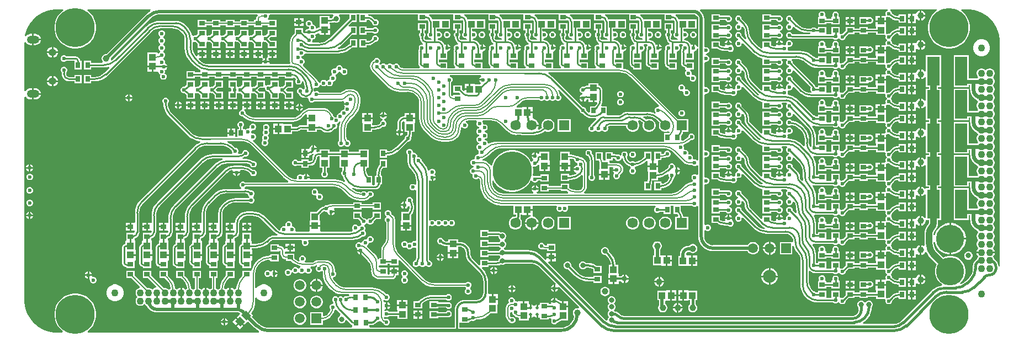
<source format=gbr>
%TF.GenerationSoftware,Altium Limited,Altium Designer,22.4.2 (48)*%
G04 Layer_Physical_Order=6*
G04 Layer_Color=13391121*
%FSLAX45Y45*%
%MOMM*%
%TF.SameCoordinates,3A7B4B19-9BDF-4AC5-8A71-DEF6C9DA19E2*%
%TF.FilePolarity,Positive*%
%TF.FileFunction,Copper,L6,Bot,Signal*%
%TF.Part,Single*%
G01*
G75*
%TA.AperFunction,Conductor*%
%ADD10C,0.20000*%
%ADD11C,0.25400*%
%ADD12C,0.38100*%
%ADD13C,0.25000*%
%ADD14C,0.50000*%
%ADD15C,0.30000*%
%ADD18C,1.00000*%
%ADD19C,0.40000*%
%TA.AperFunction,SMDPad,CuDef*%
%ADD28R,1.05000X1.10000*%
%ADD49R,1.10000X1.05000*%
%ADD62R,0.90000X0.70000*%
%ADD69R,0.70000X0.90000*%
%TA.AperFunction,Conductor*%
%ADD83C,0.60000*%
%TA.AperFunction,ComponentPad*%
%ADD85C,1.10000*%
%ADD86C,4.30000*%
%ADD87C,1.50000*%
%ADD88C,1.59000*%
%ADD89O,1.25000X1.05000*%
%ADD90O,1.90000X1.20000*%
%ADD91R,1.59000X1.59000*%
%ADD92R,1.50000X1.50000*%
%ADD93R,1.50000X1.50000*%
%TA.AperFunction,ViaPad*%
%ADD94C,0.60000*%
%ADD95C,1.00000*%
%ADD96C,2.00000*%
%ADD97C,0.80000*%
%ADD98C,0.50000*%
%ADD99C,6.00000*%
%TA.AperFunction,SMDPad,CuDef*%
%ADD101R,0.70000X0.85000*%
G04:AMPARAMS|DCode=102|XSize=1.1mm|YSize=1.05mm|CornerRadius=0mm|HoleSize=0mm|Usage=FLASHONLY|Rotation=315.000|XOffset=0mm|YOffset=0mm|HoleType=Round|Shape=Rectangle|*
%AMROTATEDRECTD102*
4,1,4,-0.76014,0.01768,-0.01768,0.76014,0.76014,-0.01768,0.01768,-0.76014,-0.76014,0.01768,0.0*
%
%ADD102ROTATEDRECTD102*%

%ADD103R,1.90000X4.44000*%
%TA.AperFunction,ConnectorPad*%
%ADD104R,0.70000X0.90000*%
G36*
X2609254Y5981678D02*
X2615752Y5961678D01*
X2591534Y5944082D01*
X2555918Y5908466D01*
X2526311Y5867716D01*
X2503444Y5822837D01*
X2487879Y5774934D01*
X2480000Y5725185D01*
Y5674815D01*
X2487879Y5625066D01*
X2503444Y5577163D01*
X2526311Y5532284D01*
X2555918Y5491534D01*
X2591534Y5455918D01*
X2632284Y5426311D01*
X2677163Y5403444D01*
X2725066Y5387879D01*
X2774815Y5380000D01*
X2825185D01*
X2874934Y5387879D01*
X2922837Y5403444D01*
X2967716Y5426311D01*
X3008466Y5455918D01*
X3044082Y5491534D01*
X3073689Y5532284D01*
X3096556Y5577163D01*
X3112121Y5625066D01*
X3120000Y5674815D01*
Y5725185D01*
X3112121Y5774934D01*
X3096556Y5822837D01*
X3073689Y5867716D01*
X3044082Y5908466D01*
X3008466Y5944082D01*
X2984248Y5961678D01*
X2990746Y5981678D01*
X3952516D01*
X3955240Y5978230D01*
X3950553Y5951901D01*
X3928919Y5938644D01*
X3893132Y5908079D01*
X3893162Y5908048D01*
X3280114Y5295000D01*
X3265784D01*
X3247981Y5290229D01*
X3232019Y5281014D01*
X3218986Y5267981D01*
X3209771Y5252019D01*
X3205000Y5234216D01*
Y5215784D01*
X3209771Y5197981D01*
X3218986Y5182019D01*
X3222869Y5178136D01*
X3214584Y5158136D01*
X3045000D01*
Y5190000D01*
X2935000D01*
Y5060000D01*
X3045000D01*
Y5091863D01*
X3236789D01*
Y5091614D01*
X3281746Y5095152D01*
X3312355Y5102501D01*
X3322508Y5084370D01*
X3245964Y5007826D01*
X3245141Y5006594D01*
X3212735Y4980000D01*
X3174476Y4959550D01*
X3132962Y4946957D01*
X3091243Y4942848D01*
X3089790Y4943137D01*
X3045000D01*
Y4975000D01*
X2935000D01*
Y4845000D01*
X3045000D01*
Y4876864D01*
X3089790D01*
Y4876615D01*
X3134747Y4880153D01*
X3178597Y4890680D01*
X3220260Y4907938D01*
X3258711Y4931500D01*
X3293002Y4960788D01*
X3292826Y4960964D01*
X3959036Y5627174D01*
X3959859Y5628406D01*
X3992265Y5655001D01*
X4030524Y5675451D01*
X4072038Y5688043D01*
X4113757Y5692152D01*
X4115210Y5691863D01*
X4274790D01*
X4276243Y5692152D01*
X4317962Y5688043D01*
X4359476Y5675451D01*
X4397735Y5655001D01*
X4430140Y5628406D01*
X4430964Y5627174D01*
X4441569Y5616569D01*
X4442597Y5615882D01*
X4461067Y5591812D01*
X4473145Y5562652D01*
X4477105Y5532573D01*
X4476864Y5531360D01*
Y5385210D01*
X4476614D01*
X4480153Y5340253D01*
X4490680Y5296403D01*
X4507938Y5254740D01*
X4531500Y5216289D01*
X4560788Y5181998D01*
X4560964Y5182174D01*
X4635858Y5107280D01*
X4635710Y5107131D01*
X4668495Y5079129D01*
X4705258Y5056601D01*
X4714562Y5052747D01*
X4720000Y5034999D01*
X4720000D01*
Y5013136D01*
X4635000D01*
Y5035000D01*
X4505000D01*
Y4925000D01*
X4635000D01*
Y4946863D01*
X4720000D01*
Y4925000D01*
X4850000D01*
Y4946863D01*
X4935001D01*
Y4925000D01*
X5065000D01*
Y4946863D01*
X5150001D01*
Y4925000D01*
X5280000D01*
Y4946863D01*
X5365001D01*
Y4925000D01*
X5495000D01*
Y4946863D01*
X5580001D01*
Y4925000D01*
X5710001D01*
Y4946863D01*
X5795001D01*
Y4925000D01*
X5925001D01*
Y4946863D01*
X6010001D01*
Y4925000D01*
X6140001D01*
Y4926580D01*
X6143545Y4928948D01*
X6160001Y4934090D01*
X6170802Y4925802D01*
X6182220Y4910922D01*
X6184560Y4905271D01*
X6182612Y4903323D01*
X6175000Y4884946D01*
Y4865054D01*
X6182612Y4846677D01*
X6196677Y4832612D01*
X6215054Y4825000D01*
X6234946D01*
X6253323Y4832612D01*
X6267388Y4846677D01*
X6275000Y4865054D01*
Y4874915D01*
X6295000Y4879925D01*
X6302749Y4865428D01*
X6313508Y4829960D01*
X6317049Y4794007D01*
X6316863Y4793076D01*
Y4765750D01*
X6299968Y4755079D01*
X6287846Y4757865D01*
X6278323Y4767388D01*
X6259946Y4775000D01*
X6240054D01*
X6221677Y4767388D01*
X6207612Y4753323D01*
X6200000Y4734946D01*
Y4715054D01*
X6207612Y4696677D01*
X6221677Y4682612D01*
X6227635Y4680144D01*
X6230467Y4673308D01*
X6246896Y4651896D01*
X6268308Y4635467D01*
X6293242Y4625139D01*
X6320000Y4621616D01*
Y4621864D01*
X6355000D01*
Y4621616D01*
X6360113Y4622289D01*
X6375000Y4604076D01*
Y4590054D01*
X6382612Y4571677D01*
X6396677Y4557612D01*
X6415054Y4550000D01*
X6434946D01*
X6453323Y4557612D01*
X6465123Y4569412D01*
X6879645D01*
Y4569005D01*
X6909759Y4572969D01*
X6913471Y4574507D01*
X6921018Y4567705D01*
X6926789Y4558375D01*
X6920296Y4542700D01*
X6975000D01*
Y4517300D01*
X6920296D01*
X6928034Y4498619D01*
X6940471Y4486182D01*
X6932612Y4478323D01*
X6925000Y4459946D01*
Y4459728D01*
X6910054Y4440000D01*
X6906522Y4438537D01*
X6891677Y4432388D01*
X6877612Y4418323D01*
X6871463Y4403478D01*
X6870000Y4399946D01*
X6850272Y4385000D01*
X6850054D01*
X6831677Y4377388D01*
X6817612Y4363323D01*
X6810000Y4344946D01*
Y4343478D01*
X6809946Y4325054D01*
X6791522Y4325000D01*
X6790054D01*
X6776150Y4319241D01*
X6772388Y4328323D01*
X6758323Y4342388D01*
X6754026Y4344168D01*
X6748178Y4363448D01*
X6732856Y4392113D01*
X6712237Y4417237D01*
X6687113Y4437856D01*
X6658448Y4453178D01*
X6627346Y4462613D01*
X6595000Y4465798D01*
Y4465588D01*
X6415000D01*
Y4465897D01*
X6378644Y4462316D01*
X6343684Y4451712D01*
X6311465Y4434490D01*
X6283225Y4411315D01*
X6283225Y4411315D01*
X6269302Y4396953D01*
X6226101Y4353752D01*
X6225479Y4352822D01*
X6201064Y4334087D01*
X6171609Y4321887D01*
X6141096Y4317870D01*
X6140000Y4318088D01*
X5567710D01*
X5566381Y4317823D01*
X5524047Y4321993D01*
X5482063Y4334729D01*
X5443369Y4355411D01*
X5415000Y4378693D01*
Y4394946D01*
X5407388Y4413323D01*
X5393323Y4427388D01*
X5387983Y4429600D01*
X5391961Y4449600D01*
X5417301D01*
Y4497299D01*
X5359601D01*
Y4453477D01*
X5357841Y4446327D01*
X5350809Y4433242D01*
X5336677Y4427388D01*
X5322612Y4413323D01*
X5315000Y4394946D01*
Y4375054D01*
X5322612Y4356677D01*
X5336677Y4342612D01*
X5355054Y4335000D01*
X5372196D01*
X5400263Y4311029D01*
X5438378Y4287672D01*
X5479678Y4270565D01*
X5523145Y4260129D01*
X5567710Y4256622D01*
Y4256912D01*
X6140000D01*
Y4256618D01*
X6175747Y4260139D01*
X6210121Y4270566D01*
X6241800Y4287498D01*
X6269567Y4310286D01*
X6269359Y4310494D01*
X6269359Y4310495D01*
X6326701Y4367837D01*
X6326702Y4367838D01*
X6331915Y4372006D01*
X6349600Y4363285D01*
Y4322700D01*
X6430000D01*
Y4297300D01*
X6349600D01*
Y4232100D01*
X6355000D01*
Y4203137D01*
X6266213D01*
Y4203222D01*
X6244360Y4200345D01*
X6223995Y4191910D01*
X6206509Y4178492D01*
X6206143Y4178858D01*
X6205857Y4178740D01*
X6186105Y4178137D01*
X6127500D01*
Y4220000D01*
X5992900D01*
Y4225400D01*
X5927700D01*
Y4145000D01*
Y4064600D01*
X5992900D01*
Y4070000D01*
X6127500D01*
Y4111864D01*
X6205858D01*
X6206775Y4112046D01*
X6223255Y4114216D01*
X6239466Y4120931D01*
X6252652Y4131049D01*
X6253431Y4131569D01*
X6253637Y4131362D01*
X6266214Y4136571D01*
X6286097Y4136863D01*
X6355000D01*
Y4097500D01*
X6505000D01*
Y4136863D01*
X6537574D01*
Y4136823D01*
X6555497Y4134463D01*
X6571243Y4127940D01*
X6586508Y4116508D01*
X6586509Y4116508D01*
X6603996Y4103090D01*
X6624360Y4094655D01*
X6646214Y4091778D01*
Y4091863D01*
X6680000D01*
Y4091699D01*
X6704240Y4094890D01*
X6726828Y4104247D01*
X6746225Y4119130D01*
X6746225Y4119130D01*
X6760250Y4133388D01*
X6766862Y4140000D01*
X6779946D01*
X6798323Y4147612D01*
X6812388Y4161677D01*
X6820000Y4180054D01*
Y4199946D01*
X6816740Y4207815D01*
X6812532Y4218459D01*
X6826741Y4231957D01*
X6828323Y4232612D01*
X6842388Y4246677D01*
X6850000Y4265054D01*
Y4266522D01*
X6850003Y4267654D01*
X6853463Y4268975D01*
X6868644Y4253363D01*
X6858065Y4227822D01*
X6847629Y4184355D01*
X6844122Y4139790D01*
X6844412D01*
Y3965417D01*
X6832612Y3953617D01*
X6825000Y3935240D01*
Y3915349D01*
X6832612Y3896971D01*
X6846677Y3882906D01*
X6865054Y3875294D01*
X6884946D01*
X6903323Y3882906D01*
X6912759Y3892343D01*
X6925258Y3895072D01*
X6937068Y3892221D01*
X6946677Y3882612D01*
X6965054Y3875000D01*
X6984946D01*
X7003323Y3882612D01*
X7017388Y3896677D01*
X7025000Y3915054D01*
Y3934946D01*
X7017388Y3953323D01*
X7003323Y3967388D01*
X6984946Y3975000D01*
X6972032D01*
X6969112Y3978806D01*
X6958883Y4003500D01*
X6955471Y4029414D01*
X6955588Y4030000D01*
Y4129790D01*
X6955323Y4131119D01*
X6959493Y4173453D01*
X6972229Y4215437D01*
X6992911Y4254131D01*
X7019897Y4287013D01*
X7021024Y4287766D01*
X7087234Y4353976D01*
X7087439Y4353771D01*
X7116471Y4387763D01*
X7139828Y4425878D01*
X7156935Y4467178D01*
X7167371Y4510646D01*
X7170878Y4555210D01*
X7170588D01*
Y4615000D01*
X7171208D01*
X7166396Y4651547D01*
X7152290Y4685604D01*
X7129849Y4714849D01*
X7100604Y4737290D01*
X7066547Y4751396D01*
X7030000Y4756208D01*
Y4755588D01*
X6992426D01*
Y4756143D01*
X6957856Y4751591D01*
X6925642Y4738248D01*
X6897979Y4717021D01*
X6897979Y4717022D01*
X6881894Y4707569D01*
X6871824Y4705566D01*
X6871716Y4705588D01*
X6540123D01*
X6528323Y4717388D01*
X6509946Y4725000D01*
X6490054D01*
X6477894Y4719963D01*
X6471577Y4721594D01*
X6462239Y4727420D01*
X6458137Y4731779D01*
Y4768221D01*
X6460871Y4771126D01*
X6477633Y4780145D01*
X6490054Y4775000D01*
X6509946D01*
X6528323Y4782612D01*
X6542388Y4796677D01*
X6549444Y4813714D01*
X6557256Y4817137D01*
X6570000Y4819289D01*
X6581677Y4807612D01*
X6600054Y4800000D01*
X6619946D01*
X6638323Y4807612D01*
X6641934Y4811224D01*
X6655000Y4819935D01*
X6668066Y4811224D01*
X6671677Y4807612D01*
X6690054Y4800000D01*
X6709946D01*
X6728323Y4807612D01*
X6742388Y4821677D01*
X6750000Y4840054D01*
Y4859945D01*
X6764612Y4876933D01*
X6778323Y4882612D01*
X6792388Y4896677D01*
X6800000Y4915054D01*
Y4934946D01*
X6792388Y4953323D01*
X6789188Y4956522D01*
X6794880Y4979115D01*
X6803323Y4982612D01*
X6817388Y4996677D01*
X6823067Y5010389D01*
X6840055Y5025000D01*
X6859945D01*
X6876933Y5010389D01*
X6882612Y4996677D01*
X6896677Y4982612D01*
X6915054Y4975000D01*
X6934946D01*
X6953323Y4982612D01*
X6967388Y4996677D01*
X6975000Y5015054D01*
Y5034946D01*
X6967388Y5053323D01*
X6953323Y5067388D01*
X6934946Y5075000D01*
X6915055D01*
X6898067Y5089612D01*
X6892388Y5103323D01*
X6878323Y5117388D01*
X6859946Y5125000D01*
X6840054D01*
X6821677Y5117388D01*
X6807612Y5103323D01*
X6801933Y5089612D01*
X6784945Y5075000D01*
X6765054D01*
X6746677Y5067388D01*
X6732612Y5053323D01*
X6725000Y5034946D01*
Y5015054D01*
X6732612Y4996677D01*
X6735812Y4993478D01*
X6730120Y4970885D01*
X6721677Y4967388D01*
X6707612Y4953323D01*
X6700000Y4934946D01*
Y4915055D01*
X6685388Y4898067D01*
X6671677Y4892388D01*
X6668066Y4888776D01*
X6655000Y4880065D01*
X6641934Y4888776D01*
X6638323Y4892388D01*
X6619946Y4900000D01*
X6600054D01*
X6581677Y4892388D01*
X6567612Y4878323D01*
X6560556Y4861286D01*
X6552744Y4857863D01*
X6540000Y4855711D01*
X6528323Y4867388D01*
X6521741Y4870114D01*
X6513989Y4888830D01*
X6493701Y4915270D01*
X6493701Y4915270D01*
X6479202Y4929055D01*
X6294363Y5113895D01*
X6293346Y5134637D01*
X6297320Y5139109D01*
X6307388Y5149177D01*
X6315000Y5167554D01*
Y5187446D01*
X6307388Y5205823D01*
X6293323Y5219888D01*
X6283147Y5224103D01*
X6265000Y5232555D01*
Y5252445D01*
X6268326Y5257423D01*
X6274875D01*
X6293253Y5265035D01*
X6307318Y5279100D01*
X6312346Y5291240D01*
X6314973Y5297500D01*
X6334930Y5307728D01*
X6342213Y5306769D01*
Y5306863D01*
X6838429D01*
Y5306614D01*
X6883386Y5310152D01*
X6927236Y5320680D01*
X6968899Y5337938D01*
X7007350Y5361500D01*
X7041641Y5390787D01*
X7059332Y5396361D01*
X7120000D01*
Y5526361D01*
X7010000D01*
Y5453223D01*
X6994603Y5437826D01*
X6993780Y5436594D01*
X6961374Y5409999D01*
X6923115Y5389549D01*
X6881601Y5376956D01*
X6839882Y5372848D01*
X6838429Y5373137D01*
X6836183D01*
X6830543Y5393137D01*
X6852350Y5406500D01*
X6886641Y5435787D01*
X6886465Y5435964D01*
X7041862Y5591361D01*
X7115000D01*
Y5721361D01*
X7005147D01*
X6991108Y5735607D01*
X7041862Y5786361D01*
X7115000D01*
Y5904118D01*
X7155000D01*
Y5786361D01*
X7265000D01*
Y5812325D01*
X7265871Y5812616D01*
X7285000Y5817864D01*
X7300496Y5815824D01*
X7317198Y5808906D01*
X7331540Y5797901D01*
X7331569Y5797930D01*
X7350000Y5779498D01*
Y5771415D01*
X7357612Y5753038D01*
X7371677Y5738973D01*
X7390054Y5731361D01*
X7409946D01*
X7428323Y5738973D01*
X7442388Y5753038D01*
X7450000Y5771415D01*
Y5791306D01*
X7442388Y5809684D01*
X7428323Y5823749D01*
X7409946Y5831361D01*
X7393086D01*
X7378804Y5845165D01*
X7378804Y5845165D01*
X7350619Y5866792D01*
X7317796Y5880388D01*
X7289459Y5884119D01*
X7290770Y5904118D01*
X8055000D01*
Y5809999D01*
X8184999D01*
X8185000Y5809999D01*
X8205000Y5813323D01*
X8209835Y5806086D01*
X8212948Y5790437D01*
X8212861Y5789998D01*
Y5627574D01*
X8203609Y5618323D01*
X8195998Y5599946D01*
Y5580054D01*
X8203609Y5561677D01*
X8217675Y5547612D01*
X8236052Y5540000D01*
X8249434D01*
X8262057Y5526629D01*
X8264266Y5521800D01*
X8261638Y5513137D01*
X8180000D01*
Y5513236D01*
X8169374Y5515350D01*
X8160366Y5521369D01*
X8154347Y5530377D01*
X8152234Y5541002D01*
X8158228Y5558519D01*
X8161386Y5561677D01*
X8168997Y5580054D01*
Y5599946D01*
X8161386Y5618323D01*
X8153136Y5626572D01*
Y5660002D01*
X8185000D01*
Y5770001D01*
X8055000D01*
Y5660002D01*
X8086863D01*
Y5628577D01*
X8076609Y5618323D01*
X8068998Y5599946D01*
Y5580054D01*
X8076609Y5561677D01*
X8079747Y5558540D01*
X8085691Y5541002D01*
X8085691D01*
X8088905Y5516593D01*
X8098326Y5493848D01*
X8113313Y5474316D01*
X8132845Y5459328D01*
X8134899Y5458478D01*
X8127445Y5440000D01*
X8107554D01*
X8089177Y5432388D01*
X8075112Y5418323D01*
X8067500Y5399946D01*
Y5380055D01*
X8069686Y5374775D01*
X8065314Y5364219D01*
X8061557Y5335681D01*
X8061863D01*
Y5150000D01*
X8062024Y5149192D01*
X8064237Y5132379D01*
X8071039Y5115958D01*
X8081859Y5101857D01*
X8090030Y5095588D01*
X8083240Y5075588D01*
X7845210D01*
X7843981Y5075343D01*
X7812275Y5079517D01*
X7781585Y5092230D01*
X7775000Y5097283D01*
Y5109946D01*
X7767388Y5128323D01*
X7753323Y5142388D01*
X7734946Y5150000D01*
X7715054D01*
X7696677Y5142388D01*
X7687154Y5132865D01*
X7675000Y5130072D01*
X7662846Y5132865D01*
X7653323Y5142388D01*
X7634946Y5150000D01*
X7615054D01*
X7596677Y5142388D01*
X7587154Y5132865D01*
X7575000Y5130072D01*
X7562846Y5132865D01*
X7553323Y5142388D01*
X7534946Y5150000D01*
X7515054D01*
X7496677Y5142388D01*
X7488849Y5134560D01*
X7468422Y5135927D01*
X7462254Y5151473D01*
X7466276Y5155566D01*
X7467388Y5156677D01*
X7475000Y5175054D01*
Y5194946D01*
X7467388Y5213323D01*
X7453323Y5227388D01*
X7434946Y5235000D01*
X7415054D01*
X7396677Y5227388D01*
X7382612Y5213323D01*
X7378997Y5204596D01*
X7372047Y5201717D01*
X7350113Y5184887D01*
X7333283Y5162953D01*
X7322703Y5137411D01*
X7320968Y5124233D01*
X7319094Y5110001D01*
X7319116Y5104999D01*
D01*
X7322636Y5078261D01*
X7332957Y5053345D01*
X7349375Y5031949D01*
X7349584Y5032158D01*
X7349585Y5032157D01*
X7583976Y4797766D01*
X7583771Y4797561D01*
X7617763Y4768529D01*
X7655879Y4745172D01*
X7697178Y4728065D01*
X7740646Y4717629D01*
X7785210Y4714122D01*
Y4714412D01*
X7890000D01*
X7890928Y4714597D01*
X7928830Y4710864D01*
X7966169Y4699537D01*
X8000580Y4681144D01*
X8030020Y4656983D01*
X8030546Y4656196D01*
X8033371Y4653371D01*
X8045510Y4638399D01*
X8056091Y4624611D01*
X8070141Y4590691D01*
X8074726Y4555865D01*
X8074412Y4554289D01*
Y4311816D01*
X8074122D01*
X8077629Y4267251D01*
X8088065Y4223784D01*
X8105172Y4182484D01*
X8128529Y4144369D01*
X8157561Y4110377D01*
X8157766Y4110582D01*
X8221440Y4046908D01*
X8235377Y4032560D01*
X8235377Y4032561D01*
X8269369Y4003529D01*
X8307484Y3980172D01*
X8348784Y3963065D01*
X8392251Y3952629D01*
X8436816Y3949122D01*
Y3949412D01*
X8520000D01*
Y3949081D01*
X8557246Y3952749D01*
X8593061Y3963614D01*
X8626069Y3981256D01*
X8655000Y4005000D01*
X8678743Y4033931D01*
X8696386Y4066939D01*
X8707251Y4102754D01*
X8710919Y4140000D01*
X8710919D01*
X8712622Y4159295D01*
X8713459Y4165654D01*
X8725641Y4169485D01*
X8734213Y4170076D01*
X8746677Y4157612D01*
X8765054Y4150000D01*
X8784946D01*
X8803323Y4157612D01*
X8817388Y4171677D01*
X8825000Y4190054D01*
Y4209946D01*
X8817388Y4228323D01*
X8803323Y4242388D01*
X8795271Y4245723D01*
X8795271Y4267371D01*
X8804080Y4271020D01*
X8830884Y4274548D01*
X8831568Y4274412D01*
X8950417D01*
X8958702Y4254412D01*
X8957612Y4253323D01*
X8950000Y4234946D01*
Y4215054D01*
X8957612Y4196677D01*
X8971677Y4182612D01*
X8990054Y4175000D01*
X8991319D01*
X8996421Y4165000D01*
X8992042Y4156417D01*
X8990054Y4155000D01*
X8971677Y4147388D01*
X8957612Y4133323D01*
X8950000Y4114946D01*
Y4095054D01*
X8957612Y4076677D01*
X8971677Y4062612D01*
X8990054Y4055000D01*
X8991319D01*
X8996421Y4045000D01*
X8992042Y4036417D01*
X8990054Y4035000D01*
X8971677Y4027388D01*
X8957612Y4013323D01*
X8950000Y3994946D01*
Y3975054D01*
X8957612Y3956677D01*
X8971677Y3942612D01*
X8990054Y3935000D01*
X8991319D01*
X8996421Y3925000D01*
X8992042Y3916417D01*
X8990054Y3915000D01*
X8971677Y3907388D01*
X8957612Y3893323D01*
X8950000Y3874946D01*
Y3855054D01*
X8957612Y3836677D01*
X8971677Y3822612D01*
X8975759Y3820921D01*
X8989943Y3814526D01*
X8985760Y3796779D01*
X8985000Y3794946D01*
Y3775054D01*
X8987539Y3768926D01*
X8973730Y3750000D01*
X8965054D01*
X8946677Y3742388D01*
X8932612Y3728323D01*
X8925000Y3709946D01*
Y3698478D01*
X8922266Y3688482D01*
X8907517Y3680000D01*
X8900054D01*
X8881677Y3672388D01*
X8867612Y3658323D01*
X8860000Y3639946D01*
Y3620054D01*
X8867612Y3601677D01*
X8881677Y3587612D01*
X8900054Y3580000D01*
X8907517D01*
X8909977Y3578586D01*
X8911419Y3569385D01*
X8910814Y3566991D01*
X8894614Y3550000D01*
X8890054D01*
X8871677Y3542388D01*
X8857612Y3528323D01*
X8850000Y3509946D01*
Y3490054D01*
X8857612Y3471677D01*
X8871677Y3457612D01*
X8890054Y3450000D01*
X8895023Y3430000D01*
X8895000Y3429946D01*
Y3410054D01*
X8902612Y3391677D01*
X8916677Y3377612D01*
X8935054Y3370000D01*
X8954946D01*
X8973323Y3377612D01*
X8981256Y3385546D01*
X8999707Y3378736D01*
X9006773Y3368161D01*
X9009391Y3355000D01*
X9009412D01*
Y3297673D01*
X9008987D01*
X9013034Y3246255D01*
X9025074Y3196104D01*
X9044811Y3148453D01*
X9071760Y3104476D01*
X9105257Y3065257D01*
X9144476Y3031761D01*
X9188453Y3004812D01*
X9236103Y2985074D01*
X9286255Y2973034D01*
X9337673Y2968987D01*
Y2969412D01*
X9522500D01*
Y2830000D01*
X9559314D01*
Y2808643D01*
X9542593Y2799499D01*
X9536899D01*
X9511592Y2792718D01*
X9488904Y2779619D01*
X9470378Y2761093D01*
X9457279Y2738404D01*
X9450498Y2713098D01*
Y2686900D01*
X9457279Y2661593D01*
X9470378Y2638905D01*
X9488904Y2620379D01*
X9511592Y2607280D01*
X9536899Y2600499D01*
X9563097D01*
X9588403Y2607280D01*
X9611092Y2620379D01*
X9629618Y2638905D01*
X9642717Y2661593D01*
X9649498Y2686900D01*
Y2713098D01*
X9642717Y2738404D01*
X9629618Y2761093D01*
X9625357Y2765354D01*
X9627270Y2771662D01*
X9630913Y2808643D01*
X9630686D01*
Y2830000D01*
X9657100D01*
Y2824600D01*
X9722300D01*
Y2905000D01*
X9735000D01*
Y2917700D01*
X9812900D01*
Y2969412D01*
X10175417D01*
X10180262Y2963020D01*
X10185992Y2949412D01*
X10180000Y2934946D01*
Y2915054D01*
X10187612Y2896677D01*
X10201677Y2882612D01*
X10220054Y2875000D01*
X10239946D01*
X10258323Y2882612D01*
X10270000Y2894289D01*
X10281677Y2882612D01*
X10300054Y2875000D01*
X10319946D01*
X10338323Y2882612D01*
X10352388Y2896677D01*
X10360000Y2915054D01*
Y2934946D01*
X10354008Y2949412D01*
X10359738Y2963020D01*
X10364583Y2969412D01*
X11697587D01*
X11701565Y2949412D01*
X11696677Y2947388D01*
X11682612Y2933323D01*
X11675000Y2914945D01*
Y2895054D01*
X11682612Y2876677D01*
X11696677Y2862612D01*
X11715054Y2855000D01*
X11734946D01*
X11753323Y2862612D01*
X11762574Y2871863D01*
X11825000D01*
Y2840000D01*
X11935000D01*
Y2969412D01*
X11975000D01*
Y2840000D01*
X12037894D01*
X12048851Y2819501D01*
X12041998Y2802244D01*
X12039963Y2799501D01*
X12000502D01*
Y2600501D01*
X12199501D01*
Y2799501D01*
X12125177D01*
X12120203Y2820221D01*
X12103837Y2859732D01*
X12085000Y2890471D01*
Y2969412D01*
X12259877D01*
X12271677Y2957612D01*
X12290054Y2950000D01*
X12309946D01*
X12328323Y2957612D01*
X12334119Y2963408D01*
X12354119Y2955123D01*
Y2495000D01*
X12353912D01*
X12358256Y2450892D01*
X12371122Y2408480D01*
X12392014Y2369392D01*
X12420131Y2335131D01*
X12454392Y2307014D01*
X12493480Y2286121D01*
X12535893Y2273256D01*
X12580000Y2268911D01*
Y2269118D01*
X13112794D01*
X13119981Y2256669D01*
X13137669Y2238981D01*
X13159332Y2226474D01*
X13183493Y2220000D01*
X13208507D01*
X13232668Y2226474D01*
X13254330Y2238981D01*
X13272018Y2256669D01*
X13284526Y2278331D01*
X13291000Y2302493D01*
Y2327507D01*
X13284526Y2351668D01*
X13272018Y2373331D01*
X13254330Y2391019D01*
X13232668Y2403526D01*
X13208507Y2410000D01*
X13183493D01*
X13159332Y2403526D01*
X13137669Y2391019D01*
X13119981Y2373331D01*
X13112794Y2360881D01*
X12580000D01*
X12577684Y2360421D01*
X12545090Y2364712D01*
X12512558Y2378187D01*
X12484623Y2399623D01*
X12463187Y2427558D01*
X12449712Y2460090D01*
X12445421Y2492684D01*
X12445882Y2495000D01*
Y2585123D01*
X12465882Y2593408D01*
X12471677Y2587612D01*
X12490054Y2580000D01*
X12509946D01*
X12528323Y2587612D01*
X12542388Y2601677D01*
X12550000Y2620054D01*
Y2639946D01*
X12542388Y2658323D01*
X12528323Y2672388D01*
X12509946Y2680000D01*
X12490054D01*
X12471677Y2672388D01*
X12465882Y2666593D01*
X12445882Y2674877D01*
Y3286293D01*
X12465055Y3300000D01*
X12484946D01*
X12503323Y3307612D01*
X12517388Y3321677D01*
X12525000Y3340054D01*
Y3359946D01*
X12517388Y3378323D01*
X12503323Y3392388D01*
X12484946Y3400000D01*
X12465055D01*
X12445882Y3413706D01*
Y3701294D01*
X12465055Y3715000D01*
X12484946D01*
X12503323Y3722612D01*
X12517388Y3736677D01*
X12525000Y3755054D01*
Y3774946D01*
X12517388Y3793323D01*
X12503323Y3807388D01*
X12484946Y3815000D01*
X12465055D01*
X12445882Y3828707D01*
Y4671293D01*
X12465055Y4685000D01*
X12484946D01*
X12503323Y4692612D01*
X12517388Y4706677D01*
X12525000Y4725054D01*
Y4744946D01*
X12517388Y4763323D01*
X12503323Y4777388D01*
X12484946Y4785000D01*
X12465055D01*
X12445882Y4798706D01*
Y5161293D01*
X12465055Y5175000D01*
X12484946D01*
X12503323Y5182612D01*
X12517388Y5196677D01*
X12525000Y5215054D01*
Y5234946D01*
X12517388Y5253323D01*
X12503323Y5267388D01*
X12484946Y5275000D01*
X12465055D01*
X12461558Y5277500D01*
Y5281448D01*
X12480522Y5300000D01*
X12484946D01*
X12503323Y5307612D01*
X12517388Y5321677D01*
X12525000Y5340054D01*
Y5359946D01*
X12517388Y5378323D01*
X12503323Y5392388D01*
X12484946Y5400000D01*
X12465055D01*
X12445882Y5413706D01*
Y5830000D01*
X12445717Y5830830D01*
X12442613Y5862346D01*
X12433178Y5893448D01*
X12417856Y5922113D01*
X12397237Y5947237D01*
X12379641Y5961678D01*
X12386797Y5981678D01*
X15258060Y5981678D01*
X15262038Y5961678D01*
X15251677Y5957387D01*
X15237611Y5943321D01*
X15230000Y5924944D01*
Y5905053D01*
X15232965Y5897894D01*
X15220262Y5877894D01*
X15170201D01*
Y5812695D01*
X15237900D01*
Y5858317D01*
X15241434Y5861983D01*
X15257899Y5870033D01*
X15270055Y5864999D01*
X15284201D01*
X15309042Y5844612D01*
X15348238Y5823661D01*
X15390768Y5810759D01*
X15425000Y5807388D01*
Y5774995D01*
X15535001D01*
Y5904994D01*
X15425000D01*
Y5888869D01*
X15410181Y5875438D01*
X15403760Y5876070D01*
X15373721Y5885182D01*
X15346037Y5899980D01*
X15330000Y5913141D01*
Y5924944D01*
X15322388Y5943321D01*
X15308322Y5957387D01*
X15297963Y5961678D01*
X15301941Y5981678D01*
X16009253D01*
X16015752Y5961678D01*
X15991534Y5944082D01*
X15955917Y5908466D01*
X15926312Y5867716D01*
X15903444Y5822837D01*
X15887880Y5774934D01*
X15880000Y5725185D01*
Y5674815D01*
X15887880Y5625066D01*
X15903444Y5577163D01*
X15926312Y5532284D01*
X15955917Y5491534D01*
X15991534Y5455918D01*
X16032285Y5426311D01*
X16077164Y5403444D01*
X16125067Y5387879D01*
X16174815Y5380000D01*
X16225185D01*
X16274934Y5387879D01*
X16322838Y5403444D01*
X16367717Y5426311D01*
X16408466Y5455918D01*
X16444083Y5491534D01*
X16473689Y5532284D01*
X16496556Y5577163D01*
X16512122Y5625066D01*
X16520000Y5674815D01*
Y5725185D01*
X16512122Y5774934D01*
X16496556Y5822837D01*
X16473689Y5867716D01*
X16444083Y5908466D01*
X16408466Y5944082D01*
X16384248Y5961678D01*
X16390747Y5981678D01*
X16479385D01*
X16512157Y5981678D01*
X16577139Y5973123D01*
X16640450Y5956159D01*
X16701006Y5931077D01*
X16757767Y5898305D01*
X16809766Y5858404D01*
X16856113Y5812057D01*
X16896011Y5760057D01*
X16928783Y5703294D01*
X16953864Y5642740D01*
X16970827Y5579429D01*
X16979381Y5514446D01*
X16979379Y5481674D01*
X16979379Y5481674D01*
X16979381Y5481673D01*
X16979381Y2037584D01*
X16959381Y2036273D01*
X16955600Y2064994D01*
X16942091Y2097603D01*
X16920605Y2125605D01*
X16897794Y2143110D01*
X16894888Y2153949D01*
X16885014Y2171051D01*
X16877318Y2188616D01*
X16889336Y2200633D01*
X16899921Y2218967D01*
X16904832Y2237300D01*
X16825000D01*
Y2262700D01*
X16904832D01*
X16899921Y2281033D01*
X16889336Y2299366D01*
X16877318Y2311384D01*
X16885014Y2328949D01*
X16894888Y2346051D01*
X16900000Y2365126D01*
Y2384874D01*
X16894888Y2403949D01*
X16885014Y2421051D01*
X16882071Y2423994D01*
X16872765Y2437500D01*
X16882071Y2451006D01*
X16885014Y2453949D01*
X16894888Y2471051D01*
X16900000Y2490126D01*
Y2509874D01*
X16894888Y2528949D01*
X16885014Y2546051D01*
X16882071Y2548994D01*
X16872765Y2562500D01*
X16882071Y2576006D01*
X16885014Y2578949D01*
X16894888Y2596051D01*
X16900000Y2615126D01*
Y2634874D01*
X16894888Y2653949D01*
X16885014Y2671051D01*
X16882071Y2673994D01*
X16872765Y2687500D01*
X16882071Y2701006D01*
X16885014Y2703949D01*
X16894888Y2721051D01*
X16900000Y2740126D01*
Y2759874D01*
X16894888Y2778949D01*
X16885014Y2796051D01*
X16882071Y2798994D01*
X16872765Y2812500D01*
X16882071Y2826006D01*
X16885014Y2828949D01*
X16894888Y2846051D01*
X16900000Y2865126D01*
Y2884874D01*
X16894888Y2903949D01*
X16885014Y2921051D01*
X16882071Y2923994D01*
X16872765Y2937500D01*
X16882071Y2951006D01*
X16885014Y2953949D01*
X16894888Y2971051D01*
X16900000Y2990126D01*
Y3009874D01*
X16894888Y3028949D01*
X16885014Y3046051D01*
X16882071Y3048994D01*
X16872765Y3062500D01*
X16882071Y3076006D01*
X16885014Y3078949D01*
X16894888Y3096051D01*
X16900000Y3115126D01*
Y3134874D01*
X16894888Y3153949D01*
X16885014Y3171051D01*
X16882071Y3173994D01*
X16872765Y3187500D01*
X16882071Y3201006D01*
X16885014Y3203949D01*
X16894888Y3221051D01*
X16900000Y3240126D01*
Y3259874D01*
X16894888Y3278949D01*
X16885014Y3296051D01*
X16882071Y3298994D01*
X16872765Y3312500D01*
X16882071Y3326006D01*
X16885014Y3328949D01*
X16894888Y3346051D01*
X16900000Y3365126D01*
Y3384874D01*
X16894888Y3403949D01*
X16885014Y3421051D01*
X16882071Y3423994D01*
X16872765Y3437500D01*
X16882071Y3451006D01*
X16885014Y3453949D01*
X16894888Y3471051D01*
X16900000Y3490126D01*
Y3509874D01*
X16894888Y3528949D01*
X16885014Y3546051D01*
X16882071Y3548994D01*
X16872765Y3562500D01*
X16882071Y3576006D01*
X16885014Y3578949D01*
X16894888Y3596051D01*
X16900000Y3615126D01*
Y3634874D01*
X16894888Y3653949D01*
X16885014Y3671051D01*
X16882071Y3673994D01*
X16872765Y3687500D01*
X16882071Y3701006D01*
X16885014Y3703949D01*
X16894888Y3721051D01*
X16900000Y3740126D01*
Y3759874D01*
X16894888Y3778949D01*
X16885014Y3796051D01*
X16882071Y3798994D01*
X16872765Y3812500D01*
X16882071Y3826006D01*
X16885014Y3828949D01*
X16894888Y3846051D01*
X16900000Y3865126D01*
Y3884874D01*
X16894888Y3903949D01*
X16885014Y3921051D01*
X16882071Y3923994D01*
X16872765Y3937500D01*
X16882071Y3951006D01*
X16885014Y3953949D01*
X16894888Y3971051D01*
X16900000Y3990126D01*
Y4009874D01*
X16894888Y4028949D01*
X16885014Y4046051D01*
X16882071Y4048994D01*
X16872765Y4062500D01*
X16882071Y4076006D01*
X16885014Y4078949D01*
X16894888Y4096051D01*
X16900000Y4115126D01*
Y4134874D01*
X16894888Y4153949D01*
X16885014Y4171051D01*
X16882071Y4173994D01*
X16872765Y4187500D01*
X16882071Y4201006D01*
X16885014Y4203949D01*
X16894888Y4221051D01*
X16900000Y4240126D01*
Y4259874D01*
X16894888Y4278949D01*
X16885014Y4296051D01*
X16882071Y4298994D01*
X16872765Y4312500D01*
X16882071Y4326006D01*
X16885014Y4328949D01*
X16894888Y4346051D01*
X16900000Y4365126D01*
Y4384874D01*
X16894888Y4403949D01*
X16885014Y4421051D01*
X16882071Y4423994D01*
X16872765Y4437500D01*
X16882071Y4451006D01*
X16885014Y4453949D01*
X16894888Y4471051D01*
X16900000Y4490126D01*
Y4509874D01*
X16894888Y4528949D01*
X16885014Y4546051D01*
X16882071Y4548994D01*
X16872765Y4562500D01*
X16882071Y4576006D01*
X16885014Y4578949D01*
X16894888Y4596051D01*
X16900000Y4615126D01*
Y4634874D01*
X16894888Y4653949D01*
X16885014Y4671051D01*
X16882071Y4673994D01*
X16872765Y4687500D01*
X16882071Y4701006D01*
X16885014Y4703949D01*
X16894888Y4721051D01*
X16900000Y4740126D01*
Y4759874D01*
X16894888Y4778949D01*
X16885014Y4796051D01*
X16882071Y4798994D01*
X16872765Y4812500D01*
X16882071Y4826006D01*
X16885014Y4828949D01*
X16894888Y4846051D01*
X16900000Y4865126D01*
Y4884874D01*
X16894888Y4903949D01*
X16885014Y4921051D01*
X16882071Y4923994D01*
X16872765Y4937500D01*
X16882071Y4951006D01*
X16885014Y4953949D01*
X16894888Y4971051D01*
X16900000Y4990126D01*
Y5009874D01*
X16894888Y5028949D01*
X16885014Y5046051D01*
X16871051Y5060015D01*
X16853949Y5069889D01*
X16834874Y5075000D01*
X16815126D01*
X16796051Y5069889D01*
X16778949Y5060015D01*
X16776006Y5057071D01*
X16762500Y5047764D01*
X16748994Y5057071D01*
X16746051Y5060015D01*
X16728949Y5069889D01*
X16709874Y5075000D01*
X16690126D01*
X16671051Y5069889D01*
X16653949Y5060015D01*
X16639986Y5046051D01*
X16630112Y5028949D01*
X16625000Y5009874D01*
Y4990126D01*
X16630112Y4971051D01*
X16639986Y4953949D01*
X16642928Y4951006D01*
X16649081Y4942078D01*
X16639670Y4925979D01*
X16502499D01*
Y5273800D01*
X16272501D01*
Y4789800D01*
X16502499D01*
Y4824020D01*
X16525270D01*
Y4748750D01*
X16525546Y4747366D01*
X16528764Y4714689D01*
X16538699Y4681937D01*
X16554832Y4651752D01*
X16576546Y4625296D01*
X16603001Y4603583D01*
X16633186Y4587449D01*
X16635480Y4586754D01*
X16639986Y4578949D01*
X16642928Y4576006D01*
X16652235Y4562500D01*
X16642928Y4548994D01*
X16639986Y4546051D01*
X16630112Y4528949D01*
X16625000Y4509874D01*
Y4490126D01*
X16630112Y4471051D01*
X16639986Y4453949D01*
X16642928Y4451006D01*
X16649081Y4442078D01*
X16639670Y4425979D01*
X16502499D01*
Y4763800D01*
X16272501D01*
Y4279800D01*
X16502499D01*
Y4324020D01*
X16525272D01*
Y4248749D01*
X16525546Y4247366D01*
X16528764Y4214689D01*
X16538699Y4181937D01*
X16554834Y4151752D01*
X16576546Y4125296D01*
X16603003Y4103583D01*
X16633186Y4087449D01*
X16635480Y4086754D01*
X16639986Y4078949D01*
X16642928Y4076006D01*
X16652235Y4062500D01*
X16642928Y4048994D01*
X16639986Y4046051D01*
X16630112Y4028949D01*
X16625000Y4009874D01*
Y3990126D01*
X16630112Y3971051D01*
X16639986Y3953949D01*
X16642928Y3951006D01*
X16649081Y3942078D01*
X16639670Y3925979D01*
X16502499D01*
Y4253799D01*
X16272501D01*
Y3769800D01*
X16502499D01*
Y3824020D01*
X16525270D01*
Y3748750D01*
X16525546Y3747366D01*
X16528764Y3714689D01*
X16538699Y3681937D01*
X16554832Y3651752D01*
X16576546Y3625296D01*
X16603003Y3603583D01*
X16633186Y3587449D01*
X16635480Y3586754D01*
X16639986Y3578949D01*
X16642928Y3576006D01*
X16652235Y3562500D01*
X16642928Y3548994D01*
X16639986Y3546051D01*
X16630112Y3528949D01*
X16625000Y3509874D01*
Y3490126D01*
X16630112Y3471051D01*
X16639986Y3453949D01*
X16642928Y3451006D01*
X16649081Y3442078D01*
X16639670Y3425979D01*
X16502499D01*
Y3743799D01*
X16272501D01*
Y3259800D01*
X16502499D01*
Y3324020D01*
X16525270D01*
Y3248750D01*
X16525546Y3247366D01*
X16528764Y3214689D01*
X16538699Y3181937D01*
X16554832Y3151752D01*
X16576546Y3125296D01*
X16603003Y3103583D01*
X16633186Y3087449D01*
X16635480Y3086754D01*
X16639986Y3078949D01*
X16642928Y3076006D01*
X16652235Y3062500D01*
X16642928Y3048994D01*
X16639986Y3046051D01*
X16630112Y3028949D01*
X16625000Y3009874D01*
Y2990126D01*
X16630112Y2971051D01*
X16639986Y2953949D01*
X16642928Y2951006D01*
X16649081Y2942078D01*
X16639670Y2925979D01*
X16502499D01*
Y3233799D01*
X16272501D01*
Y2749800D01*
X16502499D01*
Y2824020D01*
X16525270D01*
Y2748750D01*
X16525546Y2747366D01*
X16528764Y2714689D01*
X16538699Y2681937D01*
X16554832Y2651752D01*
X16576546Y2625295D01*
X16603003Y2603583D01*
X16633186Y2587449D01*
X16635480Y2586754D01*
X16639986Y2578949D01*
X16642928Y2576006D01*
X16652235Y2562500D01*
X16642928Y2548994D01*
X16639986Y2546051D01*
X16630112Y2528949D01*
X16625000Y2509874D01*
Y2490126D01*
X16630112Y2471051D01*
X16639986Y2453949D01*
X16642928Y2451006D01*
X16652235Y2437500D01*
X16642928Y2423994D01*
X16639986Y2421051D01*
X16630112Y2403949D01*
X16625000Y2384874D01*
Y2365126D01*
X16630112Y2346051D01*
X16639986Y2328949D01*
X16647681Y2311384D01*
X16635664Y2299366D01*
X16625079Y2281033D01*
X16620168Y2262700D01*
X16700000D01*
Y2237300D01*
X16620168D01*
X16625079Y2218967D01*
X16635664Y2200633D01*
X16647681Y2188616D01*
X16639986Y2171051D01*
X16630112Y2153949D01*
X16627206Y2143110D01*
X16604395Y2125605D01*
X16582909Y2097603D01*
X16569400Y2064994D01*
X16564793Y2030000D01*
X16565186D01*
Y1996924D01*
X16565434Y1995668D01*
X16562051Y1961323D01*
X16551668Y1927091D01*
X16534805Y1895542D01*
X16512912Y1868865D01*
X16511847Y1868153D01*
X16451241Y1807548D01*
X16450233Y1806041D01*
X16419078Y1780472D01*
X16381956Y1760630D01*
X16379500Y1759885D01*
X16369803Y1777459D01*
X16402536Y1810192D01*
X16428255Y1848682D01*
X16445969Y1891449D01*
X16455000Y1936850D01*
Y1983141D01*
X16445969Y2028543D01*
X16428255Y2071310D01*
X16402536Y2109799D01*
X16369803Y2142532D01*
X16331314Y2168250D01*
X16288547Y2185965D01*
X16243146Y2194996D01*
X16196854D01*
X16151453Y2185965D01*
X16110742Y2169102D01*
X16019319Y2260525D01*
X16018561Y2261107D01*
X15996330Y2288195D01*
X15979362Y2319940D01*
X15968913Y2354385D01*
X15965479Y2389258D01*
X15965604Y2390206D01*
Y2404171D01*
X15985603Y2406141D01*
X15988840Y2389878D01*
X16006961Y2346128D01*
X16033269Y2306754D01*
X16066754Y2273269D01*
X16106128Y2246960D01*
X16149878Y2228839D01*
X16196323Y2219600D01*
X16207300D01*
Y2460000D01*
Y2700400D01*
X16196323D01*
X16149878Y2691161D01*
X16106128Y2673039D01*
X16066754Y2646731D01*
X16033269Y2613246D01*
X16006961Y2573872D01*
X15988840Y2530122D01*
X15985603Y2513859D01*
X15965604Y2515829D01*
Y2538432D01*
X15965706D01*
X15967950Y2555478D01*
X15973802Y2569604D01*
X15985059Y2584942D01*
X15985059Y2584942D01*
X16005539Y2609898D01*
X16020757Y2638369D01*
X16030128Y2669263D01*
X16033293Y2701392D01*
X16033104D01*
Y2749800D01*
X16077499D01*
Y3233799D01*
X16033104D01*
Y3259800D01*
X16077499D01*
Y3743799D01*
X16033104D01*
Y3769800D01*
X16077499D01*
Y4253799D01*
X16033104D01*
Y4279800D01*
X16077499D01*
Y4763800D01*
X16033104D01*
Y4789800D01*
X16077499D01*
Y5273800D01*
X15847501D01*
Y5032900D01*
X15827499Y5027541D01*
X15825336Y5031291D01*
X15811298Y5045330D01*
X15794104Y5055256D01*
X15777699Y5059651D01*
Y4984994D01*
Y4910338D01*
X15794104Y4914733D01*
X15811298Y4924659D01*
X15825336Y4938698D01*
X15827499Y4942448D01*
X15847501Y4937089D01*
Y4789800D01*
X15891896D01*
Y4763800D01*
X15847501D01*
Y4582900D01*
X15827499Y4577541D01*
X15825336Y4581291D01*
X15811298Y4595330D01*
X15794104Y4605256D01*
X15777699Y4609651D01*
Y4534994D01*
Y4460338D01*
X15794104Y4464733D01*
X15811298Y4474659D01*
X15825336Y4488698D01*
X15827499Y4492448D01*
X15847501Y4487089D01*
Y4279800D01*
X15891896D01*
Y4253799D01*
X15847501D01*
Y4132900D01*
X15827499Y4127541D01*
X15825336Y4131291D01*
X15811298Y4145330D01*
X15794104Y4155256D01*
X15777699Y4159651D01*
Y4084995D01*
Y4010338D01*
X15794104Y4014733D01*
X15811298Y4024659D01*
X15825336Y4038698D01*
X15827499Y4042448D01*
X15847501Y4037089D01*
Y3769800D01*
X15891896D01*
Y3743799D01*
X15847501D01*
Y3682901D01*
X15827499Y3677542D01*
X15825336Y3681291D01*
X15811298Y3695330D01*
X15794104Y3705256D01*
X15777699Y3709651D01*
Y3634995D01*
Y3560338D01*
X15794104Y3564733D01*
X15811298Y3574660D01*
X15825336Y3588698D01*
X15827499Y3592448D01*
X15847501Y3587089D01*
Y3259800D01*
X15891896D01*
Y3233799D01*
X15847501D01*
Y3232901D01*
X15827499Y3227542D01*
X15825336Y3231291D01*
X15811298Y3245330D01*
X15794104Y3255257D01*
X15777699Y3259652D01*
Y3184995D01*
Y3110338D01*
X15794104Y3114733D01*
X15811298Y3124660D01*
X15825336Y3138698D01*
X15827499Y3142448D01*
X15847501Y3137089D01*
Y2782901D01*
X15827499Y2777542D01*
X15825336Y2781292D01*
X15811298Y2795330D01*
X15794104Y2805257D01*
X15777699Y2809652D01*
Y2734995D01*
Y2660338D01*
X15794104Y2664733D01*
X15811298Y2674660D01*
X15825336Y2688698D01*
X15835262Y2705892D01*
X15840401Y2725068D01*
Y2732741D01*
X15846066Y2746355D01*
X15859679Y2749800D01*
X15891896D01*
Y2702263D01*
X15884796Y2685204D01*
Y2685204D01*
X15858981Y2653750D01*
X15839801Y2617864D01*
X15827989Y2578926D01*
X15824001Y2538432D01*
X15824396D01*
Y2390206D01*
X15823997D01*
X15826501Y2358411D01*
X15820036Y2352850D01*
X15807286Y2347646D01*
X15794104Y2355257D01*
X15777699Y2359652D01*
Y2284995D01*
Y2210338D01*
X15794104Y2214733D01*
X15811298Y2224660D01*
X15825336Y2238699D01*
X15833533Y2252897D01*
X15844379Y2254531D01*
X15855171Y2252920D01*
X15859421Y2242658D01*
X15886069Y2199175D01*
X15919189Y2160395D01*
X15919470Y2160676D01*
X16010893Y2069253D01*
X15994031Y2028543D01*
X15985001Y1983141D01*
Y1936850D01*
X15994031Y1891449D01*
X16011746Y1848682D01*
X16037463Y1810192D01*
X16070197Y1777459D01*
X16093706Y1761752D01*
X16089609Y1743088D01*
X16088515Y1741166D01*
X16044373Y1730569D01*
X16001756Y1712917D01*
X15962427Y1688816D01*
X15927351Y1658858D01*
X15927452Y1658759D01*
X15927451Y1658758D01*
X15471242Y1202548D01*
X15470235Y1201041D01*
X15439078Y1175472D01*
X15430295Y1170777D01*
X15413438Y1161922D01*
X15413213Y1161828D01*
X15395003Y1156227D01*
X15394231Y1155993D01*
X15365535Y1153167D01*
X15364789Y1153315D01*
X14883905D01*
X14878264Y1173315D01*
X14901581Y1187603D01*
X14934383Y1215618D01*
X14962396Y1248419D01*
X14984935Y1285199D01*
X15001443Y1325052D01*
X15011513Y1366997D01*
X15014474Y1404621D01*
X15025867Y1416013D01*
X15035001Y1438065D01*
Y1461935D01*
X15025867Y1483987D01*
X15008987Y1500865D01*
X14986935Y1510000D01*
X14963065D01*
X14941013Y1500865D01*
X14926524Y1486377D01*
X14914999Y1485044D01*
X14903476Y1486377D01*
X14888988Y1500865D01*
X14866936Y1510000D01*
X14843065D01*
X14821013Y1500865D01*
X14804134Y1483987D01*
X14795000Y1461935D01*
Y1438065D01*
X14804134Y1416013D01*
X14815186Y1404962D01*
Y1365000D01*
X14815347Y1364186D01*
X14812372Y1341589D01*
X14803336Y1319773D01*
X14788960Y1301040D01*
X14770227Y1286665D01*
X14748412Y1277628D01*
X14725813Y1274653D01*
X14725000Y1274815D01*
X11214498D01*
X11213958Y1274708D01*
X11193828Y1277358D01*
X11174567Y1285336D01*
X11173287Y1286319D01*
X11158213Y1298214D01*
X11158213Y1298213D01*
X11131472Y1320159D01*
X11100963Y1336467D01*
X11075732Y1344120D01*
X11070418Y1349434D01*
X11060259Y1362500D01*
X11070418Y1375566D01*
X11075866Y1381013D01*
X11085000Y1403066D01*
Y1426935D01*
X11075866Y1448987D01*
X11059853Y1465000D01*
X11075866Y1481013D01*
X11085000Y1503065D01*
Y1526935D01*
X11075866Y1548987D01*
X11058987Y1565866D01*
X11036935Y1575000D01*
X11013065D01*
X10991013Y1565866D01*
X10974135Y1548987D01*
X10965000Y1526935D01*
Y1503065D01*
X10974135Y1481013D01*
X10990147Y1465000D01*
X10974135Y1448987D01*
X10965000Y1426935D01*
Y1403066D01*
X10974135Y1381013D01*
X10979582Y1375566D01*
X10989742Y1362500D01*
X10979582Y1349434D01*
X10974135Y1343987D01*
X10965000Y1321935D01*
Y1298065D01*
X10974135Y1276013D01*
X10990147Y1260000D01*
X10974135Y1243987D01*
X10965000Y1221935D01*
Y1212729D01*
X10945000Y1203269D01*
X10931266Y1214541D01*
X10930259Y1216048D01*
X10050184Y2096123D01*
X10057838Y2114600D01*
X10087300D01*
Y2162300D01*
X10029600D01*
Y2142837D01*
X10011123Y2135184D01*
X9947548Y2198759D01*
X9947648Y2198858D01*
X9912573Y2228816D01*
X9873243Y2252917D01*
X9830627Y2270569D01*
X9785774Y2281337D01*
X9739790Y2284956D01*
Y2284815D01*
X9395038D01*
X9383987Y2295866D01*
X9375995Y2299176D01*
Y2320824D01*
X9383987Y2324135D01*
X9400866Y2341013D01*
X9410000Y2363065D01*
Y2386935D01*
X9400866Y2408987D01*
X9383987Y2425866D01*
X9382031Y2426676D01*
Y2448324D01*
X9383987Y2449135D01*
X9400866Y2466013D01*
X9410000Y2488065D01*
Y2511935D01*
X9400866Y2533987D01*
X9383987Y2550866D01*
X9361935Y2560000D01*
X9338065D01*
X9326539Y2555226D01*
X9323951Y2556609D01*
X9295299Y2565301D01*
X9265502Y2568235D01*
Y2568137D01*
X9140000D01*
Y2590000D01*
X9010001D01*
Y2480000D01*
X9140000D01*
Y2501864D01*
X9265502D01*
X9265824Y2501928D01*
X9287882Y2499024D01*
X9290000Y2498146D01*
Y2488065D01*
X9299135Y2466013D01*
X9316013Y2449135D01*
X9317970Y2448324D01*
Y2426676D01*
X9316013Y2425866D01*
X9299135Y2408987D01*
X9298782Y2408137D01*
X9140000D01*
Y2440000D01*
X9010001D01*
Y2330000D01*
X9140000D01*
Y2341863D01*
X9298782D01*
X9299135Y2341013D01*
X9316013Y2324135D01*
X9324005Y2320824D01*
Y2299176D01*
X9316013Y2295866D01*
X9299135Y2278987D01*
X9294640Y2268137D01*
X9140000D01*
Y2290000D01*
X9010000D01*
Y2180000D01*
X9140000D01*
Y2201864D01*
X9305162D01*
X9310621Y2198216D01*
X9312257Y2197890D01*
X9316013Y2194135D01*
X9317970Y2193324D01*
Y2171676D01*
X9316013Y2170866D01*
X9299135Y2153987D01*
X9290000Y2131935D01*
Y2121854D01*
X9287882Y2120977D01*
X9265824Y2118073D01*
X9265503Y2118137D01*
X9140000D01*
Y2140000D01*
X9010000D01*
Y2061599D01*
X8991522Y2053945D01*
X8889124Y2156343D01*
X8888486Y2156769D01*
X8873479Y2176328D01*
X8863754Y2199806D01*
X8860536Y2224248D01*
X8860686Y2225000D01*
Y2245000D01*
X8860798D01*
X8857612Y2277346D01*
X8848177Y2308448D01*
X8832856Y2337113D01*
X8812237Y2362237D01*
X8787112Y2382856D01*
X8758448Y2398178D01*
X8727346Y2407613D01*
X8695000Y2410798D01*
Y2410686D01*
X8670000D01*
Y2452500D01*
X8520000D01*
Y2429457D01*
X8500000Y2416394D01*
X8478001Y2419291D01*
X8450000Y2430889D01*
Y2434946D01*
X8442388Y2453323D01*
X8428323Y2467388D01*
X8409946Y2475000D01*
X8390055D01*
X8371677Y2467388D01*
X8357612Y2453323D01*
X8350000Y2434946D01*
Y2415054D01*
X8357612Y2396677D01*
X8371677Y2382612D01*
X8390055Y2375000D01*
X8405262D01*
X8436101Y2358516D01*
X8471660Y2347729D01*
X8508640Y2344087D01*
X8513557Y2337468D01*
X8514600Y2317900D01*
X8514600D01*
Y2252700D01*
X8675400D01*
Y2317900D01*
X8670000D01*
Y2339314D01*
X8695000D01*
X8695679Y2339449D01*
X8719468Y2336318D01*
X8742269Y2326873D01*
X8761849Y2311849D01*
X8776873Y2292269D01*
X8786317Y2269468D01*
X8789449Y2245679D01*
X8789314Y2245000D01*
Y2225000D01*
X8789188D01*
X8792428Y2192109D01*
X8802022Y2160482D01*
X8817601Y2131335D01*
X8838568Y2105787D01*
X8838657Y2105876D01*
X8838658Y2105875D01*
X8995372Y1949161D01*
X8996710Y1948267D01*
X9022912Y1916339D01*
X9043130Y1878515D01*
X9055580Y1837472D01*
X9059628Y1796368D01*
X9059314Y1794790D01*
Y1630000D01*
X9059527Y1628929D01*
X9055932Y1601616D01*
X9044976Y1575166D01*
X9027547Y1552453D01*
X9004834Y1535025D01*
X8978384Y1524069D01*
X8951071Y1520473D01*
X8950000Y1520686D01*
X8775000D01*
Y1520750D01*
X8744615Y1517757D01*
X8715397Y1508894D01*
X8688470Y1494501D01*
X8664868Y1475132D01*
X8645499Y1451530D01*
X8631106Y1424603D01*
X8622243Y1395385D01*
X8619250Y1365000D01*
X8619314D01*
Y1095542D01*
X7326082D01*
X7310000Y1105000D01*
X7310000Y1114314D01*
X7312964Y1134314D01*
X7334645D01*
Y1133961D01*
X7366064Y1138098D01*
X7395342Y1150225D01*
X7420483Y1169517D01*
X7420233Y1169766D01*
X7440467Y1190000D01*
X7449945D01*
X7468322Y1197612D01*
X7490776Y1191781D01*
X7500113Y1179613D01*
X7522047Y1162783D01*
X7528998Y1159903D01*
X7532612Y1151177D01*
X7546677Y1137112D01*
X7565054Y1129500D01*
X7584946D01*
X7603323Y1137112D01*
X7617388Y1151177D01*
X7625000Y1169554D01*
Y1189445D01*
X7617388Y1207823D01*
X7603323Y1221888D01*
X7584946Y1229500D01*
X7565054D01*
X7546678Y1221888D01*
X7534268Y1236748D01*
X7533807Y1237437D01*
X7531011Y1251494D01*
X7535731Y1256555D01*
X7550588Y1262492D01*
X7565054Y1256500D01*
X7584946D01*
X7603323Y1264112D01*
X7612574Y1273363D01*
X7740000D01*
Y1227500D01*
X7890000D01*
Y1362100D01*
X7895400D01*
Y1427300D01*
X7815000D01*
Y1440000D01*
D01*
Y1427300D01*
X7734600D01*
Y1362100D01*
X7740000D01*
Y1339636D01*
X7612574D01*
X7603323Y1348888D01*
X7584946Y1356500D01*
X7565054D01*
X7556965Y1353149D01*
X7548362Y1356131D01*
X7537805Y1363856D01*
X7538435Y1369669D01*
X7557766Y1380674D01*
X7562300Y1378796D01*
Y1433500D01*
Y1488204D01*
X7548539Y1482504D01*
X7527643Y1490621D01*
X7526602Y1501186D01*
X7522806Y1513698D01*
X7540491Y1524298D01*
X7546677Y1518112D01*
X7565054Y1510500D01*
X7584946D01*
X7603323Y1518112D01*
X7617388Y1532177D01*
X7625000Y1550554D01*
Y1570445D01*
X7617388Y1588823D01*
X7603323Y1602888D01*
X7584946Y1610500D01*
X7568258D01*
X7551524Y1627234D01*
X7551729Y1627439D01*
X7517737Y1656471D01*
X7479622Y1679828D01*
X7438322Y1696935D01*
X7394854Y1707371D01*
X7350290Y1710878D01*
Y1710588D01*
X6953388D01*
X6952720Y1710455D01*
X6917687Y1713905D01*
X6883358Y1724319D01*
X6851719Y1741230D01*
X6838976Y1751688D01*
X6824129Y1764129D01*
X6810277Y1777980D01*
X6786024Y1802234D01*
X6784897Y1802987D01*
X6757911Y1835869D01*
X6750358Y1850000D01*
X6759226Y1868498D01*
X6761910Y1870814D01*
X6778323Y1877612D01*
X6792388Y1891677D01*
X6800000Y1910054D01*
Y1929946D01*
X6792388Y1948323D01*
X6780588Y1960123D01*
Y1985000D01*
X6781251D01*
X6776268Y2022853D01*
X6761657Y2058126D01*
X6738415Y2088415D01*
X6708126Y2111657D01*
X6672853Y2126268D01*
X6635000Y2131251D01*
Y2130588D01*
X6516214D01*
Y2130701D01*
X6495013Y2127910D01*
X6475257Y2119726D01*
X6458292Y2106709D01*
X6458291Y2106709D01*
X6442063Y2097603D01*
X6431824Y2095566D01*
X6431716Y2095588D01*
X6329583D01*
X6321298Y2115588D01*
X6327388Y2121677D01*
X6335000Y2140054D01*
Y2159946D01*
X6327388Y2178323D01*
X6313323Y2192388D01*
X6294945Y2200000D01*
X6275054D01*
X6256677Y2192388D01*
X6242612Y2178323D01*
X6235000Y2159946D01*
Y2140054D01*
X6239781Y2128512D01*
X6226524Y2111634D01*
X6224563Y2112228D01*
X6185870Y2132911D01*
X6160000Y2154141D01*
Y2230000D01*
X6030001D01*
Y2230000D01*
X6012746Y2231260D01*
X6011365Y2250082D01*
X6025190Y2264600D01*
X6030588Y2264600D01*
X6082300D01*
Y2312300D01*
X6024600D01*
Y2302927D01*
X6004600Y2298949D01*
X5999880Y2310345D01*
X5987057Y2327057D01*
X5970345Y2339880D01*
X5950884Y2347941D01*
X5930000Y2350690D01*
X5920000Y2366548D01*
Y2375000D01*
X5790000D01*
Y2265000D01*
X5920000D01*
Y2265000D01*
X5935869Y2276100D01*
X5949097Y2270000D01*
X5949412Y2251097D01*
Y2225000D01*
X5949310D01*
X5952059Y2204116D01*
X5960120Y2184655D01*
X5972943Y2167943D01*
X5989655Y2155120D01*
X6009116Y2147059D01*
X6030000Y2144310D01*
X6030000Y2124310D01*
Y2120000D01*
X6089782D01*
X6108772Y2117560D01*
X6142764Y2088529D01*
X6180879Y2065172D01*
X6222179Y2048065D01*
X6251487Y2041028D01*
X6253137Y2020064D01*
X6246677Y2017388D01*
X6237154Y2007865D01*
X6225000Y2005072D01*
X6212846Y2007865D01*
X6203323Y2017388D01*
X6184946Y2025000D01*
X6165054D01*
X6146677Y2017388D01*
X6132612Y2003323D01*
X6125000Y1984946D01*
Y1975692D01*
X6105000Y1971713D01*
X6104584Y1972718D01*
X6090519Y1986783D01*
X6072142Y1994395D01*
X6052251D01*
X6033873Y1986783D01*
X6019808Y1972718D01*
X6012196Y1954341D01*
Y1934449D01*
X6019808Y1916072D01*
X6033873Y1902007D01*
X6052251Y1894395D01*
X6072142D01*
X6090519Y1902007D01*
X6104584Y1916072D01*
X6112196Y1934449D01*
Y1943704D01*
X6132196Y1947682D01*
X6132612Y1946677D01*
X6146677Y1932612D01*
X6165054Y1925000D01*
X6184946D01*
X6203323Y1932612D01*
X6212846Y1942135D01*
X6225000Y1944928D01*
X6237154Y1942135D01*
X6246677Y1932612D01*
X6265054Y1925000D01*
X6284946D01*
X6303323Y1932612D01*
X6312846Y1942135D01*
X6325000Y1944928D01*
X6337154Y1942135D01*
X6346677Y1932612D01*
X6365054Y1925000D01*
X6384946D01*
X6403323Y1932612D01*
X6417388Y1946677D01*
X6425000Y1965054D01*
Y1984946D01*
X6417388Y2003323D01*
X6406299Y2014412D01*
X6409260Y2028488D01*
X6412430Y2034412D01*
X6431716D01*
Y2034152D01*
X6457373Y2037530D01*
X6481282Y2047433D01*
X6499395Y2061332D01*
X6503943Y2060785D01*
X6506948Y2054856D01*
X6506984Y2037695D01*
X6497612Y2028323D01*
X6490000Y2009946D01*
Y1990054D01*
X6497612Y1971677D01*
X6511677Y1957612D01*
X6530055Y1950000D01*
X6549946D01*
X6568323Y1957612D01*
X6569434Y1958724D01*
X6577198Y1966355D01*
X6594413Y1955417D01*
Y1925210D01*
X6594122D01*
X6597629Y1880645D01*
X6608065Y1837178D01*
X6625172Y1795878D01*
X6648529Y1757763D01*
X6677561Y1723771D01*
X6677766Y1723976D01*
X6719835Y1681907D01*
X6733713Y1667501D01*
X6733713Y1667501D01*
X6763960Y1642678D01*
X6798469Y1624233D01*
X6835913Y1612874D01*
X6874854Y1609039D01*
Y1609412D01*
X6998807D01*
X7001774Y1589412D01*
X6976048Y1581608D01*
X6962052Y1574127D01*
X6959945Y1575000D01*
X6940054D01*
X6921677Y1567388D01*
X6910000Y1555711D01*
X6898323Y1567388D01*
X6879946Y1575000D01*
X6860054D01*
X6841677Y1567388D01*
X6830000Y1555711D01*
X6818323Y1567388D01*
X6799946Y1575000D01*
X6780054D01*
X6761677Y1567388D01*
X6747612Y1553323D01*
X6740000Y1534946D01*
Y1515054D01*
X6747612Y1496677D01*
X6760269Y1484020D01*
X6760696Y1479689D01*
X6751304Y1465523D01*
X6744535Y1460000D01*
X6740054D01*
X6721677Y1452388D01*
X6707612Y1438323D01*
X6700000Y1419946D01*
Y1400054D01*
X6707612Y1381677D01*
X6715230Y1374059D01*
X6715056Y1372740D01*
X6700674Y1338019D01*
X6677796Y1308204D01*
X6647981Y1285326D01*
X6614998Y1271664D01*
X6604417Y1275447D01*
X6594998Y1283706D01*
Y1331000D01*
X6404999D01*
Y1141000D01*
X6594998D01*
Y1206884D01*
X6615991Y1208952D01*
X6654445Y1220617D01*
X6689885Y1239560D01*
X6720948Y1265052D01*
X6746440Y1296115D01*
X6765383Y1331555D01*
X6776033Y1366664D01*
X6778323Y1367612D01*
X6781950Y1371240D01*
X6784662Y1372343D01*
X6807640Y1370213D01*
X6833298Y1338949D01*
X6833298Y1338949D01*
X6847886Y1325252D01*
X6869661Y1303477D01*
X6863723Y1281130D01*
X6851013Y1275865D01*
X6834134Y1258987D01*
X6825000Y1236935D01*
Y1213065D01*
X6834134Y1191013D01*
X6851013Y1174134D01*
X6873065Y1165000D01*
X6896935D01*
X6918987Y1174134D01*
X6935865Y1191013D01*
X6941130Y1203723D01*
X6963478Y1209661D01*
X7019499Y1153639D01*
X7019165Y1153304D01*
X7037900Y1140786D01*
X7050000Y1138379D01*
X7050000Y1105000D01*
X7033917Y1095542D01*
X6536708D01*
X6535000Y1095881D01*
X5764205D01*
X5762132Y1095469D01*
X5723483Y1099276D01*
X5684326Y1111154D01*
X5648238Y1130443D01*
X5618218Y1155080D01*
X5617043Y1156838D01*
X5509973Y1263908D01*
X5528796Y1282730D01*
X5496010Y1315515D01*
X5506471Y1327763D01*
X5529828Y1365879D01*
X5546935Y1407179D01*
X5557371Y1450646D01*
X5560878Y1495211D01*
X5560588D01*
Y1554149D01*
X5580588Y1559508D01*
X5585975Y1550178D01*
X5610179Y1525974D01*
X5639822Y1508859D01*
X5672886Y1500000D01*
X5707115D01*
X5740179Y1508859D01*
X5769822Y1525974D01*
X5794026Y1550178D01*
X5811141Y1579821D01*
X5820001Y1612885D01*
Y1647114D01*
X5811141Y1680178D01*
X5794026Y1709821D01*
X5769822Y1734025D01*
X5740179Y1751140D01*
X5707115Y1760000D01*
X5672886D01*
X5639822Y1751140D01*
X5610179Y1734025D01*
X5585975Y1709821D01*
X5580588Y1700491D01*
X5560588Y1705850D01*
Y1916000D01*
X5560323Y1917330D01*
X5564493Y1959663D01*
X5577229Y2001648D01*
X5597911Y2040341D01*
X5625744Y2074256D01*
X5659659Y2102089D01*
X5698353Y2122771D01*
X5740337Y2135507D01*
X5770000Y2138429D01*
X5790000Y2122643D01*
Y2115000D01*
X5920000D01*
Y2225000D01*
X5790000D01*
Y2218393D01*
X5784000Y2200878D01*
X5739435Y2197371D01*
X5695968Y2186935D01*
X5654668Y2169828D01*
X5616553Y2146471D01*
X5582561Y2117439D01*
X5553529Y2083447D01*
X5530172Y2045332D01*
X5513065Y2004032D01*
X5508367Y1984464D01*
X5495001Y1970000D01*
X5365001D01*
Y1896073D01*
X5352559Y1881226D01*
X5352559Y1881226D01*
X5323527Y1847234D01*
X5300170Y1809119D01*
X5283063Y1767819D01*
X5272628Y1724352D01*
X5270686Y1699679D01*
X5253948Y1690015D01*
X5236380Y1682322D01*
X5224366Y1694336D01*
X5206033Y1704920D01*
X5187700Y1709833D01*
Y1630000D01*
X5162300D01*
Y1709833D01*
X5143967Y1704920D01*
X5125633Y1694336D01*
X5122824Y1691527D01*
X5098066Y1690128D01*
X5082065Y1703785D01*
X5084494Y1728453D01*
X5097230Y1770438D01*
X5117912Y1809131D01*
X5144898Y1842013D01*
X5146025Y1842766D01*
X5163259Y1860000D01*
X5240001D01*
Y1970000D01*
X5110001D01*
Y1903148D01*
X5102562Y1886229D01*
X5073530Y1852237D01*
X5050173Y1814122D01*
X5033066Y1772822D01*
X5022631Y1729355D01*
X5020276Y1699441D01*
X5003951Y1690015D01*
X5001006Y1687070D01*
X4987500Y1677764D01*
X4973994Y1687070D01*
X4971049Y1690015D01*
X4955586Y1698943D01*
Y1860000D01*
X4985001D01*
Y1970000D01*
X4855001D01*
Y1860000D01*
X4894410D01*
Y1701775D01*
X4878088Y1690063D01*
X4852175Y1691527D01*
X4849366Y1694336D01*
X4831033Y1704920D01*
X4812700Y1709833D01*
Y1630000D01*
X4787300D01*
Y1709833D01*
X4768966Y1704920D01*
X4750633Y1694336D01*
X4735664Y1679367D01*
X4721585Y1689482D01*
X4721052Y1690015D01*
X4703950Y1699889D01*
X4695589Y1702129D01*
Y1860000D01*
X4730001D01*
Y1970000D01*
X4600001D01*
Y1860000D01*
X4634413D01*
Y1693169D01*
X4628950Y1690015D01*
X4626008Y1687072D01*
X4612502Y1677763D01*
X4598996Y1687072D01*
X4596054Y1690015D01*
X4578952Y1699889D01*
X4578502Y1700009D01*
X4577374Y1714353D01*
X4566938Y1757820D01*
X4549831Y1799120D01*
X4526474Y1837235D01*
X4497442Y1871227D01*
X4497442Y1871227D01*
X4483095Y1885164D01*
X4475001Y1893258D01*
Y1970000D01*
X4345001D01*
Y1860000D01*
X4421744D01*
X4440118Y1841625D01*
X4453979Y1827764D01*
X4466609Y1812995D01*
X4482092Y1794129D01*
X4502774Y1755435D01*
X4515510Y1713451D01*
X4517072Y1697590D01*
X4503952Y1690015D01*
X4503422Y1689484D01*
X4489335Y1679367D01*
X4474366Y1694336D01*
X4456032Y1704920D01*
X4437699Y1709833D01*
Y1630000D01*
X4412299D01*
Y1709833D01*
X4393966Y1704920D01*
X4375632Y1694336D01*
X4363618Y1682322D01*
X4346051Y1690015D01*
X4328949Y1699889D01*
X4328098Y1700117D01*
X4327371Y1709355D01*
X4316935Y1752823D01*
X4299829Y1794122D01*
X4276472Y1832238D01*
X4247440Y1866230D01*
X4247234Y1866024D01*
X4220001Y1893258D01*
Y1970000D01*
X4090001D01*
Y1860000D01*
X4166743D01*
X4203977Y1822767D01*
X4205104Y1822014D01*
X4232090Y1789131D01*
X4252772Y1750438D01*
X4265508Y1708453D01*
X4266604Y1697321D01*
X4253949Y1690015D01*
X4251007Y1687072D01*
X4237501Y1677763D01*
X4223996Y1687072D01*
X4221053Y1690015D01*
X4203951Y1699889D01*
X4184876Y1705000D01*
X4165128D01*
X4155767Y1702491D01*
X3965001Y1893258D01*
Y1970000D01*
X3835001D01*
Y1860000D01*
X3911743D01*
X4041344Y1730400D01*
X4040609Y1722792D01*
X4034402Y1709057D01*
X4018965Y1704920D01*
X4000632Y1694336D01*
X3988619Y1682323D01*
X3971051Y1690015D01*
X3953949Y1699889D01*
X3934874Y1705000D01*
X3915126D01*
X3901823Y1701435D01*
X3710001Y1893258D01*
Y1970000D01*
X3580001D01*
Y1860000D01*
X3656743D01*
X3791744Y1725000D01*
X3791160Y1717777D01*
X3784868Y1703590D01*
X3771053Y1699889D01*
X3753951Y1690015D01*
X3739987Y1676051D01*
X3730113Y1658949D01*
X3725002Y1639874D01*
Y1620126D01*
X3730113Y1601051D01*
X3739987Y1583949D01*
X3742929Y1581006D01*
X3752238Y1567500D01*
X3742929Y1553995D01*
X3739986Y1551052D01*
X3730112Y1533950D01*
X3725001Y1514875D01*
Y1495127D01*
X3730112Y1476052D01*
X3739986Y1458950D01*
X3753950Y1444986D01*
X3771052Y1435112D01*
X3790127Y1430001D01*
X3809875D01*
X3828950Y1435112D01*
X3846052Y1444986D01*
X3848995Y1447929D01*
X3862501Y1457238D01*
X3876006Y1447929D01*
X3878949Y1444986D01*
X3892977Y1436887D01*
X3908789Y1407305D01*
X3930658Y1380658D01*
X3957305Y1358789D01*
X3987707Y1342539D01*
X4020695Y1332532D01*
X4054655Y1329187D01*
X4055001Y1329119D01*
X4679509D01*
X4680000Y1329021D01*
Y1329119D01*
X5300000D01*
X5300787Y1329275D01*
X5313969Y1326653D01*
X5325144Y1319186D01*
X5325590Y1318519D01*
X5328747Y1315361D01*
X5323735Y1297437D01*
X5277631Y1251334D01*
X5334483Y1194483D01*
X5391334Y1137631D01*
X5437437Y1183735D01*
X5455361Y1188747D01*
X5552157Y1091952D01*
X5552127Y1091921D01*
X5587914Y1061356D01*
X5620026Y1041678D01*
X5614385Y1021678D01*
X2995365D01*
X2988867Y1041678D01*
X3008466Y1055918D01*
X3044082Y1091534D01*
X3073689Y1132283D01*
X3096556Y1177162D01*
X3112121Y1225066D01*
X3120000Y1274815D01*
Y1325185D01*
X3112121Y1374933D01*
X3096556Y1422837D01*
X3073689Y1467716D01*
X3044082Y1508466D01*
X3008466Y1544082D01*
X2967716Y1573688D01*
X2922837Y1596556D01*
X2874934Y1612120D01*
X2825185Y1620000D01*
X2774815D01*
X2725066Y1612120D01*
X2677163Y1596556D01*
X2632284Y1573688D01*
X2591534Y1544082D01*
X2555918Y1508466D01*
X2526311Y1467716D01*
X2503444Y1422837D01*
X2487879Y1374933D01*
X2480000Y1325185D01*
Y1274815D01*
X2487879Y1225066D01*
X2503444Y1177162D01*
X2526311Y1132283D01*
X2555918Y1091534D01*
X2591534Y1055918D01*
X2611133Y1041678D01*
X2604635Y1021678D01*
X2519382D01*
X2486610Y1021678D01*
X2421627Y1030232D01*
X2358317Y1047196D01*
X2297762Y1072278D01*
X2240999Y1105050D01*
X2189000Y1144950D01*
X2142654Y1191297D01*
X2102753Y1243296D01*
X2069982Y1300058D01*
X2044899Y1360613D01*
X2027936Y1423923D01*
X2019381Y1488906D01*
X2019381Y1521678D01*
X2019382Y1801678D01*
Y4637924D01*
X2039382Y4641902D01*
X2040404Y4639433D01*
X2054093Y4621594D01*
X2071932Y4607905D01*
X2092707Y4599300D01*
X2115001Y4596365D01*
X2137301D01*
Y4682502D01*
Y4768638D01*
X2115001D01*
X2092707Y4765703D01*
X2071932Y4757098D01*
X2054093Y4743410D01*
X2040404Y4725570D01*
X2039382Y4723101D01*
X2019382Y4727080D01*
Y5472924D01*
X2039382Y5476902D01*
X2040405Y5474433D01*
X2054093Y5456593D01*
X2071933Y5442905D01*
X2092707Y5434300D01*
X2115001Y5431365D01*
X2137301D01*
Y5517501D01*
Y5603638D01*
X2115001D01*
X2092707Y5600703D01*
X2071933Y5592098D01*
X2054093Y5578409D01*
X2046707Y5568784D01*
X2027578Y5576707D01*
X2027937Y5579432D01*
X2044901Y5642742D01*
X2069983Y5703296D01*
X2102754Y5760057D01*
X2142654Y5812056D01*
X2189000Y5858402D01*
X2240999Y5898302D01*
X2297761Y5931073D01*
X2358315Y5956155D01*
X2421624Y5973119D01*
X2486606Y5981674D01*
X2519378Y5981674D01*
X2519382Y5981678D01*
X2609254D01*
D02*
G37*
G36*
X4105210Y5904118D02*
X5590539D01*
X5597328Y5884119D01*
X5596510Y5883491D01*
X5584488Y5867824D01*
X5576931Y5849579D01*
X5574353Y5830001D01*
X5558495Y5820000D01*
X5540000D01*
Y5795588D01*
X5455000D01*
Y5820000D01*
X5325000D01*
Y5795588D01*
X5240000D01*
Y5820000D01*
X5110000D01*
Y5795588D01*
X5025000D01*
Y5820000D01*
X4895000D01*
Y5795588D01*
X4810000D01*
Y5820000D01*
X4680000D01*
Y5710000D01*
X4810000D01*
Y5734412D01*
X4895000D01*
Y5710000D01*
X5025000D01*
Y5734412D01*
X5110000D01*
Y5710000D01*
X5240000D01*
Y5734412D01*
X5325000D01*
Y5710000D01*
X5455000D01*
Y5734412D01*
X5540000D01*
Y5710000D01*
X5670000D01*
Y5734412D01*
X5755000D01*
Y5710000D01*
X5885000D01*
Y5820000D01*
X5763995D01*
X5755710Y5840000D01*
X5762388Y5846677D01*
X5770000Y5865055D01*
Y5884946D01*
X5783706Y5904118D01*
X6750981D01*
X6759266Y5884119D01*
X6749135Y5873987D01*
X6740000Y5851935D01*
Y5844814D01*
X6727574Y5843178D01*
Y5843137D01*
X6700000D01*
Y5882500D01*
X6550000D01*
Y5747900D01*
X6544600D01*
Y5701568D01*
X6531974Y5699906D01*
X6507457Y5689750D01*
X6505000Y5687865D01*
X6485000Y5697728D01*
Y5707447D01*
X6477388Y5725824D01*
X6463323Y5739889D01*
X6453147Y5744104D01*
X6435000Y5752556D01*
Y5772447D01*
X6427388Y5790824D01*
X6413323Y5804889D01*
X6394946Y5812501D01*
X6375054D01*
X6356677Y5804889D01*
X6342612Y5790824D01*
X6335000Y5772447D01*
Y5752555D01*
X6342612Y5734178D01*
X6356677Y5720113D01*
X6366853Y5715898D01*
X6385000Y5707446D01*
Y5687901D01*
X6373980D01*
X6353618Y5679467D01*
X6338034Y5663882D01*
X6330296Y5645201D01*
X6385000D01*
Y5619801D01*
X6324948D01*
X6323695Y5618761D01*
X6311421Y5613106D01*
X6295000Y5627852D01*
Y5690000D01*
X6165000D01*
Y5613258D01*
X6142262Y5590520D01*
X6142121Y5590661D01*
X6121779Y5565874D01*
X6106663Y5537595D01*
X6097355Y5506911D01*
X6094212Y5475000D01*
X6094412D01*
Y5180000D01*
X6094492Y5179600D01*
X6096673Y5163032D01*
X6096896Y5162495D01*
X6084789Y5143386D01*
X6065442Y5143137D01*
X5786343D01*
X5772979Y5163137D01*
X5774704Y5167300D01*
X5665296D01*
X5667021Y5163137D01*
X5653657Y5143137D01*
X4830000D01*
X4829733Y5143083D01*
X4801125Y5145901D01*
X4773360Y5154323D01*
X4747771Y5168001D01*
X4725550Y5186237D01*
X4725398Y5186464D01*
X4695740Y5216122D01*
X4703393Y5234600D01*
X4732300D01*
Y5282300D01*
X4674600D01*
Y5265538D01*
X4654600Y5258382D01*
X4634999Y5282265D01*
X4614549Y5320524D01*
X4601957Y5362038D01*
X4597848Y5403757D01*
X4598137Y5405210D01*
Y5475021D01*
X4618137Y5484936D01*
X4630054Y5480000D01*
X4646925D01*
X4680000Y5451475D01*
Y5390000D01*
X4810000D01*
Y5476005D01*
X4817371Y5481135D01*
X4830000Y5486236D01*
X4845055Y5480000D01*
X4861925D01*
X4895000Y5451475D01*
Y5390000D01*
X5025000D01*
Y5476005D01*
X5032371Y5481135D01*
X5045000Y5486236D01*
X5060055Y5480000D01*
X5076925D01*
X5110000Y5451475D01*
Y5390000D01*
X5240000D01*
Y5476005D01*
X5247372Y5481135D01*
X5260000Y5486236D01*
X5275055Y5480000D01*
X5291925D01*
X5325000Y5451475D01*
Y5390000D01*
X5455000D01*
Y5476005D01*
X5462372Y5481135D01*
X5475000Y5486236D01*
X5490055Y5480000D01*
X5506925D01*
X5540000Y5451475D01*
Y5390000D01*
X5670000D01*
Y5476005D01*
X5677372Y5481135D01*
X5690000Y5486236D01*
X5705055Y5480000D01*
X5721926D01*
X5755000Y5451475D01*
Y5390000D01*
X5885000D01*
Y5500000D01*
X5800835D01*
X5777645Y5520000D01*
Y5540000D01*
X5800835Y5560000D01*
X5885000D01*
Y5670000D01*
X5755000D01*
Y5608525D01*
X5721926Y5580000D01*
X5705055D01*
X5690000Y5573764D01*
X5677372Y5578864D01*
X5670000Y5583995D01*
Y5670000D01*
X5540000D01*
Y5608525D01*
X5506925Y5580000D01*
X5490055D01*
X5475000Y5573764D01*
X5462372Y5578864D01*
X5455000Y5583995D01*
Y5670000D01*
X5325000D01*
Y5608525D01*
X5291925Y5580000D01*
X5275055D01*
X5260000Y5573764D01*
X5247372Y5578864D01*
X5240000Y5583995D01*
Y5670000D01*
X5110000D01*
Y5608525D01*
X5076925Y5580000D01*
X5060055D01*
X5045000Y5573764D01*
X5032371Y5578864D01*
X5025000Y5583995D01*
Y5670000D01*
X4895000D01*
Y5608525D01*
X4861925Y5580000D01*
X4845055D01*
X4830000Y5573764D01*
X4817371Y5578864D01*
X4810000Y5583995D01*
Y5670000D01*
X4680000D01*
Y5608525D01*
X4646925Y5580000D01*
X4630054D01*
X4612317Y5572653D01*
X4611578Y5572419D01*
X4590183Y5579178D01*
X4584320Y5603597D01*
X4567062Y5645260D01*
X4543500Y5683711D01*
X4514212Y5718002D01*
X4514036Y5717826D01*
X4488431Y5743431D01*
X4488676Y5743676D01*
X4457733Y5769070D01*
X4422431Y5787940D01*
X4384126Y5799559D01*
X4344290Y5803483D01*
Y5803136D01*
X4092209D01*
Y5803386D01*
X4047252Y5799847D01*
X4003402Y5789320D01*
X3961739Y5772062D01*
X3923288Y5748500D01*
X3888997Y5719212D01*
X3889173Y5719036D01*
X3392963Y5222826D01*
X3392140Y5221594D01*
X3359734Y5194999D01*
X3343129Y5208802D01*
X3345000Y5215784D01*
Y5230113D01*
X3958048Y5843162D01*
X3959223Y5844920D01*
X3989243Y5869557D01*
X4025331Y5888846D01*
X4064488Y5900724D01*
X4103137Y5904531D01*
X4105210Y5904118D01*
D02*
G37*
G36*
X7005000Y5843223D02*
X6694603Y5532826D01*
X6693780Y5531594D01*
X6661375Y5504999D01*
X6623115Y5484549D01*
X6581602Y5471957D01*
X6539883Y5467848D01*
X6538429Y5468137D01*
X6446533D01*
X6433170Y5488137D01*
X6435000Y5492555D01*
Y5512446D01*
X6453147Y5520898D01*
X6463323Y5525113D01*
X6477388Y5539178D01*
X6485000Y5557555D01*
Y5577446D01*
X6483485Y5581103D01*
X6491796Y5602276D01*
X6494258Y5603379D01*
X6514274Y5611670D01*
X6524600Y5619594D01*
X6544600Y5609730D01*
Y5592100D01*
X6612299D01*
Y5670000D01*
X6624999D01*
Y5682700D01*
X6705400D01*
Y5747900D01*
X6700000D01*
Y5776863D01*
X6727574D01*
Y5776336D01*
X6762796Y5780973D01*
X6774256Y5785720D01*
X6788065Y5780000D01*
X6811935D01*
X6833987Y5789134D01*
X6850866Y5806013D01*
X6860000Y5828065D01*
Y5851935D01*
X6850866Y5873987D01*
X6840734Y5884119D01*
X6849019Y5904118D01*
X7005000D01*
Y5843223D01*
D02*
G37*
G36*
X11834999Y5809999D02*
X11964999D01*
X11964999Y5809999D01*
X11984999Y5813323D01*
X11989835Y5806086D01*
X11992948Y5790437D01*
X11992860Y5789998D01*
Y5627574D01*
X11983609Y5618323D01*
X11975997Y5599946D01*
Y5580054D01*
X11983609Y5561677D01*
X11997674Y5547612D01*
X12016051Y5540000D01*
X12029434D01*
X12042057Y5526629D01*
X12044265Y5521800D01*
X12041638Y5513137D01*
X11959999D01*
Y5513236D01*
X11949374Y5515350D01*
X11940366Y5521369D01*
X11934347Y5530377D01*
X11932234Y5541002D01*
X11938227Y5558519D01*
X11941385Y5561677D01*
X11948997Y5580054D01*
Y5599946D01*
X11941385Y5618323D01*
X11933136Y5626572D01*
Y5660002D01*
X11964999D01*
Y5770001D01*
X11834999D01*
Y5660002D01*
X11866863D01*
Y5628577D01*
X11856609Y5618323D01*
X11848997Y5599946D01*
Y5580054D01*
X11856609Y5561677D01*
X11859746Y5558540D01*
X11865690Y5541002D01*
X11865691D01*
X11868904Y5516593D01*
X11878325Y5493848D01*
X11893313Y5474316D01*
X11912845Y5459328D01*
X11914899Y5458478D01*
X11907445Y5440000D01*
X11887554D01*
X11869176Y5432388D01*
X11855111Y5418323D01*
X11847499Y5399946D01*
Y5380055D01*
X11849686Y5374775D01*
X11845313Y5364219D01*
X11841556Y5335681D01*
X11841863D01*
Y5150000D01*
X11842024Y5149192D01*
X11844237Y5132379D01*
X11851039Y5115958D01*
X11861858Y5101857D01*
X11875959Y5091038D01*
X11892380Y5084236D01*
X11894999Y5083891D01*
Y5059999D01*
X12024999D01*
Y5169998D01*
X11908136D01*
Y5210001D01*
X12024999D01*
Y5320001D01*
X12017396D01*
X12032229Y5340000D01*
X12035943D01*
X12054320Y5347612D01*
X12068385Y5361677D01*
X12075997Y5380055D01*
Y5399946D01*
X12068385Y5418323D01*
X12059845Y5426863D01*
X12067658Y5446863D01*
X12111336D01*
X12119149Y5426863D01*
X12110609Y5418323D01*
X12102997Y5399946D01*
Y5380055D01*
X12104302Y5376904D01*
X12095601Y5355898D01*
X12091192Y5322407D01*
X12091659D01*
Y5155000D01*
X12091825Y5154162D01*
X12094042Y5137327D01*
X12100863Y5120858D01*
X12111715Y5106716D01*
X12125857Y5095864D01*
X12142326Y5089043D01*
X12154999Y5087374D01*
Y5059999D01*
X12163157D01*
X12167385Y5051258D01*
X12169288Y5039999D01*
X12157612Y5028323D01*
X12150000Y5009946D01*
Y4990054D01*
X12157612Y4971677D01*
X12171677Y4957612D01*
X12190054Y4950000D01*
X12209945D01*
X12225000Y4934945D01*
Y4915054D01*
X12232612Y4896677D01*
X12246677Y4882612D01*
X12265054Y4875000D01*
X12284946D01*
X12303323Y4882612D01*
X12317388Y4896677D01*
X12325000Y4915054D01*
Y4934946D01*
X12317388Y4953323D01*
X12303323Y4967388D01*
X12284946Y4975000D01*
X12265055D01*
X12250000Y4990055D01*
Y5009946D01*
X12242388Y5028323D01*
X12230712Y5039999D01*
X12232615Y5051258D01*
X12236843Y5059999D01*
X12284999D01*
Y5169998D01*
X12158340D01*
Y5210001D01*
X12284999D01*
Y5320000D01*
X12294528Y5336054D01*
X12311380Y5343034D01*
X12326965Y5358619D01*
X12335399Y5378980D01*
X12354119Y5375890D01*
Y3669877D01*
X12334119Y3661592D01*
X12328323Y3667388D01*
X12309946Y3675000D01*
X12290055D01*
X12275000Y3690055D01*
Y3709946D01*
X12267388Y3728323D01*
X12253323Y3742388D01*
X12234946Y3750000D01*
X12215055D01*
X12200000Y3765055D01*
Y3784946D01*
X12192388Y3803323D01*
X12178323Y3817388D01*
X12159946Y3825000D01*
X12146270D01*
X12134565Y3837952D01*
X12132250Y3843415D01*
X12135000Y3850054D01*
Y3869946D01*
X12129622Y3882929D01*
X12128884Y3891187D01*
X12137091Y3906904D01*
X12169121Y3920172D01*
X12207237Y3943529D01*
X12241229Y3972561D01*
X12259946Y3975000D01*
X12278323Y3982612D01*
X12292388Y3996677D01*
X12300000Y4015054D01*
Y4034946D01*
X12292388Y4053323D01*
X12278323Y4067388D01*
X12259946Y4075000D01*
X12240054D01*
X12221677Y4067388D01*
X12207612Y4053323D01*
X12200000Y4034946D01*
Y4018258D01*
X12197766Y4016024D01*
X12197013Y4014896D01*
X12164130Y3987911D01*
X12125437Y3967229D01*
X12106064Y3961352D01*
X12090000Y3973266D01*
Y4028788D01*
X12090812Y4029777D01*
X12114455Y4074011D01*
X12122491Y4100501D01*
X12199499D01*
Y4299501D01*
X12043756D01*
X11351024Y4992234D01*
X11351229Y4992439D01*
X11317237Y5021471D01*
X11279122Y5044828D01*
X11237822Y5061935D01*
X11204999Y5069815D01*
Y5169998D01*
X11078340D01*
Y5210001D01*
X11204999D01*
Y5320000D01*
X11214528Y5336054D01*
X11231380Y5343034D01*
X11246965Y5358619D01*
X11254703Y5377300D01*
X11199999D01*
Y5390000D01*
X11187299D01*
Y5444704D01*
X11168618Y5436966D01*
X11159368Y5438806D01*
X11153070Y5454010D01*
X11134156Y5478659D01*
X11109507Y5497573D01*
X11080803Y5509463D01*
X11057961Y5512470D01*
X11055453Y5523147D01*
X11071003Y5540000D01*
X11082943D01*
X11101320Y5547612D01*
X11115385Y5561677D01*
X11122997Y5580054D01*
Y5599946D01*
X11115385Y5618323D01*
X11101320Y5632388D01*
X11082943Y5640000D01*
X11063052D01*
X11043136Y5653399D01*
Y5680000D01*
X11247499D01*
Y5830000D01*
X10970785D01*
X10964898Y5844212D01*
X10947667Y5866668D01*
X10925211Y5883900D01*
X10924682Y5884119D01*
X10928660Y5904118D01*
X11295000D01*
Y5809999D01*
X11424999D01*
X11424999Y5809999D01*
X11444999Y5813323D01*
X11449835Y5806086D01*
X11452948Y5790437D01*
X11452861Y5789998D01*
Y5627574D01*
X11443609Y5618323D01*
X11435997Y5599946D01*
Y5580054D01*
X11443609Y5561677D01*
X11457674Y5547612D01*
X11476051Y5540000D01*
X11489434D01*
X11502057Y5526629D01*
X11504266Y5521800D01*
X11501638Y5513137D01*
X11419999D01*
Y5513236D01*
X11409374Y5515350D01*
X11400366Y5521369D01*
X11394347Y5530377D01*
X11392234Y5541002D01*
X11398227Y5558519D01*
X11401385Y5561677D01*
X11408997Y5580054D01*
Y5599946D01*
X11401385Y5618323D01*
X11393136Y5626572D01*
Y5660002D01*
X11424999D01*
Y5770001D01*
X11295000D01*
Y5660002D01*
X11326863D01*
Y5628577D01*
X11316609Y5618323D01*
X11308997Y5599946D01*
Y5580054D01*
X11316609Y5561677D01*
X11319746Y5558540D01*
X11325690Y5541002D01*
X11325691D01*
X11328904Y5516593D01*
X11338326Y5493848D01*
X11353313Y5474316D01*
X11372845Y5459328D01*
X11374899Y5458478D01*
X11367445Y5440000D01*
X11347554D01*
X11329176Y5432388D01*
X11315111Y5418323D01*
X11307499Y5399946D01*
Y5380055D01*
X11309686Y5374775D01*
X11305313Y5364219D01*
X11301556Y5335681D01*
X11301863D01*
Y5150000D01*
X11302024Y5149192D01*
X11304237Y5132379D01*
X11311039Y5115958D01*
X11321858Y5101857D01*
X11335959Y5091038D01*
X11352380Y5084236D01*
X11354999Y5083891D01*
Y5059999D01*
X11484999D01*
Y5169998D01*
X11368136D01*
Y5210001D01*
X11484999D01*
Y5320001D01*
X11477396D01*
X11492229Y5340000D01*
X11495943D01*
X11514320Y5347612D01*
X11528385Y5361677D01*
X11535997Y5380055D01*
Y5399946D01*
X11528385Y5418323D01*
X11519845Y5426863D01*
X11527658Y5446863D01*
X11571336D01*
X11579150Y5426863D01*
X11570609Y5418323D01*
X11562997Y5399946D01*
Y5380055D01*
X11564302Y5376904D01*
X11555601Y5355898D01*
X11551192Y5322407D01*
X11551659D01*
Y5155000D01*
X11551825Y5154162D01*
X11554042Y5137327D01*
X11560863Y5120858D01*
X11571715Y5106716D01*
X11585857Y5095864D01*
X11602326Y5089043D01*
X11614999Y5087374D01*
Y5059999D01*
X11744999D01*
Y5169998D01*
X11618340D01*
Y5210001D01*
X11744999D01*
Y5320000D01*
X11754528Y5336054D01*
X11771380Y5343034D01*
X11786965Y5358619D01*
X11794703Y5377300D01*
X11739999D01*
Y5390000D01*
X11727299D01*
Y5444704D01*
X11708618Y5436966D01*
X11699368Y5438806D01*
X11693070Y5454010D01*
X11674156Y5478659D01*
X11649507Y5497573D01*
X11620803Y5509463D01*
X11597961Y5512470D01*
X11595453Y5523147D01*
X11611003Y5540000D01*
X11622943D01*
X11641320Y5547612D01*
X11655385Y5561677D01*
X11662997Y5580054D01*
Y5599946D01*
X11655385Y5618323D01*
X11641320Y5632388D01*
X11622943Y5640000D01*
X11603052D01*
X11583136Y5653399D01*
Y5680000D01*
X11787499D01*
Y5830000D01*
X11510785D01*
X11504898Y5844212D01*
X11487667Y5866668D01*
X11465210Y5883900D01*
X11464682Y5884119D01*
X11468660Y5904118D01*
X11834999D01*
Y5809999D01*
D02*
G37*
G36*
X10755000D02*
X10884999D01*
X10884999Y5809999D01*
X10904999Y5813323D01*
X10909835Y5806086D01*
X10912948Y5790437D01*
X10912861Y5789998D01*
Y5627574D01*
X10903609Y5618323D01*
X10895997Y5599946D01*
Y5580054D01*
X10903609Y5561677D01*
X10917674Y5547612D01*
X10936052Y5540000D01*
X10949434D01*
X10962057Y5526629D01*
X10964266Y5521800D01*
X10961638Y5513137D01*
X10879999D01*
Y5513236D01*
X10869374Y5515350D01*
X10860366Y5521369D01*
X10854347Y5530377D01*
X10852234Y5541002D01*
X10858227Y5558519D01*
X10861385Y5561677D01*
X10868997Y5580054D01*
Y5599946D01*
X10861385Y5618323D01*
X10853136Y5626572D01*
Y5660002D01*
X10884999D01*
Y5770001D01*
X10755000D01*
Y5660002D01*
X10786863D01*
Y5628577D01*
X10776609Y5618323D01*
X10768997Y5599946D01*
Y5580054D01*
X10776609Y5561677D01*
X10779746Y5558540D01*
X10785690Y5541002D01*
X10785691D01*
X10788904Y5516593D01*
X10798326Y5493848D01*
X10813313Y5474316D01*
X10832845Y5459328D01*
X10834899Y5458478D01*
X10827445Y5440000D01*
X10807554D01*
X10789177Y5432388D01*
X10775111Y5418323D01*
X10767499Y5399946D01*
Y5380055D01*
X10769686Y5374775D01*
X10765313Y5364219D01*
X10761556Y5335681D01*
X10761863D01*
Y5150000D01*
X10762024Y5149192D01*
X10764237Y5132379D01*
X10771039Y5115958D01*
X10781859Y5101857D01*
X10790029Y5095588D01*
X10783240Y5075588D01*
X10664999D01*
Y5169998D01*
X10538340D01*
Y5210001D01*
X10664999D01*
Y5320000D01*
X10674528Y5336054D01*
X10691380Y5343034D01*
X10706965Y5358619D01*
X10714703Y5377300D01*
X10659999D01*
Y5390000D01*
X10647299D01*
Y5444704D01*
X10628618Y5436966D01*
X10619368Y5438806D01*
X10613070Y5454010D01*
X10594156Y5478659D01*
X10569507Y5497573D01*
X10540803Y5509463D01*
X10517961Y5512470D01*
X10515453Y5523147D01*
X10531003Y5540000D01*
X10542943D01*
X10561320Y5547612D01*
X10575385Y5561677D01*
X10582997Y5580054D01*
Y5599946D01*
X10575385Y5618323D01*
X10561320Y5632388D01*
X10542943Y5640000D01*
X10523052D01*
X10503136Y5653399D01*
Y5680000D01*
X10707499D01*
Y5830000D01*
X10430785D01*
X10424898Y5844212D01*
X10407667Y5866668D01*
X10385211Y5883900D01*
X10384682Y5884119D01*
X10388660Y5904118D01*
X10755000D01*
Y5809999D01*
D02*
G37*
G36*
X10215000D02*
X10344999D01*
X10344999Y5809999D01*
X10364999Y5813323D01*
X10369835Y5806086D01*
X10372948Y5790437D01*
X10372861Y5789998D01*
Y5627574D01*
X10363609Y5618323D01*
X10355997Y5599946D01*
Y5580054D01*
X10363609Y5561677D01*
X10377674Y5547612D01*
X10396052Y5540000D01*
X10409434D01*
X10422057Y5526629D01*
X10424266Y5521800D01*
X10421638Y5513137D01*
X10339999D01*
Y5513236D01*
X10329374Y5515350D01*
X10320366Y5521369D01*
X10314347Y5530377D01*
X10312234Y5541002D01*
X10318228Y5558519D01*
X10321385Y5561677D01*
X10328997Y5580054D01*
Y5599946D01*
X10321385Y5618323D01*
X10313136Y5626572D01*
Y5660002D01*
X10344999D01*
Y5770001D01*
X10215000D01*
Y5660002D01*
X10246863D01*
Y5628577D01*
X10236609Y5618323D01*
X10228997Y5599946D01*
Y5580054D01*
X10236609Y5561677D01*
X10239746Y5558540D01*
X10245690Y5541002D01*
X10245691D01*
X10248904Y5516593D01*
X10258326Y5493848D01*
X10273313Y5474316D01*
X10292845Y5459328D01*
X10294899Y5458478D01*
X10287445Y5440000D01*
X10267554D01*
X10249177Y5432388D01*
X10235111Y5418323D01*
X10227499Y5399946D01*
Y5380055D01*
X10229686Y5374775D01*
X10225314Y5364219D01*
X10221556Y5335681D01*
X10221863D01*
Y5150000D01*
X10222024Y5149192D01*
X10224237Y5132379D01*
X10231039Y5115958D01*
X10241859Y5101857D01*
X10250029Y5095588D01*
X10243240Y5075588D01*
X10124999D01*
Y5169998D01*
X9998340D01*
Y5210001D01*
X10124999D01*
Y5320000D01*
X10134528Y5336054D01*
X10151381Y5343034D01*
X10166965Y5358619D01*
X10174703Y5377300D01*
X10119999D01*
Y5390000D01*
X10107299D01*
Y5444704D01*
X10088618Y5436966D01*
X10079368Y5438806D01*
X10073070Y5454010D01*
X10054156Y5478659D01*
X10029507Y5497573D01*
X10000803Y5509463D01*
X9977961Y5512470D01*
X9975454Y5523147D01*
X9991003Y5540000D01*
X10002943D01*
X10021320Y5547612D01*
X10035385Y5561677D01*
X10042997Y5580054D01*
Y5599946D01*
X10035385Y5618323D01*
X10021320Y5632388D01*
X10002943Y5640000D01*
X9983052D01*
X9963136Y5653399D01*
Y5680000D01*
X10167499D01*
Y5830000D01*
X9890785D01*
X9884898Y5844212D01*
X9867667Y5866668D01*
X9845211Y5883900D01*
X9844682Y5884119D01*
X9848661Y5904118D01*
X10215000D01*
Y5809999D01*
D02*
G37*
G36*
X9675000D02*
X9804999D01*
X9804999Y5809999D01*
X9824999Y5813323D01*
X9829835Y5806086D01*
X9832948Y5790437D01*
X9832861Y5789998D01*
Y5627574D01*
X9823609Y5618323D01*
X9815997Y5599946D01*
Y5580054D01*
X9823609Y5561677D01*
X9837675Y5547612D01*
X9856052Y5540000D01*
X9869434D01*
X9882057Y5526629D01*
X9884266Y5521800D01*
X9881638Y5513137D01*
X9799999D01*
Y5513236D01*
X9789374Y5515350D01*
X9780366Y5521369D01*
X9774347Y5530377D01*
X9772234Y5541002D01*
X9778228Y5558519D01*
X9781385Y5561677D01*
X9788997Y5580054D01*
Y5599946D01*
X9781385Y5618323D01*
X9773136Y5626572D01*
Y5660002D01*
X9804999D01*
Y5770001D01*
X9675000D01*
Y5660002D01*
X9706863D01*
Y5628577D01*
X9696609Y5618323D01*
X9688997Y5599946D01*
Y5580054D01*
X9696609Y5561677D01*
X9699746Y5558540D01*
X9705691Y5541002D01*
X9705691D01*
X9708904Y5516593D01*
X9718326Y5493848D01*
X9733313Y5474316D01*
X9752845Y5459328D01*
X9754899Y5458478D01*
X9747445Y5440000D01*
X9727554D01*
X9709177Y5432388D01*
X9695111Y5418323D01*
X9687500Y5399946D01*
Y5380055D01*
X9689686Y5374775D01*
X9685314Y5364219D01*
X9681556Y5335681D01*
X9681863D01*
Y5150000D01*
X9682024Y5149192D01*
X9684237Y5132379D01*
X9691039Y5115958D01*
X9701859Y5101857D01*
X9710029Y5095588D01*
X9703240Y5075588D01*
X9584999D01*
Y5169998D01*
X9458340D01*
Y5210001D01*
X9584999D01*
Y5320000D01*
X9594528Y5336054D01*
X9611381Y5343034D01*
X9626965Y5358619D01*
X9634703Y5377300D01*
X9579999D01*
Y5390000D01*
X9567299D01*
Y5444704D01*
X9548618Y5436966D01*
X9539368Y5438806D01*
X9533070Y5454010D01*
X9514156Y5478659D01*
X9489508Y5497573D01*
X9460803Y5509463D01*
X9437961Y5512470D01*
X9435454Y5523147D01*
X9451003Y5540000D01*
X9462943D01*
X9481320Y5547612D01*
X9495385Y5561677D01*
X9502997Y5580054D01*
Y5599946D01*
X9495385Y5618323D01*
X9481320Y5632388D01*
X9462943Y5640000D01*
X9443052D01*
X9423136Y5653399D01*
Y5680000D01*
X9627499D01*
Y5830000D01*
X9350785D01*
X9344898Y5844212D01*
X9327667Y5866668D01*
X9305211Y5883900D01*
X9304682Y5884119D01*
X9308661Y5904118D01*
X9675000D01*
Y5809999D01*
D02*
G37*
G36*
X9135000D02*
X9264999D01*
X9265000Y5809999D01*
X9284999Y5813323D01*
X9289835Y5806086D01*
X9292948Y5790437D01*
X9292861Y5789998D01*
Y5627574D01*
X9283609Y5618323D01*
X9275997Y5599946D01*
Y5580054D01*
X9283609Y5561677D01*
X9297675Y5547612D01*
X9316052Y5540000D01*
X9329434D01*
X9342057Y5526629D01*
X9344266Y5521800D01*
X9341638Y5513137D01*
X9260000D01*
Y5513236D01*
X9249374Y5515350D01*
X9240366Y5521369D01*
X9234347Y5530377D01*
X9232234Y5541002D01*
X9238228Y5558519D01*
X9241385Y5561677D01*
X9248997Y5580054D01*
Y5599946D01*
X9241385Y5618323D01*
X9233136Y5626572D01*
Y5660002D01*
X9265000D01*
Y5770001D01*
X9135000D01*
Y5660002D01*
X9166863D01*
Y5628577D01*
X9156609Y5618323D01*
X9148997Y5599946D01*
Y5580054D01*
X9156609Y5561677D01*
X9159746Y5558540D01*
X9165691Y5541002D01*
X9165691D01*
X9168904Y5516593D01*
X9178326Y5493848D01*
X9193313Y5474316D01*
X9212845Y5459328D01*
X9214899Y5458478D01*
X9207445Y5440000D01*
X9187554D01*
X9169177Y5432388D01*
X9155111Y5418323D01*
X9147500Y5399946D01*
Y5380055D01*
X9149686Y5374775D01*
X9145314Y5364219D01*
X9141557Y5335681D01*
X9141863D01*
Y5150000D01*
X9142024Y5149192D01*
X9144237Y5132379D01*
X9151039Y5115958D01*
X9161859Y5101857D01*
X9170029Y5095588D01*
X9163240Y5075588D01*
X9044999D01*
Y5169998D01*
X8918340D01*
Y5210001D01*
X9044999D01*
Y5320000D01*
X9054528Y5336054D01*
X9071381Y5343034D01*
X9086965Y5358619D01*
X9094703Y5377300D01*
X9039999D01*
Y5390000D01*
X9027299D01*
Y5444704D01*
X9008618Y5436966D01*
X8999368Y5438806D01*
X8993070Y5454010D01*
X8974157Y5478659D01*
X8949508Y5497573D01*
X8920803Y5509463D01*
X8897961Y5512470D01*
X8895454Y5523147D01*
X8911003Y5540000D01*
X8922943D01*
X8941320Y5547612D01*
X8955385Y5561677D01*
X8962997Y5580054D01*
Y5599946D01*
X8955385Y5618323D01*
X8941320Y5632388D01*
X8922943Y5640000D01*
X8903052D01*
X8883136Y5653399D01*
Y5680000D01*
X9087499D01*
Y5830000D01*
X8810785D01*
X8804898Y5844212D01*
X8787667Y5866668D01*
X8765211Y5883900D01*
X8764682Y5884119D01*
X8768661Y5904118D01*
X9135000D01*
Y5809999D01*
D02*
G37*
G36*
X8595000D02*
X8724999D01*
X8725000Y5809999D01*
X8745000Y5813323D01*
X8749835Y5806086D01*
X8752948Y5790437D01*
X8752861Y5789998D01*
Y5627574D01*
X8743609Y5618323D01*
X8735998Y5599946D01*
Y5580054D01*
X8743609Y5561677D01*
X8757675Y5547612D01*
X8776052Y5540000D01*
X8789434D01*
X8802057Y5526629D01*
X8804266Y5521800D01*
X8801638Y5513137D01*
X8720000D01*
Y5513236D01*
X8709374Y5515350D01*
X8700366Y5521369D01*
X8694347Y5530377D01*
X8692234Y5541002D01*
X8698228Y5558519D01*
X8701385Y5561677D01*
X8708997Y5580054D01*
Y5599946D01*
X8701385Y5618323D01*
X8693136Y5626572D01*
Y5660002D01*
X8725000D01*
Y5770001D01*
X8595000D01*
Y5660002D01*
X8626863D01*
Y5628577D01*
X8616609Y5618323D01*
X8608998Y5599946D01*
Y5580054D01*
X8616609Y5561677D01*
X8619747Y5558540D01*
X8625691Y5541002D01*
X8625691D01*
X8628905Y5516593D01*
X8638326Y5493848D01*
X8653313Y5474316D01*
X8672845Y5459328D01*
X8674899Y5458478D01*
X8667445Y5440000D01*
X8647554D01*
X8629177Y5432388D01*
X8615112Y5418323D01*
X8607500Y5399946D01*
Y5380055D01*
X8609686Y5374775D01*
X8605314Y5364219D01*
X8601557Y5335681D01*
X8601863D01*
Y5150000D01*
X8602024Y5149192D01*
X8604237Y5132379D01*
X8611039Y5115958D01*
X8621859Y5101857D01*
X8630029Y5095588D01*
X8623240Y5075588D01*
X8504999D01*
Y5169998D01*
X8378340D01*
Y5210001D01*
X8504999D01*
Y5320000D01*
X8514528Y5336054D01*
X8531381Y5343034D01*
X8546965Y5358619D01*
X8554703Y5377300D01*
X8499999D01*
Y5390000D01*
X8487299D01*
Y5444704D01*
X8468618Y5436966D01*
X8459368Y5438806D01*
X8453070Y5454010D01*
X8434157Y5478659D01*
X8409508Y5497573D01*
X8380803Y5509463D01*
X8357961Y5512470D01*
X8355454Y5523147D01*
X8371003Y5540000D01*
X8382943D01*
X8401320Y5547612D01*
X8415386Y5561677D01*
X8422997Y5580054D01*
Y5599946D01*
X8415386Y5618323D01*
X8401320Y5632388D01*
X8382943Y5640000D01*
X8363052D01*
X8343136Y5653399D01*
Y5680001D01*
X8547500D01*
Y5830000D01*
X8270785D01*
X8264898Y5844212D01*
X8247667Y5866668D01*
X8225211Y5883900D01*
X8224683Y5884119D01*
X8228661Y5904118D01*
X8595000D01*
Y5809999D01*
D02*
G37*
G36*
X12299247Y5901832D02*
X12317183Y5894403D01*
X12332585Y5882585D01*
X12344403Y5867183D01*
X12351833Y5849247D01*
X12354268Y5830750D01*
X12354119Y5830000D01*
Y5404111D01*
X12335399Y5401020D01*
X12326965Y5421382D01*
X12311380Y5436966D01*
X12292699Y5444704D01*
Y5390000D01*
X12267299D01*
Y5444704D01*
X12248618Y5436966D01*
X12239368Y5438806D01*
X12233070Y5454010D01*
X12214156Y5478659D01*
X12189507Y5497573D01*
X12160803Y5509463D01*
X12137960Y5512470D01*
X12135453Y5523147D01*
X12151003Y5540000D01*
X12162943D01*
X12181320Y5547612D01*
X12195385Y5561677D01*
X12202997Y5580054D01*
Y5599946D01*
X12195385Y5618323D01*
X12181320Y5632388D01*
X12162943Y5640000D01*
X12143052D01*
X12123136Y5653399D01*
Y5680000D01*
X12327499D01*
Y5830000D01*
X12050785D01*
X12044898Y5844212D01*
X12027667Y5866668D01*
X12005210Y5883900D01*
X12004682Y5884119D01*
X12008660Y5904118D01*
X12280000D01*
X12280750Y5904268D01*
X12299247Y5901832D01*
D02*
G37*
G36*
X9024524Y4949412D02*
X9018618Y4946966D01*
X9003034Y4931382D01*
X8995296Y4912700D01*
X9050000D01*
Y4887300D01*
X8995296D01*
X9003034Y4868619D01*
X9016123Y4855529D01*
X9017899Y4849639D01*
X9007459Y4833031D01*
X9002387Y4830000D01*
X8927900D01*
Y4835400D01*
X8862700D01*
Y4755000D01*
X8850000D01*
Y4742300D01*
X8772100D01*
Y4738047D01*
X8752100Y4729762D01*
X8728749Y4753113D01*
Y4815000D01*
X8598749D01*
Y4705000D01*
X8683138D01*
X8703138Y4685000D01*
X8694853Y4665000D01*
X8598749D01*
Y4665001D01*
X8581795Y4653001D01*
X8578589Y4653014D01*
X8567484Y4661068D01*
X8565707Y4670000D01*
X8565588D01*
Y4859877D01*
X8577388Y4871677D01*
X8585000Y4890054D01*
Y4909946D01*
X8577388Y4928323D01*
X8563323Y4942388D01*
X8544946Y4950000D01*
X8546365Y4969412D01*
X9020546D01*
X9024524Y4949412D01*
D02*
G37*
G36*
X10537500Y4432850D02*
Y4420055D01*
X10545112Y4401678D01*
X10559178Y4387613D01*
X10577555Y4380001D01*
X10590350D01*
X10621374Y4348977D01*
X10621374Y4348976D01*
X10621002Y4348603D01*
X10649265Y4326916D01*
X10682179Y4313282D01*
X10717500Y4308632D01*
Y4309160D01*
X10767500D01*
Y4308580D01*
X10780091Y4310238D01*
X10789433Y4291295D01*
X10722783Y4224645D01*
X10722782Y4224644D01*
X10722592Y4224834D01*
X10705773Y4202916D01*
X10702393Y4194756D01*
X10696677Y4192388D01*
X10682612Y4178323D01*
X10675000Y4159946D01*
Y4140054D01*
X10682612Y4121677D01*
X10696677Y4107612D01*
X10715054Y4100000D01*
X10734946D01*
X10753323Y4107612D01*
X10762846Y4117135D01*
X10775000Y4119928D01*
X10787154Y4117135D01*
X10796677Y4107612D01*
X10815054Y4100000D01*
X10834946D01*
X10853323Y4107612D01*
X10862846Y4117135D01*
X10875000Y4119928D01*
X10887154Y4117135D01*
X10896677Y4107612D01*
X10915054Y4100000D01*
X10934946D01*
X10953323Y4107612D01*
X10967388Y4121677D01*
X10975000Y4140054D01*
Y4159946D01*
X10968134Y4176521D01*
X10970275Y4179725D01*
X10983913Y4188838D01*
X10999561Y4191951D01*
X11000000Y4191863D01*
X11250498D01*
Y4186902D01*
X11257279Y4161596D01*
X11270378Y4138907D01*
X11288904Y4120382D01*
X11311592Y4107282D01*
X11336899Y4100502D01*
X11363097D01*
X11388403Y4107282D01*
X11411092Y4120382D01*
X11429617Y4138907D01*
X11442717Y4161596D01*
X11449498Y4186902D01*
Y4213101D01*
X11442717Y4238407D01*
X11429617Y4261096D01*
X11428188Y4262525D01*
X11438788Y4280210D01*
X11454477Y4275451D01*
X11492736Y4255001D01*
X11509105Y4241567D01*
X11507281Y4238407D01*
X11500500Y4213101D01*
Y4186902D01*
X11507281Y4161596D01*
X11520380Y4138907D01*
X11538906Y4120382D01*
X11561594Y4107282D01*
X11586901Y4100502D01*
X11613099D01*
X11638405Y4107282D01*
X11661094Y4120382D01*
X11679620Y4138907D01*
X11692719Y4161596D01*
X11699500Y4186902D01*
Y4213101D01*
X11692719Y4238407D01*
X11679620Y4261096D01*
X11661094Y4279621D01*
X11638405Y4292721D01*
X11613099Y4299501D01*
X11586901D01*
X11561594Y4292721D01*
X11555472Y4289186D01*
X11538712Y4303500D01*
X11508746Y4321863D01*
X11514386Y4341863D01*
X11569793D01*
X11571247Y4342152D01*
X11612966Y4338043D01*
X11654479Y4325451D01*
X11692739Y4305001D01*
X11725144Y4278406D01*
X11725967Y4277174D01*
X11760010Y4243131D01*
X11757283Y4238407D01*
X11750502Y4213101D01*
Y4186902D01*
X11757283Y4161596D01*
X11770382Y4138907D01*
X11788908Y4120382D01*
X11811596Y4107282D01*
X11836903Y4100502D01*
X11863101D01*
X11888408Y4107282D01*
X11892715Y4109770D01*
X11912602Y4098157D01*
X11912513Y4089044D01*
X11905090Y4080000D01*
X11830000D01*
Y3950588D01*
X9275210D01*
Y3950878D01*
X9230645Y3947371D01*
X9187178Y3936935D01*
X9145878Y3919828D01*
X9145000Y3919290D01*
X9125000Y3930490D01*
Y3934946D01*
X9117388Y3953323D01*
X9103323Y3967388D01*
X9084946Y3975000D01*
X9083681D01*
X9078578Y3985000D01*
X9082957Y3993583D01*
X9084946Y3995000D01*
X9103323Y4002612D01*
X9117388Y4016677D01*
X9125000Y4035054D01*
Y4054946D01*
X9117388Y4073323D01*
X9103323Y4087388D01*
X9084946Y4095000D01*
X9083681D01*
X9078578Y4105000D01*
X9082957Y4113583D01*
X9084946Y4115000D01*
X9103323Y4122612D01*
X9117388Y4136677D01*
X9125000Y4155054D01*
Y4174946D01*
X9117388Y4193323D01*
X9103323Y4207388D01*
X9084946Y4215000D01*
X9068478D01*
X9065045Y4215010D01*
X9050000Y4230412D01*
Y4234946D01*
X9042388Y4253323D01*
X9041298Y4254412D01*
X9049583Y4274412D01*
X9169790D01*
X9171120Y4274677D01*
X9213453Y4270507D01*
X9255437Y4257772D01*
X9294131Y4237089D01*
X9327013Y4210104D01*
X9327766Y4208976D01*
X9406981Y4129761D01*
X9420826Y4115321D01*
X9420826Y4115322D01*
X9452557Y4089281D01*
X9488759Y4069931D01*
X9528039Y4058015D01*
X9568890Y4053992D01*
Y4054412D01*
X9636920D01*
X9637241Y4054197D01*
X9650000Y4051659D01*
X9829793D01*
Y4051414D01*
X9874781Y4054954D01*
X9918662Y4065489D01*
X9960354Y4082759D01*
X9998832Y4106338D01*
X10004638Y4111297D01*
X10011596Y4107280D01*
X10036903Y4100499D01*
X10063101D01*
X10088408Y4107280D01*
X10111096Y4120379D01*
X10129622Y4138905D01*
X10142721Y4161593D01*
X10149502Y4186900D01*
Y4213098D01*
X10142721Y4238405D01*
X10129622Y4261093D01*
X10111096Y4279619D01*
X10088408Y4292718D01*
X10063101Y4299499D01*
X10036903D01*
X10011596Y4292718D01*
X9988908Y4279619D01*
X9970382Y4261093D01*
X9957283Y4238405D01*
X9950502Y4213098D01*
Y4186900D01*
X9957283Y4161594D01*
X9941661Y4149305D01*
X9914402Y4134735D01*
X9904873Y4131845D01*
X9891504Y4148689D01*
X9897751Y4159509D01*
X9904900Y4186189D01*
Y4187299D01*
X9799999D01*
Y4212699D01*
X9904900D01*
Y4213809D01*
X9897751Y4240489D01*
X9883941Y4264409D01*
X9864410Y4283940D01*
X9840490Y4297750D01*
X9821025Y4302966D01*
X9812900Y4319600D01*
Y4387300D01*
X9735000D01*
Y4400000D01*
X9722300D01*
Y4480400D01*
X9657100D01*
Y4475000D01*
X9571383D01*
X9566374Y4495000D01*
X9569568Y4496708D01*
X9603545Y4524592D01*
X9603545Y4524592D01*
X9617340Y4539082D01*
X9626629Y4548371D01*
X9641525Y4560693D01*
X9650408Y4567982D01*
X9677598Y4582516D01*
X9707100Y4591465D01*
X9737530Y4594462D01*
X9737782Y4594412D01*
X9909877D01*
X9921677Y4582612D01*
X9940054Y4575000D01*
X9959946D01*
X9978323Y4582612D01*
X9979434Y4583723D01*
X9992500Y4596567D01*
X10005566Y4583723D01*
X10006677Y4582612D01*
X10025054Y4575000D01*
X10044946D01*
X10063323Y4582612D01*
X10064434Y4583723D01*
X10077500Y4596567D01*
X10090566Y4583723D01*
X10091677Y4582612D01*
X10110054Y4575000D01*
X10129946D01*
X10148323Y4582612D01*
X10149434Y4583723D01*
X10162500Y4596567D01*
X10175566Y4583723D01*
X10176677Y4582612D01*
X10195054Y4575000D01*
X10214946D01*
X10233323Y4582612D01*
X10247388Y4596677D01*
X10255000Y4615054D01*
Y4634946D01*
X10247388Y4653323D01*
X10233323Y4667388D01*
X10231879Y4667986D01*
X10231672Y4670088D01*
X10218520Y4713443D01*
X10206919Y4735148D01*
X10223159Y4747192D01*
X10537500Y4432850D01*
D02*
G37*
G36*
X11193453Y5010507D02*
X11235437Y4997772D01*
X11274131Y4977089D01*
X11307013Y4950104D01*
X11307766Y4948976D01*
X11753736Y4503007D01*
X11746889Y4488982D01*
X11743458Y4485000D01*
X11725054D01*
X11706677Y4477388D01*
X11692612Y4463323D01*
X11685000Y4444946D01*
Y4425054D01*
X11692612Y4406677D01*
X11700802Y4398487D01*
X11689473Y4381532D01*
X11658600Y4394320D01*
X11614750Y4404847D01*
X11569793Y4408386D01*
Y4408136D01*
X11274497D01*
Y4408235D01*
X11244701Y4405300D01*
X11216049Y4396609D01*
X11189644Y4382495D01*
X11166499Y4363501D01*
X11166363Y4363638D01*
X11153786Y4358429D01*
X11133903Y4358137D01*
X10970693D01*
X10952500Y4362500D01*
Y4492500D01*
X10873689D01*
X10863407Y4509654D01*
X10871428Y4524660D01*
X10882259Y4560366D01*
X10885917Y4597500D01*
X10885637D01*
Y4737500D01*
X10885604Y4737666D01*
X10883134Y4756426D01*
X10875829Y4774063D01*
X10864208Y4789208D01*
X10849063Y4800829D01*
X10831427Y4808134D01*
X10822500Y4809309D01*
Y4850000D01*
X10672500D01*
Y4830527D01*
X10671997Y4810735D01*
X10642200Y4807800D01*
X10613549Y4799109D01*
X10599552Y4791628D01*
X10597446Y4792500D01*
X10577555D01*
X10559178Y4784888D01*
X10545112Y4770823D01*
X10537500Y4752446D01*
Y4732555D01*
X10545112Y4714178D01*
X10559178Y4700112D01*
X10577554Y4692500D01*
X10576589Y4672900D01*
X10576480D01*
X10556119Y4664466D01*
X10540534Y4648882D01*
X10532796Y4630200D01*
X10587500D01*
Y4617500D01*
X10600200D01*
Y4562796D01*
X10618882Y4570534D01*
X10634466Y4586119D01*
X10642023Y4604363D01*
X10667100D01*
Y4559600D01*
X10734800D01*
Y4637500D01*
X10760200D01*
Y4559600D01*
X10795179D01*
X10806291Y4542971D01*
X10803151Y4535391D01*
X10795160Y4524976D01*
X10783107Y4509969D01*
X10765638Y4492500D01*
X10692501D01*
Y4402986D01*
X10672501Y4393123D01*
X10668551Y4396153D01*
X10668525Y4396127D01*
X10637500Y4427152D01*
Y4439947D01*
X10629888Y4458324D01*
X10615823Y4472389D01*
X10597446Y4480001D01*
X10584651D01*
X10115472Y4949180D01*
X10115646Y4949354D01*
X10081330Y4978662D01*
X10055628Y4994412D01*
X10061269Y5014412D01*
X11149790D01*
X11151119Y5014677D01*
X11193453Y5010507D01*
D02*
G37*
G36*
X11863452Y3845507D02*
X11905437Y3832772D01*
X11944130Y3812089D01*
X11977013Y3785104D01*
X11977766Y3783976D01*
X12112409Y3649333D01*
X12126121Y3634761D01*
X12126121Y3634761D01*
X12155082Y3612538D01*
X12188808Y3598569D01*
X12225000Y3593804D01*
Y3594412D01*
X12259877D01*
X12271677Y3582612D01*
X12290054Y3575000D01*
X12309946D01*
X12328323Y3582612D01*
X12334119Y3588408D01*
X12354119Y3580123D01*
Y3444877D01*
X12334119Y3436592D01*
X12328323Y3442388D01*
X12309946Y3450000D01*
X12290054D01*
X12271677Y3442388D01*
X12257612Y3428323D01*
X12250000Y3409946D01*
Y3390054D01*
X12257612Y3371677D01*
X12267135Y3362154D01*
X12269928Y3350000D01*
X12267135Y3337846D01*
X12257612Y3328323D01*
X12257075Y3327027D01*
X12249159Y3326247D01*
X12200271Y3311417D01*
X12155216Y3287335D01*
X12115725Y3254925D01*
X12115725Y3254925D01*
X12102054Y3240312D01*
X12073371Y3211629D01*
X12072913Y3210944D01*
X12044510Y3187634D01*
X12011389Y3169930D01*
X11975451Y3159028D01*
X11938884Y3155427D01*
X11938076Y3155588D01*
X10612386D01*
X10605597Y3175588D01*
X10610585Y3179415D01*
X10629820Y3204482D01*
X10641911Y3233674D01*
X10646036Y3265000D01*
X10645588D01*
Y3600000D01*
X10645949D01*
X10642169Y3628716D01*
X10631085Y3655474D01*
X10613453Y3678452D01*
X10590475Y3696084D01*
X10563716Y3707168D01*
X10540484Y3710227D01*
X10528323Y3722388D01*
X10509946Y3729999D01*
X10490054D01*
X10485839Y3728253D01*
X10467482Y3738065D01*
X10436084Y3747590D01*
X10403431Y3750806D01*
Y3750806D01*
X10385000Y3754594D01*
Y3792500D01*
X10235000D01*
Y3657900D01*
X10229600D01*
Y3592700D01*
X10390400D01*
Y3657900D01*
X10385000D01*
Y3689412D01*
X10403431D01*
X10404115Y3689548D01*
X10430919Y3686020D01*
X10450000Y3678116D01*
Y3670054D01*
X10457612Y3651677D01*
X10471677Y3637611D01*
X10490054Y3630000D01*
X10500022Y3609999D01*
X10500000Y3609946D01*
Y3590055D01*
X10496892Y3585402D01*
X10488980D01*
X10468619Y3576968D01*
X10453034Y3561384D01*
X10445296Y3542702D01*
X10500000D01*
Y3517302D01*
X10445296D01*
X10453034Y3498621D01*
X10468619Y3483036D01*
X10479847Y3478385D01*
X10482425Y3472406D01*
X10482195Y3456125D01*
X10461364Y3444991D01*
X10432371Y3436195D01*
X10402604Y3433264D01*
X10402218Y3433340D01*
X10375000D01*
Y3455000D01*
X10245000D01*
Y3345000D01*
X10375000D01*
Y3366659D01*
X10402218D01*
Y3366233D01*
X10445440Y3370490D01*
X10487001Y3383097D01*
X10525304Y3403571D01*
X10558877Y3431123D01*
X10558877Y3431123D01*
X10564837Y3437129D01*
X10580149Y3432351D01*
X10584412Y3428858D01*
Y3265000D01*
X10584647Y3263823D01*
X10580323Y3242085D01*
X10567342Y3222658D01*
X10547915Y3209678D01*
X10526177Y3205354D01*
X10525000Y3205588D01*
X10490210D01*
X10488880Y3205323D01*
X10446547Y3209493D01*
X10404562Y3222229D01*
X10375000Y3238030D01*
Y3305000D01*
X10245000D01*
Y3270588D01*
X10060000D01*
Y3295000D01*
X9930000D01*
Y3185000D01*
X10060000D01*
Y3209412D01*
X10245000D01*
Y3195000D01*
X10328521D01*
X10360878Y3175172D01*
X10355895Y3155588D01*
X9879454D01*
X9875476Y3175588D01*
X9881382Y3178034D01*
X9896966Y3193618D01*
X9904704Y3212300D01*
X9795296D01*
X9803034Y3193618D01*
X9818619Y3178034D01*
X9824524Y3175588D01*
X9820546Y3155588D01*
X9370000D01*
X9369468Y3155482D01*
X9335943Y3158784D01*
X9303195Y3168718D01*
X9273014Y3184850D01*
X9246560Y3206560D01*
X9224850Y3233014D01*
X9208718Y3263195D01*
X9198784Y3295943D01*
X9195482Y3329468D01*
X9195588Y3330000D01*
Y3348528D01*
X9215588Y3353330D01*
X9226311Y3332284D01*
X9255918Y3291534D01*
X9291534Y3255918D01*
X9332284Y3226312D01*
X9377163Y3203444D01*
X9425066Y3187880D01*
X9474815Y3180000D01*
X9525185D01*
X9574934Y3187880D01*
X9622837Y3203444D01*
X9667717Y3226312D01*
X9708466Y3255918D01*
X9744082Y3291534D01*
X9773689Y3332284D01*
X9783748Y3352027D01*
X9805754Y3351162D01*
X9807612Y3346677D01*
X9821677Y3332612D01*
X9840054Y3325000D01*
X9859946D01*
X9878323Y3332612D01*
X9892388Y3346677D01*
X9896523Y3356660D01*
X9930000D01*
Y3335000D01*
X10060000D01*
Y3445000D01*
X9930000D01*
Y3423341D01*
X9886213D01*
Y3423424D01*
X9869168Y3421180D01*
X9859946Y3425000D01*
X9840054D01*
X9831607Y3421501D01*
X9813795Y3435637D01*
X9820000Y3474816D01*
Y3525185D01*
X9814665Y3558869D01*
X9832667Y3573060D01*
X9840054Y3570000D01*
X9859946D01*
X9878323Y3577612D01*
X9892388Y3591677D01*
X9913078Y3591059D01*
X9914600Y3590119D01*
Y3502100D01*
X9982300D01*
Y3580000D01*
X9995000D01*
Y3592700D01*
X10075400D01*
Y3657900D01*
X10070000D01*
Y3792500D01*
X9920000D01*
Y3770222D01*
X9900000Y3759830D01*
X9896966Y3761384D01*
X9881382Y3776968D01*
X9862700Y3784706D01*
Y3730002D01*
X9850000D01*
Y3717302D01*
X9795296D01*
X9803034Y3698620D01*
X9818619Y3683036D01*
X9818941Y3682902D01*
X9820495Y3671252D01*
X9820074Y3660785D01*
X9807612Y3648323D01*
X9806897Y3646596D01*
X9784891Y3645731D01*
X9773689Y3667717D01*
X9744082Y3708466D01*
X9708466Y3744082D01*
X9667717Y3773689D01*
X9622837Y3796556D01*
X9574934Y3812121D01*
X9525185Y3820000D01*
X9474815D01*
X9425066Y3812121D01*
X9377163Y3796556D01*
X9332284Y3773689D01*
X9291534Y3744082D01*
X9255918Y3708466D01*
X9226311Y3667717D01*
X9203444Y3622838D01*
X9192102Y3587928D01*
X9170449Y3586010D01*
X9168679Y3589321D01*
X9148685Y3613685D01*
X9124321Y3633679D01*
X9096526Y3648536D01*
X9066365Y3657685D01*
X9045097Y3659780D01*
X9043098Y3680073D01*
X9065446Y3686853D01*
X9106307Y3708693D01*
X9142122Y3738086D01*
X9141733Y3738475D01*
X9141733Y3738475D01*
X9187233Y3783976D01*
X9187234Y3783976D01*
X9202003Y3796606D01*
X9220870Y3812089D01*
X9259563Y3832772D01*
X9301548Y3845507D01*
X9343881Y3849677D01*
X9345210Y3849412D01*
X11819789D01*
X11821119Y3849677D01*
X11863452Y3845507D01*
D02*
G37*
G36*
X9816678Y2076588D02*
X9856957Y2064370D01*
X9894078Y2044528D01*
X9925234Y2018959D01*
X9926242Y2017452D01*
X10170624Y1773070D01*
X10162700Y1758492D01*
Y1712700D01*
X10208492D01*
X10223070Y1720624D01*
X10529924Y1413770D01*
X10529279Y1410329D01*
X10509215Y1395000D01*
X10490784D01*
X10472981Y1390229D01*
X10457019Y1381014D01*
X10443986Y1367981D01*
X10434771Y1352019D01*
X10430000Y1334216D01*
Y1315784D01*
X10434771Y1297981D01*
X10443986Y1282019D01*
X10451831Y1274174D01*
X10450724Y1262938D01*
X10438846Y1223781D01*
X10419557Y1187693D01*
X10393598Y1156062D01*
X10361967Y1130103D01*
X10325880Y1110814D01*
X10286722Y1098936D01*
X10248074Y1095129D01*
X10246000Y1095542D01*
X8690686D01*
Y1168344D01*
X8710000Y1170000D01*
Y1170000D01*
X8840000D01*
Y1191530D01*
X8870411Y1195534D01*
X8885624Y1201835D01*
X8890054Y1200000D01*
X8909946D01*
X8928323Y1207612D01*
X8936267Y1215556D01*
X8954790Y1219122D01*
Y1219122D01*
X8999354Y1222629D01*
X9042822Y1233065D01*
X9084122Y1250172D01*
X9122237Y1273529D01*
X9156229Y1302561D01*
X9156024Y1302766D01*
X9170758Y1317500D01*
X9275000D01*
Y1452100D01*
X9280400D01*
Y1517300D01*
X9200000D01*
Y1530000D01*
X9187300D01*
Y1607900D01*
X9143585D01*
X9130154Y1622719D01*
X9130871Y1630000D01*
X9130686D01*
Y1794790D01*
X9130894D01*
X9127325Y1840139D01*
X9116705Y1884372D01*
X9099297Y1926398D01*
X9075529Y1965185D01*
X9045986Y1999775D01*
X9038294Y2011369D01*
X9047073Y2030000D01*
X9140000D01*
Y2051864D01*
X9265503D01*
Y2051765D01*
X9295299Y2054700D01*
X9323951Y2063391D01*
X9326539Y2064775D01*
X9338065Y2060000D01*
X9361935D01*
X9383987Y2069135D01*
X9395038Y2080185D01*
X9774790D01*
X9776568Y2080539D01*
X9816678Y2076588D01*
D02*
G37*
%LPC*%
G36*
X15777699Y5959651D02*
Y5897694D01*
X15839658D01*
X15835262Y5914097D01*
X15825336Y5931291D01*
X15811298Y5945329D01*
X15794104Y5955256D01*
X15777699Y5959651D01*
D02*
G37*
G36*
X15617300Y5910394D02*
X15569600D01*
Y5852695D01*
X15617300D01*
Y5910394D01*
D02*
G37*
G36*
X14752901Y5865394D02*
X14695201D01*
Y5817694D01*
X14752901D01*
Y5865394D01*
D02*
G37*
G36*
X14669801D02*
X14612100D01*
Y5817694D01*
X14669801D01*
Y5865394D01*
D02*
G37*
G36*
X15144801Y5877894D02*
X15077100D01*
Y5812695D01*
X15144801D01*
Y5877894D01*
D02*
G37*
G36*
X15839658Y5872294D02*
X15777699D01*
Y5810337D01*
X15794104Y5814732D01*
X15811298Y5824659D01*
X15825336Y5838697D01*
X15835262Y5855891D01*
X15839658Y5872294D01*
D02*
G37*
G36*
X15752299Y5959651D02*
X15735896Y5955256D01*
X15718704Y5945329D01*
X15704665Y5931291D01*
X15701494Y5925799D01*
X15690401Y5910394D01*
X15642700D01*
Y5839995D01*
Y5769595D01*
X15690401D01*
Y5824852D01*
X15710400Y5832962D01*
X15718704Y5824659D01*
X15735896Y5814732D01*
X15752299Y5810337D01*
Y5884994D01*
Y5959651D01*
D02*
G37*
G36*
X13470000Y5905000D02*
X13339999D01*
Y5795000D01*
X13470000D01*
Y5816863D01*
X13553600D01*
X13557613Y5807178D01*
X13571677Y5793112D01*
X13590054Y5785500D01*
X13609946D01*
X13628323Y5793112D01*
X13642387Y5807178D01*
X13650000Y5825555D01*
Y5845446D01*
X13642387Y5863823D01*
X13628323Y5877888D01*
X13609946Y5885500D01*
X13590054D01*
X13584348Y5883136D01*
X13470000D01*
Y5905000D01*
D02*
G37*
G36*
X12690001D02*
X12560001D01*
Y5795000D01*
X12690001D01*
Y5816863D01*
X12773601D01*
X12777613Y5807178D01*
X12791678Y5793112D01*
X12810056Y5785500D01*
X12829947D01*
X12848325Y5793112D01*
X12862389Y5807178D01*
X12870001Y5825555D01*
Y5845446D01*
X12862389Y5863823D01*
X12848325Y5877888D01*
X12829947Y5885500D01*
X12810056D01*
X12804349Y5883136D01*
X12690001D01*
Y5905000D01*
D02*
G37*
G36*
X15617300Y5827295D02*
X15569600D01*
Y5769595D01*
X15617300D01*
Y5827295D01*
D02*
G37*
G36*
X14955000Y5859995D02*
X14955000Y5859994D01*
X14825002D01*
Y5749994D01*
X14955000D01*
Y5749994D01*
X14975002Y5762088D01*
X14980055Y5759994D01*
X14999947D01*
X15018323Y5767606D01*
X15032388Y5781671D01*
X15039999Y5800049D01*
Y5819940D01*
X15032388Y5838317D01*
X15018323Y5852382D01*
X14999947Y5859994D01*
X14980055D01*
X14975000Y5857901D01*
X14955000Y5859994D01*
X14955000Y5859995D01*
D02*
G37*
G36*
X14264946Y5950000D02*
X14245055D01*
X14226677Y5942388D01*
X14212611Y5928323D01*
X14205000Y5909946D01*
Y5890054D01*
X14209167Y5879994D01*
X14198164Y5859994D01*
X14190001D01*
Y5749994D01*
X14320000D01*
Y5771858D01*
X14395000D01*
Y5749995D01*
X14525000D01*
Y5859994D01*
X14521271D01*
X14507907Y5879995D01*
X14510001Y5885048D01*
Y5904940D01*
X14502388Y5923317D01*
X14488322Y5937382D01*
X14469946Y5944994D01*
X14450055D01*
X14431677Y5937382D01*
X14417612Y5923317D01*
X14410001Y5904940D01*
Y5885048D01*
X14412094Y5879995D01*
X14398730Y5859994D01*
X14395000D01*
Y5838131D01*
X14320000D01*
Y5859994D01*
X14311836D01*
X14300833Y5879994D01*
X14305000Y5890054D01*
Y5909946D01*
X14297388Y5928323D01*
X14283324Y5942388D01*
X14264946Y5950000D01*
D02*
G37*
G36*
X14752901Y5792294D02*
X14695201D01*
Y5744594D01*
X14752901D01*
Y5792294D01*
D02*
G37*
G36*
X14669801D02*
X14612100D01*
Y5744594D01*
X14669801D01*
Y5792294D01*
D02*
G37*
G36*
X15690399Y5720397D02*
X15642700D01*
Y5662697D01*
X15690399D01*
Y5720397D01*
D02*
G37*
G36*
X15617300D02*
X15569600D01*
Y5662697D01*
X15617300D01*
Y5720397D01*
D02*
G37*
G36*
X7265000Y5721361D02*
X7155000D01*
Y5591361D01*
X7265000D01*
Y5623224D01*
X7362426D01*
X7371677Y5613973D01*
X7390054Y5606361D01*
X7409946D01*
X7428323Y5613973D01*
X7442388Y5628038D01*
X7450000Y5646415D01*
Y5666307D01*
X7442388Y5684684D01*
X7428323Y5698749D01*
X7409946Y5706361D01*
X7390054D01*
X7371677Y5698749D01*
X7362426Y5689498D01*
X7265000D01*
Y5721361D01*
D02*
G37*
G36*
X13759946Y5885500D02*
X13740054D01*
X13721677Y5877888D01*
X13707613Y5863823D01*
X13700000Y5845446D01*
Y5825555D01*
X13707613Y5807178D01*
X13721677Y5793112D01*
X13740054Y5785500D01*
X13741576D01*
X13746548Y5778500D01*
X13743617Y5769478D01*
X13737093Y5757273D01*
X13721677Y5750888D01*
X13707613Y5736823D01*
X13700000Y5718446D01*
Y5698555D01*
X13707613Y5680178D01*
X13721677Y5666112D01*
X13740054Y5658500D01*
X13759946D01*
X13778323Y5666112D01*
X13792387Y5680178D01*
X13800000Y5698555D01*
Y5710354D01*
X13817455Y5717753D01*
X13832498Y5705787D01*
X13832498Y5705788D01*
X13866789Y5676500D01*
X13905240Y5652938D01*
X13946904Y5635680D01*
X13990755Y5625153D01*
X14035712Y5621614D01*
Y5621864D01*
X14071136D01*
X14073682Y5618137D01*
X14063121Y5598137D01*
X13797227D01*
X13792387Y5609823D01*
X13778323Y5623888D01*
X13759946Y5631500D01*
X13740054D01*
X13721677Y5623888D01*
X13707613Y5609823D01*
X13700000Y5591446D01*
Y5571555D01*
X13707613Y5553178D01*
X13721677Y5539112D01*
X13740054Y5531500D01*
X13759946D01*
X13767583Y5534663D01*
X13789835Y5531734D01*
Y5531863D01*
X14422426D01*
X14431677Y5522612D01*
X14450053Y5515000D01*
X14469946D01*
X14488322Y5522612D01*
X14498453Y5532742D01*
X14515131Y5532139D01*
X14521252Y5529958D01*
X14522612Y5526677D01*
X14536678Y5512612D01*
X14555054Y5505000D01*
X14574947D01*
X14593323Y5512612D01*
X14607388Y5526677D01*
X14614999Y5545054D01*
Y5558138D01*
X14656856Y5599994D01*
X14747501D01*
Y5621857D01*
X14825002D01*
Y5599994D01*
X14955000D01*
Y5621858D01*
X15082500D01*
Y5587494D01*
X15217693D01*
X15231056Y5567494D01*
X15230000Y5564944D01*
Y5545053D01*
X15237611Y5526676D01*
X15241223Y5523064D01*
X15249934Y5509999D01*
X15241223Y5496933D01*
X15237611Y5493322D01*
X15230000Y5474944D01*
Y5455053D01*
X15232965Y5447894D01*
X15220262Y5427894D01*
X15170200D01*
Y5362694D01*
X15237898D01*
Y5408318D01*
X15241435Y5411986D01*
X15257899Y5420033D01*
X15270055Y5414999D01*
X15284201D01*
X15309042Y5394612D01*
X15348238Y5373661D01*
X15390768Y5360759D01*
X15424998Y5357388D01*
Y5324996D01*
X15534999D01*
Y5454995D01*
X15424998D01*
Y5438869D01*
X15410181Y5425438D01*
X15403760Y5426070D01*
X15373721Y5435182D01*
X15346037Y5449980D01*
X15330000Y5463141D01*
Y5474944D01*
X15322388Y5493322D01*
X15318776Y5496933D01*
X15310065Y5509999D01*
X15318776Y5523064D01*
X15322388Y5526676D01*
X15330000Y5545053D01*
Y5558136D01*
X15356003Y5584139D01*
X15356560Y5584974D01*
X15378978Y5602175D01*
X15406000Y5613368D01*
X15409962Y5613890D01*
X15425000Y5600703D01*
Y5584997D01*
X15534999D01*
Y5714997D01*
X15425000D01*
Y5682370D01*
X15400232Y5679931D01*
X15366800Y5669790D01*
X15335989Y5653321D01*
X15308984Y5631158D01*
X15309140Y5631001D01*
X15283138Y5604998D01*
X15270055D01*
X15251677Y5597387D01*
X15232500Y5606494D01*
Y5722094D01*
X15237900D01*
Y5787295D01*
X15157501D01*
X15077100D01*
Y5722094D01*
X15082500D01*
Y5688131D01*
X14955000D01*
Y5709994D01*
X14825002D01*
Y5688131D01*
X14747501D01*
Y5709994D01*
X14617500D01*
Y5654363D01*
X14568138Y5605000D01*
X14555054D01*
X14545000Y5600835D01*
X14525948Y5611321D01*
X14525000Y5612551D01*
Y5709994D01*
X14395000D01*
Y5599995D01*
X14375771Y5598137D01*
X14339230D01*
X14320001Y5599995D01*
X14320000Y5618137D01*
Y5709994D01*
X14190001D01*
Y5688134D01*
X14162576D01*
X14153323Y5697388D01*
X14134946Y5705000D01*
X14115054D01*
X14096677Y5697388D01*
X14087427Y5688137D01*
X14035712D01*
X14034258Y5687848D01*
X13992538Y5691957D01*
X13951024Y5704549D01*
X13912766Y5724999D01*
X13880360Y5751594D01*
X13879536Y5752826D01*
X13800000Y5832362D01*
Y5845446D01*
X13792387Y5863823D01*
X13778323Y5877888D01*
X13759946Y5885500D01*
D02*
G37*
G36*
X15690399Y5637297D02*
X15642700D01*
Y5579597D01*
X15690399D01*
Y5637297D01*
D02*
G37*
G36*
X15617300D02*
X15569600D01*
Y5579597D01*
X15617300D01*
Y5637297D01*
D02*
G37*
G36*
X13470000Y5755000D02*
X13339999D01*
Y5660000D01*
X13339999Y5645000D01*
X13339999Y5625000D01*
Y5530000D01*
X13470000D01*
Y5551863D01*
X13558926D01*
X13571677Y5539112D01*
X13590054Y5531500D01*
X13609946D01*
X13628323Y5539112D01*
X13642387Y5553178D01*
X13650000Y5571555D01*
Y5591446D01*
X13642387Y5609823D01*
X13628323Y5623888D01*
X13609946Y5631500D01*
Y5650000D01*
X13628323Y5657612D01*
X13642387Y5671677D01*
X13650000Y5690054D01*
Y5709945D01*
X13642387Y5728323D01*
X13628323Y5742388D01*
X13609946Y5750000D01*
X13590054D01*
X13571677Y5742388D01*
X13562630Y5733340D01*
X13470000D01*
Y5755000D01*
D02*
G37*
G36*
X12690001D02*
X12560001D01*
Y5660000D01*
X12560001Y5645000D01*
X12560001Y5625000D01*
Y5530000D01*
X12690001D01*
Y5551863D01*
X12778927D01*
X12791678Y5539112D01*
X12810056Y5531500D01*
X12829947D01*
X12848325Y5539112D01*
X12862389Y5553178D01*
X12870001Y5571555D01*
Y5591446D01*
X12862389Y5609823D01*
X12848325Y5623888D01*
X12829947Y5631500D01*
Y5650000D01*
X12848325Y5657612D01*
X12862389Y5671677D01*
X12870001Y5690054D01*
Y5709945D01*
X12862389Y5728323D01*
X12848325Y5742388D01*
X12829947Y5750000D01*
X12810056D01*
X12791678Y5742388D01*
X12782631Y5733340D01*
X12690001D01*
Y5755000D01*
D02*
G37*
G36*
X2185001Y5603638D02*
X2162701D01*
Y5530201D01*
X2269466D01*
X2268203Y5539795D01*
X2259597Y5560570D01*
X2245909Y5578409D01*
X2228069Y5592098D01*
X2207295Y5600703D01*
X2185001Y5603638D01*
D02*
G37*
G36*
X12979947Y5885500D02*
X12960056D01*
X12941678Y5877888D01*
X12927612Y5863823D01*
X12920001Y5845446D01*
Y5825555D01*
X12927612Y5807178D01*
X12941678Y5793112D01*
X12960056Y5785500D01*
X12961577D01*
X12966550Y5778500D01*
X12963618Y5769478D01*
X12957092Y5757273D01*
X12941678Y5750888D01*
X12927612Y5736823D01*
X12920001Y5718446D01*
Y5698555D01*
X12927612Y5680178D01*
X12941678Y5666112D01*
X12960056Y5658500D01*
X12979947D01*
X12998325Y5666112D01*
X13012389Y5680178D01*
X13020001Y5698555D01*
Y5710511D01*
X13040001Y5717300D01*
X13052022Y5701634D01*
X13063338Y5674316D01*
X13064671Y5664181D01*
X13066650Y5645000D01*
X13066650D01*
X13070033Y5602018D01*
X13080098Y5560094D01*
X13089676Y5536972D01*
X13072720Y5525643D01*
X13020001Y5578362D01*
Y5591446D01*
X13012389Y5609823D01*
X12998325Y5623888D01*
X12979947Y5631500D01*
X12960056D01*
X12941678Y5623888D01*
X12927612Y5609823D01*
X12920001Y5591446D01*
Y5571555D01*
X12927612Y5553178D01*
X12941678Y5539112D01*
X12960056Y5531500D01*
X12961577D01*
X12966550Y5524500D01*
X12963618Y5515477D01*
X12957092Y5503273D01*
X12941678Y5496888D01*
X12927612Y5482823D01*
X12920001Y5464446D01*
Y5444555D01*
X12927612Y5426178D01*
X12941678Y5412112D01*
X12960056Y5404500D01*
X12979947D01*
X12998325Y5412112D01*
X13012389Y5426178D01*
X13020001Y5444555D01*
Y5456354D01*
X13039865Y5464774D01*
X13198676Y5305964D01*
X13198676Y5305963D01*
X13198499Y5305787D01*
X13232791Y5276500D01*
X13271242Y5252937D01*
X13312904Y5235680D01*
X13339999Y5229175D01*
Y5125000D01*
X13470000D01*
Y5146863D01*
X13553600D01*
X13557613Y5137178D01*
X13571677Y5123112D01*
X13590054Y5115501D01*
X13609946D01*
X13628323Y5123112D01*
X13642387Y5137178D01*
X13650000Y5155555D01*
Y5175446D01*
X13642387Y5193823D01*
X13634348Y5201863D01*
X13642632Y5221863D01*
X13707368D01*
X13715652Y5201863D01*
X13707613Y5193823D01*
X13700000Y5175446D01*
Y5155555D01*
X13707613Y5137178D01*
X13721677Y5123112D01*
X13740054Y5115501D01*
X13741576D01*
X13746548Y5108500D01*
X13743617Y5099477D01*
X13737093Y5087274D01*
X13721677Y5080888D01*
X13707613Y5066823D01*
X13700000Y5048446D01*
Y5028555D01*
X13707613Y5010178D01*
X13721677Y4996112D01*
X13740054Y4988501D01*
X13759946D01*
X13778323Y4996112D01*
X13792387Y5010178D01*
X13800000Y5028555D01*
Y5040354D01*
X13819864Y5048775D01*
X14076466Y4792172D01*
X14082613Y4783323D01*
X14075000Y4764946D01*
Y4745055D01*
X14082613Y4726678D01*
X14091153Y4718137D01*
X14089169Y4707066D01*
X14082867Y4698332D01*
X14051089Y4701462D01*
X14016011Y4712103D01*
X13983682Y4729383D01*
X13956046Y4752065D01*
X13955536Y4752826D01*
X13800000Y4908363D01*
Y4921446D01*
X13792387Y4939823D01*
X13778323Y4953888D01*
X13759946Y4961500D01*
X13740054D01*
X13721677Y4953888D01*
X13707613Y4939823D01*
X13700000Y4921446D01*
Y4901555D01*
X13707613Y4883178D01*
X13721677Y4869112D01*
X13740054Y4861501D01*
X13741576D01*
X13746548Y4854500D01*
X13743617Y4845477D01*
X13737093Y4833274D01*
X13721677Y4826888D01*
X13707613Y4812823D01*
X13700000Y4794446D01*
Y4774555D01*
X13702071Y4769554D01*
X13688805Y4756287D01*
X13667763Y4756658D01*
X13658917Y4765651D01*
X13655374Y4771800D01*
X13545296D01*
X13550957Y4758137D01*
X13550932Y4757701D01*
X13543935Y4744062D01*
X13538873Y4739024D01*
X13516315Y4741245D01*
X13484065Y4751028D01*
X13470000Y4758546D01*
Y4820000D01*
X13339999D01*
Y4743454D01*
X13321919Y4734903D01*
X13319859Y4736594D01*
X13319035Y4737826D01*
X13169389Y4887473D01*
X13168288Y4888208D01*
X13149345Y4912894D01*
X13136937Y4942852D01*
X13135236Y4955777D01*
X13133362Y4975001D01*
X13133360D01*
X13129913Y5010006D01*
X13119704Y5043666D01*
X13103122Y5074688D01*
X13080807Y5101878D01*
X13080646Y5101718D01*
X13080646Y5101718D01*
X13020001Y5162363D01*
Y5175446D01*
X13012389Y5193823D01*
X12998325Y5207888D01*
X12979947Y5215500D01*
X12960056D01*
X12941678Y5207888D01*
X12927612Y5193823D01*
X12920001Y5175446D01*
Y5155555D01*
X12927612Y5137178D01*
X12941678Y5123112D01*
X12960056Y5115501D01*
X12961577D01*
X12966550Y5108500D01*
X12963618Y5099478D01*
X12957092Y5087274D01*
X12941678Y5080888D01*
X12927612Y5066823D01*
X12920001Y5048446D01*
Y5028555D01*
X12927612Y5010178D01*
X12941678Y4996112D01*
X12960056Y4988501D01*
X12979947D01*
X12998325Y4996112D01*
X13012389Y5010178D01*
X13020001Y5028555D01*
Y5040511D01*
X13040001Y5047300D01*
X13052022Y5031634D01*
X13063338Y5004316D01*
X13064668Y4994208D01*
X13066582Y4975000D01*
X13066582D01*
X13070239Y4937868D01*
X13081070Y4902162D01*
X13098659Y4869256D01*
X13122330Y4840413D01*
X13122527Y4840611D01*
X13272173Y4690964D01*
X13272174Y4690964D01*
X13271999Y4690788D01*
X13285564Y4679202D01*
X13278191Y4659196D01*
X13273657Y4659192D01*
X13246361Y4681594D01*
X13245538Y4682826D01*
X13020001Y4908363D01*
Y4921446D01*
X13012389Y4939823D01*
X12998325Y4953888D01*
X12979947Y4961500D01*
X12960056D01*
X12941678Y4953888D01*
X12927612Y4939823D01*
X12920001Y4921446D01*
Y4901555D01*
X12927612Y4883178D01*
X12941678Y4869112D01*
X12960056Y4861501D01*
X12961577D01*
X12966550Y4854500D01*
X12963618Y4845477D01*
X12957092Y4833274D01*
X12941678Y4826888D01*
X12927612Y4812823D01*
X12920001Y4794446D01*
Y4774555D01*
X12922072Y4769554D01*
X12908806Y4756287D01*
X12887762Y4756658D01*
X12878918Y4765651D01*
X12875375Y4771800D01*
X12765297D01*
X12770957Y4758137D01*
X12770933Y4757701D01*
X12763936Y4744062D01*
X12758874Y4739024D01*
X12736315Y4741245D01*
X12704066Y4751028D01*
X12690001Y4758546D01*
Y4820000D01*
X12560001D01*
Y4710000D01*
X12640243D01*
X12678583Y4689507D01*
X12723324Y4675935D01*
X12769854Y4671352D01*
Y4671863D01*
X12857426D01*
X12866678Y4662612D01*
X12885056Y4655000D01*
X12904947D01*
X12923325Y4662612D01*
X12937389Y4676677D01*
X12945001Y4695054D01*
Y4714946D01*
X12942931Y4719946D01*
X12958237Y4735254D01*
X12960056Y4734501D01*
X12979947D01*
X12998325Y4742112D01*
X13012389Y4756178D01*
X13020001Y4774555D01*
Y4786354D01*
X13039865Y4794775D01*
X13198676Y4635964D01*
X13198676Y4635964D01*
X13198499Y4635788D01*
X13232791Y4606500D01*
X13271242Y4582937D01*
X13312904Y4565680D01*
X13339999Y4559175D01*
Y4455000D01*
X13470000D01*
Y4476863D01*
X13553600D01*
X13557613Y4467178D01*
X13571677Y4453113D01*
X13590054Y4445501D01*
X13609946D01*
X13628323Y4453113D01*
X13642387Y4467178D01*
X13650000Y4485555D01*
Y4505446D01*
X13642387Y4523823D01*
X13634348Y4531863D01*
X13642632Y4551863D01*
X13707368D01*
X13712656Y4544972D01*
X13714885Y4531097D01*
X13707613Y4523823D01*
X13700000Y4505446D01*
Y4485555D01*
X13707613Y4467178D01*
X13721677Y4453113D01*
X13740054Y4445501D01*
X13741576D01*
X13746548Y4438500D01*
X13743617Y4429478D01*
X13737093Y4417274D01*
X13721677Y4410889D01*
X13707613Y4396823D01*
X13700000Y4378446D01*
Y4358555D01*
X13707613Y4340178D01*
X13721677Y4326113D01*
X13740054Y4318501D01*
X13759946D01*
X13778323Y4326113D01*
X13792387Y4340178D01*
X13800000Y4358555D01*
Y4370354D01*
X13819864Y4378775D01*
X14027174Y4171464D01*
X14028406Y4170641D01*
X14055000Y4138236D01*
X14075452Y4099976D01*
X14088043Y4058463D01*
X14092152Y4016744D01*
X14091862Y4015290D01*
Y3881517D01*
X14088094Y3872415D01*
X14066522Y3870345D01*
X14064803Y3873563D01*
X14055995Y3902597D01*
X14053058Y3932414D01*
X14053133Y3932791D01*
Y3995001D01*
X14053645D01*
X14049055Y4041601D01*
X14035464Y4086411D01*
X14013390Y4127707D01*
X13983684Y4163904D01*
X13983321Y4163541D01*
X13983321Y4163542D01*
X13956325Y4190537D01*
X13956502Y4190713D01*
X13922211Y4220000D01*
X13883760Y4243563D01*
X13842096Y4260821D01*
X13798245Y4271348D01*
X13790233Y4271979D01*
X13778323Y4283889D01*
X13759946Y4291500D01*
X13740054D01*
X13721677Y4283889D01*
X13707613Y4269823D01*
X13700000Y4251446D01*
Y4231555D01*
X13707613Y4213178D01*
X13721677Y4199113D01*
X13740054Y4191501D01*
X13759946D01*
X13778323Y4199113D01*
X13784894Y4205683D01*
X13796461Y4204544D01*
X13837975Y4191951D01*
X13876234Y4171501D01*
X13908640Y4144907D01*
X13909464Y4143675D01*
X13936459Y4116679D01*
X13937018Y4116305D01*
X13958022Y4090712D01*
X13973943Y4060928D01*
X13983746Y4028610D01*
X13986990Y3995661D01*
X13986861Y3995001D01*
Y3932791D01*
X13986430D01*
X13990685Y3889606D01*
X13991116Y3888183D01*
X13973961Y3877901D01*
X13937827Y3914036D01*
X13938002Y3914212D01*
X13903711Y3943500D01*
X13865260Y3967062D01*
X13823598Y3984320D01*
X13779747Y3994847D01*
X13734790Y3998386D01*
Y3998386D01*
X13734657Y3998347D01*
X13722134Y4018137D01*
X13725000Y4025054D01*
Y4044946D01*
X13722929Y4049946D01*
X13738235Y4065254D01*
X13740054Y4064501D01*
X13759946D01*
X13778323Y4072113D01*
X13792387Y4086178D01*
X13800000Y4104555D01*
Y4124446D01*
X13792387Y4142823D01*
X13778323Y4156889D01*
X13759946Y4164500D01*
X13740054D01*
X13721677Y4156889D01*
X13707613Y4142823D01*
X13700000Y4124446D01*
Y4104555D01*
X13702071Y4099554D01*
X13688805Y4086287D01*
X13667763Y4086658D01*
X13658917Y4095651D01*
X13655374Y4101801D01*
X13545296D01*
X13550957Y4088137D01*
X13550932Y4087701D01*
X13543935Y4074062D01*
X13538873Y4069024D01*
X13516315Y4071245D01*
X13484065Y4081028D01*
X13470000Y4088546D01*
Y4150000D01*
X13339999D01*
Y4080147D01*
X13320000Y4071863D01*
X13151715Y4240147D01*
X13150443Y4240997D01*
X13137413Y4260497D01*
X13132838Y4283499D01*
X13133138Y4285000D01*
Y4325000D01*
X13133624D01*
X13129146Y4359010D01*
X13116019Y4390702D01*
X13095137Y4417916D01*
X13094792Y4417572D01*
X13094792Y4417572D01*
X13020001Y4492363D01*
Y4505446D01*
X13012389Y4523823D01*
X12998325Y4537889D01*
X12979947Y4545500D01*
X12960056D01*
X12941678Y4537889D01*
X12927612Y4523823D01*
X12920001Y4505446D01*
Y4485555D01*
X12927612Y4467178D01*
X12941678Y4453113D01*
X12960056Y4445501D01*
X12961577D01*
X12966550Y4438500D01*
X12963618Y4429478D01*
X12957092Y4417274D01*
X12941678Y4410889D01*
X12927612Y4396823D01*
X12920001Y4378446D01*
Y4358555D01*
X12927612Y4340178D01*
X12941678Y4326113D01*
X12960056Y4318501D01*
X12979947D01*
X12998325Y4326113D01*
X13012389Y4340178D01*
X13020001Y4358555D01*
Y4370354D01*
X13039865Y4378775D01*
X13047929Y4370710D01*
X13058971Y4355282D01*
X13062515Y4349975D01*
X13067174Y4326560D01*
X13066862Y4325000D01*
Y4285000D01*
X13066386D01*
X13070822Y4251306D01*
X13083829Y4219909D01*
X13104517Y4192948D01*
X13104852Y4193285D01*
X13286569Y4011569D01*
X13286569Y4011569D01*
X13286426Y4011426D01*
X13310966Y3990466D01*
X13299626Y3973850D01*
X13278766Y3984999D01*
X13246361Y4011594D01*
X13245538Y4012826D01*
X13020001Y4238363D01*
Y4251446D01*
X13012389Y4269823D01*
X12998325Y4283889D01*
X12979947Y4291500D01*
X12960056D01*
X12941678Y4283889D01*
X12927612Y4269823D01*
X12920001Y4251446D01*
Y4231555D01*
X12927612Y4213178D01*
X12941678Y4199113D01*
X12960056Y4191501D01*
X12961577D01*
X12966550Y4184500D01*
X12963618Y4175478D01*
X12957092Y4163274D01*
X12941678Y4156889D01*
X12927612Y4142823D01*
X12920001Y4124446D01*
Y4104555D01*
X12922072Y4099554D01*
X12908806Y4086287D01*
X12887762Y4086658D01*
X12878918Y4095651D01*
X12875375Y4101801D01*
X12765297D01*
X12770957Y4088137D01*
X12770933Y4087701D01*
X12763936Y4074062D01*
X12758874Y4069024D01*
X12736315Y4071245D01*
X12704066Y4081028D01*
X12690001Y4088546D01*
Y4150000D01*
X12560001D01*
Y4040000D01*
X12640243D01*
X12678583Y4019507D01*
X12723324Y4005935D01*
X12769854Y4001352D01*
Y4001863D01*
X12857426D01*
X12866678Y3992612D01*
X12885056Y3985000D01*
X12904947D01*
X12923325Y3992612D01*
X12937389Y4006677D01*
X12945001Y4025054D01*
Y4044946D01*
X12942931Y4049946D01*
X12958237Y4065254D01*
X12960056Y4064501D01*
X12979947D01*
X12998325Y4072113D01*
X13012389Y4086178D01*
X13020001Y4104555D01*
Y4116354D01*
X13039865Y4124775D01*
X13198676Y3965964D01*
X13198676Y3965964D01*
X13198499Y3965788D01*
X13232791Y3936500D01*
X13271242Y3912938D01*
X13312904Y3895680D01*
X13339999Y3889175D01*
Y3785000D01*
X13470000D01*
Y3806863D01*
X13553600D01*
X13557613Y3797178D01*
X13571677Y3783113D01*
X13590054Y3775501D01*
X13609946D01*
X13628323Y3783113D01*
X13642387Y3797178D01*
X13650000Y3815555D01*
Y3835446D01*
X13642387Y3853823D01*
X13634348Y3861863D01*
X13642632Y3881863D01*
X13707368D01*
X13715652Y3861863D01*
X13707613Y3853823D01*
X13700000Y3835446D01*
Y3815555D01*
X13707613Y3797178D01*
X13721677Y3783113D01*
X13740054Y3775501D01*
X13741576D01*
X13746548Y3768500D01*
X13743617Y3759478D01*
X13737093Y3747274D01*
X13721677Y3740889D01*
X13707613Y3726823D01*
X13700000Y3708446D01*
Y3688555D01*
X13707613Y3670178D01*
X13721677Y3656113D01*
X13740054Y3648501D01*
X13759946D01*
X13778323Y3656113D01*
X13792387Y3670178D01*
X13800000Y3688555D01*
Y3700354D01*
X13819864Y3708775D01*
X13892174Y3636464D01*
X13893407Y3635641D01*
X13920001Y3603236D01*
X13940451Y3564976D01*
X13953043Y3523463D01*
X13957152Y3481744D01*
X13956863Y3480290D01*
Y3422782D01*
X13956435D01*
X13960687Y3379599D01*
X13967281Y3357866D01*
X13949596Y3347267D01*
X13917574Y3379289D01*
X13916795Y3379809D01*
X13912955Y3389083D01*
X13913136Y3390000D01*
Y3415000D01*
X13913332D01*
X13910017Y3440186D01*
X13900294Y3463655D01*
X13884831Y3483809D01*
X13884692Y3483671D01*
X13884692Y3483671D01*
X13800000Y3568363D01*
Y3581446D01*
X13792387Y3599823D01*
X13778323Y3613889D01*
X13759946Y3621501D01*
X13740054D01*
X13721677Y3613889D01*
X13707613Y3599823D01*
X13700000Y3581446D01*
Y3561555D01*
X13707613Y3543178D01*
X13721677Y3529113D01*
X13740054Y3521501D01*
X13741576D01*
X13746548Y3514500D01*
X13743617Y3505478D01*
X13737093Y3493274D01*
X13721677Y3486889D01*
X13707613Y3472823D01*
X13700000Y3454446D01*
Y3434555D01*
X13702071Y3429554D01*
X13688805Y3416288D01*
X13667763Y3416658D01*
X13658917Y3425651D01*
X13655374Y3431801D01*
X13545296D01*
X13550957Y3418137D01*
X13550932Y3417701D01*
X13543935Y3404062D01*
X13538873Y3399024D01*
X13516315Y3401245D01*
X13484065Y3411028D01*
X13470000Y3418546D01*
Y3480000D01*
X13339999D01*
Y3425147D01*
X13320000Y3416863D01*
X13169392Y3567469D01*
X13168292Y3568205D01*
X13149348Y3592892D01*
X13136940Y3622851D01*
X13135251Y3635674D01*
X13133624Y3655000D01*
X13133624D01*
X13129146Y3689010D01*
X13116019Y3720702D01*
X13095137Y3747916D01*
X13095137Y3747916D01*
X13080650Y3761714D01*
X13020001Y3822363D01*
Y3835446D01*
X13012389Y3853823D01*
X12998325Y3867889D01*
X12979947Y3875501D01*
X12960056D01*
X12941678Y3867889D01*
X12927612Y3853823D01*
X12920001Y3835446D01*
Y3815555D01*
X12927612Y3797178D01*
X12941678Y3783113D01*
X12960056Y3775501D01*
X12961577D01*
X12966550Y3768500D01*
X12963618Y3759478D01*
X12957092Y3747274D01*
X12941678Y3740889D01*
X12927612Y3726823D01*
X12920001Y3708446D01*
Y3688555D01*
X12927612Y3670178D01*
X12941678Y3656113D01*
X12960056Y3648501D01*
X12979947D01*
X12998325Y3656113D01*
X13012389Y3670178D01*
X13020001Y3688555D01*
Y3700354D01*
X13039865Y3708775D01*
X13047929Y3700710D01*
X13058971Y3685282D01*
X13062515Y3679975D01*
X13063741Y3673822D01*
X13066583Y3655000D01*
X13066583D01*
X13070241Y3617867D01*
X13081071Y3582160D01*
X13098662Y3549253D01*
X13122333Y3520410D01*
X13122531Y3520607D01*
X13292174Y3350964D01*
X13292174Y3350964D01*
X13291998Y3350788D01*
X13326289Y3321500D01*
X13343668Y3310851D01*
X13335405Y3292457D01*
X13312025Y3299549D01*
X13273766Y3319999D01*
X13241360Y3346594D01*
X13240538Y3347826D01*
X13020001Y3568363D01*
Y3581446D01*
X13012389Y3599823D01*
X12998325Y3613889D01*
X12979947Y3621501D01*
X12960056D01*
X12941678Y3613889D01*
X12927612Y3599823D01*
X12920001Y3581446D01*
Y3561555D01*
X12927612Y3543178D01*
X12941678Y3529113D01*
X12960056Y3521501D01*
X12961577D01*
X12966550Y3514500D01*
X12963618Y3505478D01*
X12957092Y3493274D01*
X12941678Y3486889D01*
X12927612Y3472823D01*
X12920001Y3454446D01*
Y3434555D01*
X12922072Y3429554D01*
X12908806Y3416288D01*
X12887762Y3416658D01*
X12878918Y3425651D01*
X12875375Y3431801D01*
X12765297D01*
X12770957Y3418137D01*
X12770933Y3417701D01*
X12763936Y3404062D01*
X12758874Y3399024D01*
X12736315Y3401245D01*
X12704066Y3411028D01*
X12690001Y3418546D01*
Y3480000D01*
X12560001D01*
Y3370000D01*
X12640243D01*
X12678583Y3349507D01*
X12723324Y3335935D01*
X12769854Y3331352D01*
Y3331864D01*
X12857426D01*
X12866678Y3322612D01*
X12885056Y3315000D01*
X12904947D01*
X12923325Y3322612D01*
X12937389Y3336677D01*
X12945001Y3355055D01*
Y3374946D01*
X12942931Y3379946D01*
X12958237Y3395254D01*
X12960056Y3394501D01*
X12979947D01*
X12998325Y3402113D01*
X13012389Y3416178D01*
X13020001Y3434555D01*
Y3446354D01*
X13039865Y3454775D01*
X13193677Y3300964D01*
X13193500Y3300788D01*
X13227791Y3271500D01*
X13266241Y3247938D01*
X13307906Y3230680D01*
X13339999Y3222975D01*
Y3115000D01*
X13470000D01*
Y3136863D01*
X13553600D01*
X13557613Y3127178D01*
X13571677Y3113113D01*
X13590054Y3105501D01*
X13609946D01*
X13628323Y3113113D01*
X13642387Y3127178D01*
X13650000Y3145555D01*
Y3165446D01*
X13642387Y3183823D01*
X13629349Y3196864D01*
X13629720Y3201997D01*
X13634776Y3216864D01*
X13696001D01*
X13697453Y3217153D01*
X13713254Y3215597D01*
X13716661Y3208433D01*
X13718747Y3194959D01*
X13707613Y3183823D01*
X13700000Y3165446D01*
Y3145555D01*
X13707613Y3127178D01*
X13721677Y3113113D01*
X13740054Y3105501D01*
X13741576D01*
X13746548Y3098501D01*
X13743617Y3089478D01*
X13737093Y3077274D01*
X13721677Y3070889D01*
X13707613Y3056823D01*
X13700000Y3038446D01*
Y3018555D01*
X13707613Y3000178D01*
X13721677Y2986113D01*
X13740054Y2978501D01*
X13759946D01*
X13778323Y2986113D01*
X13792387Y3000178D01*
X13800000Y3018555D01*
Y3028084D01*
X13820000Y3035240D01*
X13825842Y3028120D01*
X13842995Y2996031D01*
X13853558Y2961211D01*
X13855200Y2944536D01*
X13856322Y2925000D01*
X13856322D01*
X13861028Y2877216D01*
X13866077Y2860571D01*
X13848392Y2849971D01*
X13800000Y2898363D01*
Y2911446D01*
X13792387Y2929823D01*
X13778323Y2943889D01*
X13759946Y2951501D01*
X13740054D01*
X13721677Y2943889D01*
X13707613Y2929823D01*
X13700000Y2911446D01*
Y2891555D01*
X13707613Y2873178D01*
X13721677Y2859113D01*
X13740054Y2851501D01*
X13741576D01*
X13746548Y2844501D01*
X13743617Y2835478D01*
X13737093Y2823274D01*
X13721677Y2816889D01*
X13707613Y2802823D01*
X13700000Y2784446D01*
Y2764555D01*
X13702071Y2759555D01*
X13688805Y2746288D01*
X13667763Y2746658D01*
X13658917Y2755651D01*
X13655374Y2761801D01*
X13545296D01*
X13550957Y2748137D01*
X13550932Y2747701D01*
X13543935Y2734062D01*
X13538873Y2729024D01*
X13516315Y2731245D01*
X13484065Y2741028D01*
X13470000Y2748546D01*
Y2810000D01*
X13339999D01*
Y2767994D01*
X13321523Y2760340D01*
X13162321Y2919540D01*
X13161755Y2919918D01*
X13146295Y2940067D01*
X13136317Y2964153D01*
X13135443Y2970797D01*
X13133521Y2990000D01*
X13133521D01*
X13129457Y3020859D01*
X13117546Y3049614D01*
X13098599Y3074307D01*
X13098328Y3074036D01*
X13020001Y3152363D01*
Y3165446D01*
X13012389Y3183823D01*
X12998325Y3197889D01*
X12979947Y3205501D01*
X12960056D01*
X12941678Y3197889D01*
X12927612Y3183823D01*
X12920001Y3165446D01*
Y3145555D01*
X12927612Y3127178D01*
X12941678Y3113113D01*
X12960056Y3105501D01*
X12961577D01*
X12966550Y3098501D01*
X12963618Y3089478D01*
X12957092Y3077274D01*
X12941678Y3070889D01*
X12927612Y3056823D01*
X12920001Y3038446D01*
Y3018555D01*
X12927612Y3000178D01*
X12941678Y2986113D01*
X12960056Y2978501D01*
X12979947D01*
X12998325Y2986113D01*
X13012389Y3000178D01*
X13020001Y3018555D01*
Y3030354D01*
X13039865Y3038774D01*
X13051466Y3027174D01*
X13052284Y3026627D01*
X13063217Y3010266D01*
X13063531Y3008687D01*
X13066701Y2990000D01*
X13066701D01*
X13069891Y2957599D01*
X13079343Y2926443D01*
X13094690Y2897730D01*
X13115344Y2872563D01*
X13115460Y2872678D01*
X13321568Y2666569D01*
X13321207Y2666207D01*
X13357349Y2636546D01*
X13377724Y2625656D01*
X13371803Y2606142D01*
X13363539Y2606956D01*
X13322026Y2619549D01*
X13283768Y2639999D01*
X13251361Y2666594D01*
X13250539Y2667826D01*
X13020001Y2898363D01*
Y2911446D01*
X13012389Y2929823D01*
X12998325Y2943889D01*
X12979947Y2951501D01*
X12960056D01*
X12941678Y2943889D01*
X12927612Y2929823D01*
X12920001Y2911446D01*
Y2891555D01*
X12927612Y2873178D01*
X12941678Y2859113D01*
X12960056Y2851501D01*
X12961577D01*
X12966550Y2844501D01*
X12963618Y2835478D01*
X12957092Y2823274D01*
X12941678Y2816889D01*
X12927612Y2802823D01*
X12920001Y2784446D01*
Y2764555D01*
X12927612Y2746178D01*
X12941678Y2732113D01*
X12960056Y2724501D01*
X12979947D01*
X12998325Y2732113D01*
X13012389Y2746178D01*
X13020001Y2764555D01*
Y2776354D01*
X13039865Y2784775D01*
X13203676Y2620964D01*
X13203500Y2620787D01*
X13237791Y2591500D01*
X13276242Y2567937D01*
X13317905Y2550680D01*
X13361755Y2540152D01*
X13406712Y2536614D01*
Y2536863D01*
X13695000D01*
X13696120Y2537086D01*
X13725342Y2533239D01*
X13753616Y2521527D01*
X13777896Y2502896D01*
X13796527Y2478617D01*
X13808240Y2450342D01*
X13811604Y2424779D01*
X13800143Y2413044D01*
X13795013Y2410000D01*
X13791862Y2410000D01*
X13609000D01*
Y2220000D01*
X13799001D01*
Y2345713D01*
X13819000Y2348680D01*
X13828284Y2318076D01*
X13848738Y2279808D01*
X13876265Y2246266D01*
X13876265Y2246266D01*
X13889035Y2231555D01*
X13895894Y2223197D01*
X13910194Y2196441D01*
X13919002Y2167410D01*
X13921938Y2137595D01*
X13921863Y2137218D01*
Y1760210D01*
X13921614D01*
X13925153Y1715253D01*
X13935680Y1671403D01*
X13952937Y1629740D01*
X13976500Y1591289D01*
X14005788Y1556998D01*
X14005536Y1556747D01*
X14044592Y1524695D01*
X14089149Y1500878D01*
X14137498Y1486211D01*
X14187781Y1481259D01*
Y1481863D01*
X14422426D01*
X14431677Y1472612D01*
X14450053Y1465000D01*
X14469946D01*
X14488322Y1472612D01*
X14498453Y1482742D01*
X14515131Y1482139D01*
X14521252Y1479958D01*
X14522612Y1476677D01*
X14536678Y1462612D01*
X14555054Y1455000D01*
X14574947D01*
X14593323Y1462612D01*
X14607388Y1476677D01*
X14614999Y1495054D01*
Y1505745D01*
X14663538Y1549999D01*
X14747501D01*
Y1571859D01*
X14825002D01*
Y1549994D01*
X14955000D01*
Y1571859D01*
X15082500D01*
Y1537495D01*
X15217693D01*
X15231056Y1517495D01*
X15230000Y1514945D01*
Y1495054D01*
X15237611Y1476677D01*
X15251677Y1462612D01*
X15270055Y1455000D01*
X15289944D01*
X15308322Y1462612D01*
X15322388Y1476677D01*
X15330000Y1495054D01*
Y1508137D01*
X15356003Y1534140D01*
X15356560Y1534975D01*
X15378978Y1552176D01*
X15406000Y1563369D01*
X15409966Y1563892D01*
X15425003Y1550705D01*
Y1535000D01*
X15535004D01*
Y1664999D01*
X15425003D01*
Y1632372D01*
X15400232Y1629932D01*
X15366800Y1619791D01*
X15335989Y1603322D01*
X15308984Y1581159D01*
X15309140Y1581003D01*
X15283138Y1555000D01*
X15270055D01*
X15251677Y1547388D01*
X15232500Y1556494D01*
Y1672095D01*
X15237898D01*
Y1737295D01*
X15157500D01*
X15077100D01*
Y1672095D01*
X15082500D01*
Y1638132D01*
X14955000D01*
Y1659994D01*
X14825002D01*
Y1638132D01*
X14747501D01*
Y1659999D01*
X14617500D01*
Y1597709D01*
X14570657Y1555000D01*
X14555054D01*
X14545001Y1550836D01*
X14525948Y1561322D01*
X14525002Y1562552D01*
Y1659994D01*
X14395001D01*
Y1549995D01*
X14375771Y1548137D01*
X14339232D01*
X14320001Y1549995D01*
Y1659994D01*
X14190002D01*
Y1638135D01*
X14162576D01*
X14153323Y1647389D01*
X14134946Y1655001D01*
X14121861D01*
X14112827Y1664038D01*
X14111594Y1664861D01*
X14084999Y1697266D01*
X14064549Y1735526D01*
X14051956Y1777039D01*
X14047847Y1818758D01*
X14048135Y1820212D01*
Y1955783D01*
X14068137Y1963408D01*
X14088222Y1947996D01*
X14118021Y1935653D01*
X14150000Y1931443D01*
Y1931863D01*
X14422426D01*
X14431677Y1922612D01*
X14450053Y1915000D01*
X14469946D01*
X14488322Y1922612D01*
X14498453Y1932741D01*
X14515131Y1932139D01*
X14521252Y1929958D01*
X14522612Y1926677D01*
X14536678Y1912612D01*
X14555054Y1905000D01*
X14574947D01*
X14593323Y1912612D01*
X14607388Y1926677D01*
X14614999Y1945054D01*
Y1955743D01*
X14663538Y1999994D01*
X14747501D01*
Y2021859D01*
X14825002D01*
Y1999999D01*
X14955000D01*
Y2021859D01*
X15082500D01*
Y1987495D01*
X15217693D01*
X15231056Y1967495D01*
X15230000Y1964945D01*
Y1945054D01*
X15237611Y1926677D01*
X15241223Y1923065D01*
X15249934Y1910000D01*
X15241223Y1896934D01*
X15237611Y1893323D01*
X15230000Y1874945D01*
Y1855054D01*
X15232965Y1847895D01*
X15220262Y1827895D01*
X15170200D01*
Y1762695D01*
X15237898D01*
Y1808319D01*
X15241435Y1811987D01*
X15257899Y1820034D01*
X15270055Y1815000D01*
X15284201D01*
X15309042Y1794613D01*
X15348238Y1773662D01*
X15390768Y1760761D01*
X15425005Y1757389D01*
Y1724997D01*
X15535004D01*
Y1854997D01*
X15425005D01*
Y1838870D01*
X15410185Y1825439D01*
X15403760Y1826071D01*
X15373721Y1835184D01*
X15346037Y1849981D01*
X15330000Y1863143D01*
Y1874945D01*
X15322388Y1893323D01*
X15318776Y1896934D01*
X15310065Y1910000D01*
X15318776Y1923065D01*
X15322388Y1926677D01*
X15330000Y1945054D01*
Y1958137D01*
X15356003Y1984140D01*
X15356560Y1984975D01*
X15378978Y2002176D01*
X15406000Y2013369D01*
X15409961Y2013891D01*
X15424998Y2000704D01*
Y1985000D01*
X15534998D01*
Y2114999D01*
X15424998D01*
Y2082372D01*
X15400232Y2079932D01*
X15366800Y2069791D01*
X15335989Y2053322D01*
X15308984Y2031159D01*
X15309140Y2031003D01*
X15283138Y2005000D01*
X15270055D01*
X15251677Y1997388D01*
X15232500Y2006494D01*
Y2122100D01*
X15237898D01*
Y2187300D01*
X15157500D01*
X15077100D01*
Y2122100D01*
X15082500D01*
Y2088132D01*
X14955000D01*
Y2109999D01*
X14825002D01*
Y2088132D01*
X14747501D01*
Y2109993D01*
X14617500D01*
Y2047705D01*
X14570659Y2005000D01*
X14555054D01*
X14545001Y2000836D01*
X14525948Y2011322D01*
X14525002Y2012552D01*
Y2109999D01*
X14395001D01*
Y2000000D01*
X14375774Y1998136D01*
X14339230D01*
X14320001Y2000000D01*
Y2109999D01*
X14190002D01*
Y2088135D01*
X14162576D01*
X14158138Y2092575D01*
Y2229290D01*
X14158482D01*
X14154559Y2269126D01*
X14142940Y2307431D01*
X14124071Y2342733D01*
X14112433Y2356913D01*
X14115862Y2384032D01*
X14118022Y2385653D01*
X14150000Y2381443D01*
Y2381863D01*
X14422426D01*
X14431677Y2372612D01*
X14450053Y2365000D01*
X14469946D01*
X14488322Y2372612D01*
X14498453Y2382741D01*
X14515131Y2382139D01*
X14521252Y2379958D01*
X14522612Y2376677D01*
X14536678Y2362612D01*
X14555054Y2355000D01*
X14574947D01*
X14593323Y2362612D01*
X14607388Y2376677D01*
X14614999Y2395054D01*
Y2405743D01*
X14663538Y2449994D01*
X14747501D01*
Y2471858D01*
X14825002D01*
Y2449994D01*
X14955000D01*
Y2471859D01*
X15082500D01*
Y2437495D01*
X15217693D01*
X15231056Y2417495D01*
X15230000Y2414945D01*
Y2395054D01*
X15237611Y2376677D01*
X15241223Y2373065D01*
X15249934Y2360000D01*
X15241223Y2346934D01*
X15237611Y2343322D01*
X15230000Y2324945D01*
Y2305054D01*
X15232964Y2297900D01*
X15220258Y2277900D01*
X15170200D01*
Y2212700D01*
X15237898D01*
Y2258319D01*
X15241435Y2261987D01*
X15257899Y2270034D01*
X15270055Y2265000D01*
X15284201D01*
X15309042Y2244613D01*
X15348238Y2223662D01*
X15390768Y2210760D01*
X15424998Y2207389D01*
Y2174997D01*
X15534999D01*
Y2304996D01*
X15424998D01*
Y2288870D01*
X15410181Y2275439D01*
X15403760Y2276071D01*
X15373721Y2285183D01*
X15346037Y2299981D01*
X15330000Y2313142D01*
Y2324945D01*
X15322388Y2343322D01*
X15318776Y2346934D01*
X15310065Y2360000D01*
X15318776Y2373065D01*
X15322388Y2376677D01*
X15330000Y2395054D01*
Y2408137D01*
X15356003Y2434140D01*
X15356560Y2434975D01*
X15378978Y2452176D01*
X15406000Y2463369D01*
X15409961Y2463891D01*
X15424998Y2450704D01*
Y2434999D01*
X15534998D01*
Y2564999D01*
X15424998D01*
Y2532371D01*
X15400232Y2529932D01*
X15366800Y2519791D01*
X15335989Y2503322D01*
X15308984Y2481159D01*
X15309140Y2481002D01*
X15283138Y2454999D01*
X15270055D01*
X15251677Y2447388D01*
X15232500Y2456494D01*
Y2572095D01*
X15237898D01*
Y2637295D01*
X15157500D01*
X15077100D01*
Y2572095D01*
X15082500D01*
Y2538132D01*
X14955000D01*
Y2559994D01*
X14825002D01*
Y2538132D01*
X14747501D01*
Y2559993D01*
X14617500D01*
Y2497705D01*
X14570659Y2455000D01*
X14555054D01*
X14545001Y2450836D01*
X14525948Y2461322D01*
X14525002Y2462552D01*
Y2559994D01*
X14395001D01*
Y2449995D01*
X14375771Y2448137D01*
X14339232D01*
X14320001Y2449994D01*
Y2559994D01*
X14190002D01*
Y2538135D01*
X14162576D01*
X14158138Y2542575D01*
Y2704289D01*
X14158482D01*
X14154559Y2744126D01*
X14142940Y2782431D01*
X14126176Y2813792D01*
X14131580Y2825717D01*
X14137888Y2832423D01*
X14145000Y2831486D01*
Y2831864D01*
X14422426D01*
X14431677Y2822612D01*
X14450053Y2815000D01*
X14469946D01*
X14488322Y2822612D01*
X14498453Y2832742D01*
X14515131Y2832139D01*
X14521252Y2829959D01*
X14522612Y2826677D01*
X14536678Y2812612D01*
X14555054Y2805000D01*
X14574947D01*
X14593323Y2812612D01*
X14607388Y2826677D01*
X14614999Y2845054D01*
Y2855745D01*
X14663538Y2899999D01*
X14747501D01*
Y2921858D01*
X14825002D01*
Y2899994D01*
X14955000D01*
Y2921859D01*
X15082500D01*
Y2887495D01*
X15217693D01*
X15231056Y2867495D01*
X15230000Y2864945D01*
Y2845054D01*
X15237611Y2826677D01*
X15241223Y2823065D01*
X15249934Y2809999D01*
X15241223Y2796934D01*
X15237611Y2793322D01*
X15230000Y2774945D01*
Y2755054D01*
X15232965Y2747895D01*
X15220262Y2727895D01*
X15170200D01*
Y2662695D01*
X15237898D01*
Y2708318D01*
X15241435Y2711986D01*
X15257899Y2720034D01*
X15270055Y2715000D01*
X15284201D01*
X15309042Y2694613D01*
X15348238Y2673662D01*
X15390768Y2660760D01*
X15424998Y2657389D01*
Y2624997D01*
X15534999D01*
Y2754996D01*
X15424998D01*
Y2738870D01*
X15410181Y2725439D01*
X15403760Y2726071D01*
X15373721Y2735183D01*
X15346037Y2749981D01*
X15330000Y2763142D01*
Y2774945D01*
X15322388Y2793322D01*
X15318776Y2796934D01*
X15310065Y2809999D01*
X15318776Y2823065D01*
X15322388Y2826677D01*
X15330000Y2845054D01*
Y2858137D01*
X15356003Y2884140D01*
X15356560Y2884975D01*
X15378978Y2902176D01*
X15406000Y2913369D01*
X15409966Y2913891D01*
X15425003Y2900704D01*
Y2884999D01*
X15535004D01*
Y3014999D01*
X15425003D01*
Y2982372D01*
X15400232Y2979932D01*
X15366800Y2969791D01*
X15335989Y2953322D01*
X15308984Y2931159D01*
X15309140Y2931002D01*
X15283138Y2904999D01*
X15270055D01*
X15251677Y2897387D01*
X15232500Y2906494D01*
Y3022095D01*
X15237898D01*
Y3087295D01*
X15157500D01*
Y3099995D01*
D01*
Y3087295D01*
X15077100D01*
Y3022095D01*
X15082500D01*
Y2988132D01*
X14955000D01*
Y3009994D01*
X14825002D01*
Y2988131D01*
X14747501D01*
Y3009998D01*
X14617500D01*
Y2947709D01*
X14570657Y2905000D01*
X14555054D01*
X14545001Y2900836D01*
X14525948Y2911322D01*
X14525002Y2912552D01*
Y3009994D01*
X14395001D01*
Y2899994D01*
X14375771Y2898137D01*
X14339232D01*
X14320001Y2899994D01*
Y3009994D01*
X14190002D01*
Y2988134D01*
X14162576D01*
X14158138Y2992575D01*
Y3104790D01*
X14158386D01*
X14154848Y3149747D01*
X14144321Y3193597D01*
X14127061Y3235260D01*
X14107504Y3267175D01*
X14107973Y3268742D01*
X14119711Y3284772D01*
X14145000Y3281443D01*
Y3281863D01*
X14422426D01*
X14431677Y3272612D01*
X14450053Y3265000D01*
X14469946D01*
X14488322Y3272612D01*
X14498453Y3282741D01*
X14515131Y3282139D01*
X14521252Y3279958D01*
X14522612Y3276677D01*
X14536678Y3262612D01*
X14555054Y3255000D01*
X14574947D01*
X14593323Y3262612D01*
X14607388Y3276677D01*
X14614999Y3295054D01*
Y3305743D01*
X14663538Y3349993D01*
X14747501D01*
Y3371858D01*
X14825002D01*
Y3349999D01*
X14955000D01*
Y3371858D01*
X15082500D01*
Y3337495D01*
X15217693D01*
X15231056Y3317495D01*
X15230000Y3314945D01*
Y3295054D01*
X15237611Y3276676D01*
X15241223Y3273065D01*
X15249934Y3259999D01*
X15241223Y3246934D01*
X15237611Y3243322D01*
X15230000Y3224945D01*
Y3205054D01*
X15232965Y3197895D01*
X15220262Y3177895D01*
X15170200D01*
Y3112695D01*
X15237898D01*
Y3158318D01*
X15241435Y3161986D01*
X15257899Y3170034D01*
X15270055Y3165000D01*
X15284201D01*
X15309042Y3144613D01*
X15348238Y3123662D01*
X15390768Y3110760D01*
X15425005Y3107388D01*
Y3074996D01*
X15535004D01*
Y3204996D01*
X15425005D01*
Y3188869D01*
X15410185Y3175438D01*
X15403760Y3176071D01*
X15373721Y3185183D01*
X15346037Y3199981D01*
X15330000Y3213142D01*
Y3224945D01*
X15322388Y3243322D01*
X15318776Y3246934D01*
X15310065Y3259999D01*
X15318776Y3273065D01*
X15322388Y3276676D01*
X15330000Y3295054D01*
Y3308137D01*
X15356003Y3334140D01*
X15356560Y3334975D01*
X15378978Y3352176D01*
X15406000Y3363369D01*
X15409961Y3363890D01*
X15424998Y3350703D01*
Y3334999D01*
X15534998D01*
Y3464999D01*
X15424998D01*
Y3432371D01*
X15400232Y3429932D01*
X15366800Y3419790D01*
X15335989Y3403322D01*
X15308984Y3381159D01*
X15309140Y3381002D01*
X15283138Y3354999D01*
X15270055D01*
X15251677Y3347387D01*
X15232500Y3356494D01*
Y3472099D01*
X15237898D01*
Y3537300D01*
X15157500D01*
X15077100D01*
Y3472099D01*
X15082500D01*
Y3438132D01*
X14955000D01*
Y3459999D01*
X14825002D01*
Y3438131D01*
X14747501D01*
Y3459993D01*
X14617500D01*
Y3397704D01*
X14570659Y3355000D01*
X14555054D01*
X14545001Y3350836D01*
X14525948Y3361322D01*
X14525002Y3362552D01*
Y3459999D01*
X14395001D01*
Y3349999D01*
X14375774Y3348137D01*
X14339230D01*
X14320001Y3349999D01*
Y3459999D01*
X14190002D01*
Y3438134D01*
X14162576D01*
X14158138Y3442575D01*
Y3574790D01*
X14158386D01*
X14154848Y3619747D01*
X14144321Y3663597D01*
X14127061Y3705260D01*
X14118169Y3719773D01*
X14119250Y3721173D01*
X14132657Y3734409D01*
X14159497Y3731765D01*
Y3731864D01*
X14422426D01*
X14431677Y3722612D01*
X14450053Y3715000D01*
X14469946D01*
X14488322Y3722612D01*
X14498453Y3732742D01*
X14515131Y3732139D01*
X14521252Y3729959D01*
X14522612Y3726677D01*
X14536678Y3712612D01*
X14555054Y3705000D01*
X14574947D01*
X14593323Y3712612D01*
X14607388Y3726677D01*
X14614999Y3745054D01*
Y3755743D01*
X14663538Y3799993D01*
X14747501D01*
Y3821858D01*
X14825002D01*
Y3799994D01*
X14955000D01*
Y3821858D01*
X15082500D01*
Y3787495D01*
X15217693D01*
X15231056Y3767494D01*
X15230000Y3764945D01*
Y3745053D01*
X15237611Y3726676D01*
X15241223Y3723065D01*
X15249934Y3709999D01*
X15241223Y3696933D01*
X15237611Y3693322D01*
X15230000Y3674945D01*
Y3655054D01*
X15232964Y3647900D01*
X15220258Y3627900D01*
X15170200D01*
Y3562700D01*
X15237898D01*
Y3608318D01*
X15241435Y3611986D01*
X15257899Y3620034D01*
X15270055Y3614999D01*
X15284201D01*
X15309042Y3594613D01*
X15348238Y3573662D01*
X15390768Y3560760D01*
X15424998Y3557389D01*
Y3524996D01*
X15534999D01*
Y3654996D01*
X15424998D01*
Y3638870D01*
X15410181Y3625439D01*
X15403760Y3626071D01*
X15373721Y3635183D01*
X15346037Y3649981D01*
X15330000Y3663142D01*
Y3674945D01*
X15322388Y3693322D01*
X15318776Y3696933D01*
X15310065Y3709999D01*
X15318776Y3723065D01*
X15322388Y3726676D01*
X15330000Y3745053D01*
Y3758137D01*
X15356003Y3784140D01*
X15356560Y3784974D01*
X15378978Y3802176D01*
X15406000Y3813369D01*
X15409961Y3813890D01*
X15424998Y3800703D01*
Y3784999D01*
X15534998D01*
Y3914999D01*
X15424998D01*
Y3882371D01*
X15400232Y3879932D01*
X15366800Y3869790D01*
X15335989Y3853322D01*
X15308984Y3831159D01*
X15309140Y3831002D01*
X15283138Y3804999D01*
X15270055D01*
X15251677Y3797387D01*
X15232500Y3806494D01*
Y3922094D01*
X15237898D01*
Y3987294D01*
X15157500D01*
X15077100D01*
Y3922094D01*
X15082500D01*
Y3888131D01*
X14955000D01*
Y3909993D01*
X14825002D01*
Y3888131D01*
X14747501D01*
Y3909993D01*
X14617500D01*
Y3847704D01*
X14570660Y3805000D01*
X14555054D01*
X14545001Y3800836D01*
X14525948Y3811322D01*
X14525002Y3812552D01*
Y3909994D01*
X14395001D01*
Y3799994D01*
X14375771Y3798137D01*
X14339232D01*
X14320001Y3799994D01*
Y3909993D01*
X14190002D01*
Y3902389D01*
X14170003Y3895492D01*
X14158138Y3905045D01*
Y4015290D01*
X14158386D01*
X14154848Y4060247D01*
X14144321Y4104097D01*
X14127061Y4145761D01*
X14103500Y4184211D01*
X14110925Y4195757D01*
X14116446Y4199848D01*
X14161598Y4186152D01*
X14211069Y4181279D01*
Y4181863D01*
X14422426D01*
X14431677Y4172612D01*
X14450053Y4165000D01*
X14469946D01*
X14488322Y4172612D01*
X14498453Y4182741D01*
X14515131Y4182139D01*
X14521252Y4179958D01*
X14522612Y4176677D01*
X14536678Y4162612D01*
X14555054Y4155000D01*
X14574947D01*
X14593323Y4162612D01*
X14607388Y4176677D01*
X14614999Y4195054D01*
Y4205745D01*
X14663538Y4249998D01*
X14747501D01*
Y4271858D01*
X14825002D01*
Y4249994D01*
X14955000D01*
Y4271858D01*
X15082500D01*
Y4237494D01*
X15217693D01*
X15231056Y4217494D01*
X15230000Y4214945D01*
Y4195053D01*
X15237611Y4176676D01*
X15241223Y4173065D01*
X15249934Y4159999D01*
X15241223Y4146933D01*
X15237611Y4143322D01*
X15230000Y4124945D01*
Y4105054D01*
X15232965Y4097895D01*
X15220262Y4077894D01*
X15170200D01*
Y4012694D01*
X15237898D01*
Y4058318D01*
X15241435Y4061986D01*
X15257899Y4070034D01*
X15270055Y4064999D01*
X15284201D01*
X15309042Y4044613D01*
X15348238Y4023661D01*
X15390768Y4010760D01*
X15424998Y4007388D01*
Y3974996D01*
X15534999D01*
Y4104996D01*
X15424998D01*
Y4088870D01*
X15410181Y4075438D01*
X15403760Y4076071D01*
X15373721Y4085183D01*
X15346037Y4099980D01*
X15330000Y4113142D01*
Y4124945D01*
X15322388Y4143322D01*
X15318776Y4146933D01*
X15310065Y4159999D01*
X15318776Y4173065D01*
X15322388Y4176676D01*
X15330000Y4195053D01*
Y4208137D01*
X15356003Y4234140D01*
X15356560Y4234974D01*
X15378978Y4252176D01*
X15406000Y4263369D01*
X15409966Y4263891D01*
X15425003Y4250704D01*
Y4234999D01*
X15535004D01*
Y4364999D01*
X15425003D01*
Y4332371D01*
X15400232Y4329931D01*
X15366800Y4319790D01*
X15335989Y4303322D01*
X15308984Y4281159D01*
X15309140Y4281002D01*
X15283138Y4254999D01*
X15270055D01*
X15251677Y4247387D01*
X15232500Y4256493D01*
Y4372094D01*
X15237898D01*
Y4437294D01*
X15157500D01*
X15077100D01*
Y4372094D01*
X15082500D01*
Y4338131D01*
X14955000D01*
Y4359993D01*
X14825002D01*
Y4338131D01*
X14747501D01*
Y4359998D01*
X14617500D01*
Y4297708D01*
X14570657Y4255000D01*
X14555054D01*
X14545001Y4250836D01*
X14525948Y4261322D01*
X14525002Y4262552D01*
Y4359994D01*
X14395001D01*
Y4249994D01*
X14375771Y4248137D01*
X14339232D01*
X14320001Y4249994D01*
Y4359993D01*
X14190002D01*
Y4338134D01*
X14162576D01*
X14153323Y4347389D01*
X14134946Y4355000D01*
X14121861D01*
X13887827Y4589036D01*
X13888002Y4589213D01*
X13853711Y4618500D01*
X13815260Y4642063D01*
X13773598Y4659320D01*
X13735345Y4668503D01*
X13725984Y4681476D01*
X13723087Y4690434D01*
X13725000Y4695054D01*
Y4714946D01*
X13722929Y4719946D01*
X13738235Y4735254D01*
X13740054Y4734501D01*
X13759946D01*
X13778323Y4742112D01*
X13792387Y4756178D01*
X13800000Y4774555D01*
Y4786354D01*
X13819864Y4794775D01*
X13908675Y4705964D01*
X13908675Y4705964D01*
X13908261Y4705551D01*
X13946687Y4674015D01*
X13990527Y4650582D01*
X14038098Y4636152D01*
X14087569Y4631279D01*
Y4631863D01*
X14422426D01*
X14431677Y4622612D01*
X14450053Y4615000D01*
X14469946D01*
X14488322Y4622612D01*
X14498453Y4632742D01*
X14515131Y4632139D01*
X14521252Y4629958D01*
X14522612Y4626677D01*
X14536678Y4612612D01*
X14555054Y4605000D01*
X14574947D01*
X14593323Y4612612D01*
X14607388Y4626677D01*
X14614999Y4645054D01*
Y4655743D01*
X14663538Y4699993D01*
X14747501D01*
Y4721858D01*
X14825002D01*
Y4699993D01*
X14955000D01*
Y4721858D01*
X15082500D01*
Y4687494D01*
X15217693D01*
X15231056Y4667494D01*
X15230000Y4664944D01*
Y4645053D01*
X15237611Y4626676D01*
X15241223Y4623065D01*
X15249934Y4609999D01*
X15241223Y4596933D01*
X15237611Y4593322D01*
X15230000Y4574945D01*
Y4555053D01*
X15232965Y4547894D01*
X15220262Y4527894D01*
X15170200D01*
Y4462694D01*
X15237898D01*
Y4508318D01*
X15241435Y4511986D01*
X15257899Y4520034D01*
X15270055Y4514999D01*
X15284201D01*
X15309042Y4494613D01*
X15348238Y4473661D01*
X15390768Y4460760D01*
X15425005Y4457388D01*
Y4424996D01*
X15535004D01*
Y4554996D01*
X15425005D01*
Y4538869D01*
X15410185Y4525438D01*
X15403760Y4526070D01*
X15373721Y4535183D01*
X15346037Y4549980D01*
X15330000Y4563142D01*
Y4574945D01*
X15322388Y4593322D01*
X15318776Y4596933D01*
X15310065Y4609999D01*
X15318776Y4623065D01*
X15322388Y4626676D01*
X15330000Y4645053D01*
Y4658136D01*
X15356003Y4684139D01*
X15356560Y4684974D01*
X15378978Y4702176D01*
X15406000Y4713369D01*
X15409961Y4713890D01*
X15424998Y4700703D01*
Y4684999D01*
X15534998D01*
Y4814998D01*
X15424998D01*
Y4782371D01*
X15400232Y4779931D01*
X15366800Y4769790D01*
X15335989Y4753321D01*
X15308984Y4731158D01*
X15309140Y4731002D01*
X15283138Y4704999D01*
X15270055D01*
X15251677Y4697387D01*
X15232500Y4706493D01*
Y4822094D01*
X15237898D01*
Y4887295D01*
X15157500D01*
X15077100D01*
Y4822094D01*
X15082500D01*
Y4788131D01*
X14955000D01*
Y4809993D01*
X14825002D01*
Y4788131D01*
X14747501D01*
Y4809993D01*
X14617500D01*
Y4747704D01*
X14570660Y4705000D01*
X14555054D01*
X14545001Y4700836D01*
X14525948Y4711322D01*
X14525002Y4712552D01*
Y4809993D01*
X14395001D01*
Y4699994D01*
X14375771Y4698137D01*
X14339232D01*
X14320003Y4699994D01*
X14320001Y4718137D01*
Y4809993D01*
X14190002D01*
Y4788134D01*
X14162576D01*
X14153323Y4797388D01*
X14148927Y4799209D01*
X14142548Y4814613D01*
X14123599Y4839305D01*
X14123329Y4839034D01*
X13800000Y5162363D01*
Y5175446D01*
X13792387Y5193823D01*
X13784348Y5201863D01*
X13792632Y5221863D01*
X13854790D01*
X13856244Y5222152D01*
X13897963Y5218043D01*
X13939476Y5205451D01*
X13977734Y5185001D01*
X13996024Y5169992D01*
X14010538Y5156746D01*
X14010538Y5156747D01*
X14049593Y5124695D01*
X14094151Y5100878D01*
X14142499Y5086211D01*
X14192780Y5081259D01*
Y5081863D01*
X14422426D01*
X14431677Y5072612D01*
X14450053Y5065000D01*
X14469946D01*
X14488322Y5072612D01*
X14498453Y5082741D01*
X14515131Y5082139D01*
X14521252Y5079958D01*
X14522612Y5076677D01*
X14536678Y5062612D01*
X14555054Y5055000D01*
X14574947D01*
X14593323Y5062612D01*
X14607388Y5076677D01*
X14614999Y5095054D01*
Y5105743D01*
X14663538Y5149993D01*
X14747501D01*
Y5171858D01*
X14825002D01*
Y5149993D01*
X14955000D01*
Y5171858D01*
X15082500D01*
Y5137494D01*
X15217693D01*
X15231056Y5117494D01*
X15230000Y5114944D01*
Y5095053D01*
X15237611Y5076676D01*
X15241223Y5073065D01*
X15249934Y5059999D01*
X15241223Y5046933D01*
X15237611Y5043322D01*
X15230000Y5024944D01*
Y5005053D01*
X15232965Y4997894D01*
X15220262Y4977894D01*
X15170200D01*
Y4912695D01*
X15237898D01*
Y4958318D01*
X15241435Y4961986D01*
X15257899Y4970033D01*
X15270055Y4964999D01*
X15284201D01*
X15309042Y4944612D01*
X15348238Y4923661D01*
X15390768Y4910760D01*
X15424998Y4907388D01*
Y4874996D01*
X15534999D01*
Y5004996D01*
X15424998D01*
Y4988869D01*
X15410181Y4975438D01*
X15403760Y4976070D01*
X15373721Y4985183D01*
X15346037Y4999980D01*
X15330000Y5013142D01*
Y5024944D01*
X15322388Y5043322D01*
X15318776Y5046933D01*
X15310065Y5059999D01*
X15318776Y5073065D01*
X15322388Y5076676D01*
X15330000Y5095053D01*
Y5108136D01*
X15356003Y5134139D01*
X15356560Y5134974D01*
X15378978Y5152175D01*
X15406000Y5163368D01*
X15409961Y5163890D01*
X15424998Y5150703D01*
Y5134999D01*
X15534998D01*
Y5264998D01*
X15424998D01*
Y5232371D01*
X15400232Y5229931D01*
X15366800Y5219790D01*
X15335989Y5203321D01*
X15308984Y5181158D01*
X15309140Y5181002D01*
X15283138Y5154999D01*
X15270055D01*
X15251677Y5147387D01*
X15232500Y5156493D01*
Y5272094D01*
X15237898D01*
Y5337294D01*
X15157500D01*
X15077100D01*
Y5272094D01*
X15082500D01*
Y5238131D01*
X14955000D01*
Y5259993D01*
X14825002D01*
Y5238131D01*
X14747501D01*
Y5259993D01*
X14617500D01*
Y5197704D01*
X14570660Y5155000D01*
X14555054D01*
X14545001Y5150836D01*
X14525948Y5161322D01*
X14525002Y5162552D01*
Y5259993D01*
X14395001D01*
Y5149994D01*
X14375771Y5148137D01*
X14339232D01*
X14320001Y5149994D01*
Y5259993D01*
X14190002D01*
Y5238134D01*
X14162576D01*
X14153323Y5247388D01*
X14134946Y5255000D01*
X14118002Y5259213D01*
X14083711Y5288500D01*
X14045261Y5312063D01*
X14003596Y5329320D01*
X13959747Y5339848D01*
X13914790Y5343386D01*
Y5343137D01*
X13737569D01*
X13724207Y5363137D01*
X13725000Y5365054D01*
Y5384946D01*
X13722929Y5389946D01*
X13738235Y5405254D01*
X13740054Y5404500D01*
X13759946D01*
X13778323Y5412112D01*
X13792387Y5426178D01*
X13800000Y5444555D01*
Y5464446D01*
X13792387Y5482823D01*
X13778323Y5496888D01*
X13759946Y5504500D01*
X13740054D01*
X13721677Y5496888D01*
X13707613Y5482823D01*
X13700000Y5464446D01*
Y5444555D01*
X13702071Y5439554D01*
X13688805Y5426287D01*
X13667763Y5426658D01*
X13658917Y5435651D01*
X13655374Y5441800D01*
X13545296D01*
X13550957Y5428136D01*
X13550932Y5427701D01*
X13543935Y5414062D01*
X13538873Y5409023D01*
X13516315Y5411245D01*
X13484065Y5421028D01*
X13470000Y5428546D01*
Y5490000D01*
X13339999D01*
Y5390525D01*
X13320778Y5378122D01*
X13317265Y5379999D01*
X13284860Y5406594D01*
X13284036Y5407826D01*
X13194138Y5497725D01*
X13193079Y5498432D01*
X13167926Y5529080D01*
X13148645Y5565153D01*
X13136772Y5604295D01*
X13134679Y5625546D01*
X13133362Y5645001D01*
X13133360D01*
X13129913Y5680006D01*
X13119704Y5713666D01*
X13103122Y5744688D01*
X13080807Y5771878D01*
X13080646Y5771718D01*
X13080646Y5771718D01*
X13020001Y5832362D01*
Y5845446D01*
X13012389Y5863823D01*
X12998325Y5877888D01*
X12979947Y5885500D01*
D02*
G37*
G36*
X7409946Y5581361D02*
X7390054D01*
X7371677Y5573749D01*
X7357612Y5559684D01*
X7350000Y5541306D01*
Y5528223D01*
X7331569Y5509792D01*
X7331032Y5508988D01*
X7314772Y5498124D01*
X7295594Y5494309D01*
X7294645Y5494498D01*
X7270000D01*
Y5526361D01*
X7160000D01*
Y5396361D01*
X7270000D01*
Y5428225D01*
X7294645D01*
Y5427844D01*
X7325411Y5431895D01*
X7354081Y5443770D01*
X7378700Y5462661D01*
X7378431Y5462930D01*
X7396862Y5481361D01*
X7409946D01*
X7428323Y5488973D01*
X7442388Y5503038D01*
X7450000Y5521415D01*
Y5541306D01*
X7442388Y5559684D01*
X7428323Y5573749D01*
X7409946Y5581361D01*
D02*
G37*
G36*
X13612700Y5509204D02*
Y5467200D01*
X13654704D01*
X13646967Y5485882D01*
X13631381Y5501466D01*
X13612700Y5509204D01*
D02*
G37*
G36*
X13587300D02*
X13568619Y5501466D01*
X13553033Y5485882D01*
X13545296Y5467200D01*
X13587300D01*
Y5509204D01*
D02*
G37*
G36*
X12832701D02*
Y5467200D01*
X12874706D01*
X12866966Y5485882D01*
X12851382Y5501466D01*
X12832701Y5509204D01*
D02*
G37*
G36*
X12807301D02*
X12788620Y5501466D01*
X12773035Y5485882D01*
X12765297Y5467200D01*
X12807301D01*
Y5509204D01*
D02*
G37*
G36*
X15777699Y5509651D02*
Y5447694D01*
X15839658D01*
X15835262Y5464098D01*
X15825336Y5481291D01*
X15811298Y5495329D01*
X15794104Y5505256D01*
X15777699Y5509651D01*
D02*
G37*
G36*
X2269466Y5504801D02*
X2162701D01*
Y5431365D01*
X2185001D01*
X2207295Y5434300D01*
X2228069Y5442905D01*
X2245909Y5456593D01*
X2259597Y5474433D01*
X2268203Y5495207D01*
X2269466Y5504801D01*
D02*
G37*
G36*
X15617300Y5460395D02*
X15569601D01*
Y5402696D01*
X15617300D01*
Y5460395D01*
D02*
G37*
G36*
X14752901Y5415395D02*
X14695203D01*
Y5367694D01*
X14752901D01*
Y5415395D01*
D02*
G37*
G36*
X14669801D02*
X14612102D01*
Y5367694D01*
X14669801D01*
Y5415395D01*
D02*
G37*
G36*
X15144798Y5427894D02*
X15077100D01*
Y5362694D01*
X15144798D01*
Y5427894D01*
D02*
G37*
G36*
X15839658Y5422294D02*
X15777699D01*
Y5360338D01*
X15794104Y5364732D01*
X15811298Y5374659D01*
X15825336Y5388698D01*
X15835262Y5405891D01*
X15839658Y5422294D01*
D02*
G37*
G36*
X15752299Y5509651D02*
X15735896Y5505256D01*
X15718704Y5495329D01*
X15704665Y5481291D01*
X15701495Y5475800D01*
X15690401Y5460395D01*
X15642702D01*
Y5389996D01*
Y5319596D01*
X15690401D01*
Y5374850D01*
X15710400Y5382962D01*
X15718704Y5374659D01*
X15735896Y5364732D01*
X15752299Y5360338D01*
Y5434994D01*
Y5509651D01*
D02*
G37*
G36*
X2462700Y5400717D02*
Y5335200D01*
X2536901D01*
X2535895Y5342836D01*
X2528046Y5361787D01*
X2515559Y5378059D01*
X2499286Y5390546D01*
X2480336Y5398395D01*
X2462700Y5400717D01*
D02*
G37*
G36*
X2437300D02*
X2419664Y5398395D01*
X2400715Y5390546D01*
X2384442Y5378059D01*
X2371955Y5361787D01*
X2364106Y5342836D01*
X2363100Y5335200D01*
X2437300D01*
Y5400717D01*
D02*
G37*
G36*
X12690001Y5490000D02*
X12560001D01*
Y5380000D01*
X12640243D01*
X12678583Y5359507D01*
X12723324Y5345934D01*
X12769854Y5341352D01*
Y5341863D01*
X12812427D01*
X12821677Y5332612D01*
X12840054Y5325000D01*
X12859946D01*
X12878323Y5332612D01*
X12892387Y5346677D01*
X12900000Y5365054D01*
Y5384946D01*
X12892387Y5403323D01*
X12878323Y5417388D01*
X12874257Y5440720D01*
X12874706Y5441800D01*
X12765297D01*
X12770957Y5428136D01*
X12770933Y5427701D01*
X12763936Y5414062D01*
X12758874Y5409023D01*
X12736315Y5411245D01*
X12704066Y5421028D01*
X12690001Y5428546D01*
Y5490000D01*
D02*
G37*
G36*
X15617300Y5377296D02*
X15569601D01*
Y5319596D01*
X15617300D01*
Y5377296D01*
D02*
G37*
G36*
X14955000Y5409996D02*
X14955000Y5409995D01*
X14825002D01*
Y5299995D01*
X14955000D01*
Y5299995D01*
X14975002Y5312087D01*
X14980055Y5309994D01*
X14999947D01*
X15018323Y5317606D01*
X15032388Y5331672D01*
X15039999Y5350049D01*
Y5369940D01*
X15032388Y5388317D01*
X15018323Y5402382D01*
X14999947Y5409994D01*
X14980055D01*
X14975002Y5407901D01*
X14955000Y5409996D01*
X14955000Y5409996D01*
D02*
G37*
G36*
X4134946Y5661251D02*
X4115054D01*
X4096677Y5653639D01*
X4082612Y5639573D01*
X4075000Y5621196D01*
Y5601305D01*
X4082612Y5582928D01*
X4096677Y5568863D01*
X4100997Y5567073D01*
Y5545426D01*
X4096677Y5543636D01*
X4082612Y5529571D01*
X4075000Y5511194D01*
Y5491303D01*
X4082612Y5472926D01*
X4096677Y5458860D01*
X4100991Y5457073D01*
Y5435426D01*
X4096677Y5433639D01*
X4082612Y5419574D01*
X4075000Y5401196D01*
Y5381305D01*
X4082612Y5362928D01*
X4096677Y5348863D01*
X4100996Y5347074D01*
Y5325426D01*
X4096677Y5323637D01*
X4082612Y5309572D01*
X4080000Y5303265D01*
X4060000Y5307243D01*
Y5317500D01*
X3910000D01*
Y5182900D01*
X3904600D01*
Y5117700D01*
X3985000D01*
Y5105000D01*
X3997700D01*
Y5027100D01*
X4056714D01*
X4065400Y5027100D01*
X4076406Y5011659D01*
X4082612Y4996677D01*
X4096677Y4982612D01*
X4107084Y4978301D01*
X4100000Y4961198D01*
Y4941306D01*
X4107612Y4922929D01*
X4121677Y4908864D01*
X4140054Y4901252D01*
X4159946D01*
X4178323Y4908864D01*
X4192388Y4922929D01*
X4200000Y4941306D01*
Y4961198D01*
X4192388Y4979575D01*
X4178323Y4993640D01*
X4167915Y4997951D01*
X4175000Y5015054D01*
Y5034946D01*
X4170523Y5045754D01*
X4188097Y5053034D01*
X4203682Y5068619D01*
X4211420Y5087300D01*
X4156716D01*
Y5112700D01*
X4211420D01*
X4203682Y5131381D01*
X4188097Y5146966D01*
X4171848Y5153697D01*
X4175000Y5161306D01*
Y5181197D01*
X4167388Y5199574D01*
X4153323Y5213640D01*
X4149009Y5215426D01*
Y5237074D01*
X4153323Y5238861D01*
X4167388Y5252926D01*
X4175000Y5271303D01*
Y5291194D01*
X4167388Y5309572D01*
X4153323Y5323637D01*
X4149003Y5325426D01*
Y5347074D01*
X4153323Y5348863D01*
X4167388Y5362928D01*
X4175000Y5381305D01*
Y5401196D01*
X4167388Y5419574D01*
X4153323Y5433639D01*
X4149009Y5435426D01*
Y5457073D01*
X4153323Y5458860D01*
X4167388Y5472926D01*
X4175000Y5491303D01*
Y5511194D01*
X4167388Y5529571D01*
X4153323Y5543636D01*
X4149003Y5545426D01*
Y5567073D01*
X4153323Y5568863D01*
X4167388Y5582928D01*
X4175000Y5601305D01*
Y5621196D01*
X4167388Y5639573D01*
X4153323Y5653639D01*
X4134946Y5661251D01*
D02*
G37*
G36*
X14264946Y5500000D02*
X14245055D01*
X14226677Y5492388D01*
X14212611Y5478323D01*
X14205000Y5459946D01*
Y5440054D01*
X14209167Y5429995D01*
X14198163Y5409995D01*
X14190002D01*
Y5299995D01*
X14320001D01*
Y5321858D01*
X14395001D01*
Y5299996D01*
X14525002D01*
Y5409996D01*
X14521271D01*
X14507907Y5429996D01*
X14510001Y5435049D01*
Y5454940D01*
X14502388Y5473317D01*
X14488322Y5487382D01*
X14469946Y5494994D01*
X14450055D01*
X14431677Y5487382D01*
X14417612Y5473317D01*
X14410001Y5454940D01*
Y5435049D01*
X14412093Y5429996D01*
X14398730Y5409996D01*
X14395001D01*
Y5388131D01*
X14320001D01*
Y5409995D01*
X14311838D01*
X14300835Y5429995D01*
X14305000Y5440054D01*
Y5459946D01*
X14297388Y5478323D01*
X14283324Y5492388D01*
X14264946Y5500000D01*
D02*
G37*
G36*
X14752901Y5342294D02*
X14695203D01*
Y5294595D01*
X14752901D01*
Y5342294D01*
D02*
G37*
G36*
X14669801D02*
X14612102D01*
Y5294595D01*
X14669801D01*
Y5342294D01*
D02*
G37*
G36*
X16717114Y5520000D02*
X16682886D01*
X16649821Y5511141D01*
X16620178Y5494026D01*
X16595975Y5469822D01*
X16578859Y5440178D01*
X16570000Y5407115D01*
Y5372885D01*
X16578859Y5339822D01*
X16595975Y5310178D01*
X16620178Y5285974D01*
X16649821Y5268859D01*
X16682886Y5260000D01*
X16717114D01*
X16750179Y5268859D01*
X16779822Y5285974D01*
X16804025Y5310178D01*
X16821141Y5339822D01*
X16830000Y5372885D01*
Y5407115D01*
X16821141Y5440178D01*
X16804025Y5469822D01*
X16779822Y5494026D01*
X16750179Y5511141D01*
X16717114Y5520000D01*
D02*
G37*
G36*
X2536901Y5309800D02*
X2462700D01*
Y5244284D01*
X2480336Y5246605D01*
X2499286Y5254455D01*
X2515559Y5266941D01*
X2528046Y5283214D01*
X2535895Y5302164D01*
X2536901Y5309800D01*
D02*
G37*
G36*
X2437300D02*
X2363100D01*
X2364106Y5302164D01*
X2371955Y5283214D01*
X2384442Y5266941D01*
X2400715Y5254455D01*
X2419664Y5246605D01*
X2437300Y5244284D01*
Y5309800D01*
D02*
G37*
G36*
X15690401Y5270398D02*
X15642700D01*
Y5212699D01*
X15690401D01*
Y5270398D01*
D02*
G37*
G36*
X15617300D02*
X15569600D01*
Y5212699D01*
X15617300D01*
Y5270398D01*
D02*
G37*
G36*
X15690401Y5187299D02*
X15642700D01*
Y5129599D01*
X15690401D01*
Y5187299D01*
D02*
G37*
G36*
X15617300D02*
X15569600D01*
Y5129599D01*
X15617300D01*
Y5187299D01*
D02*
G37*
G36*
X12690001Y5235000D02*
X12560001D01*
Y5125000D01*
X12690001D01*
Y5146863D01*
X12773601D01*
X12777613Y5137178D01*
X12791678Y5123112D01*
X12810056Y5115501D01*
X12829947D01*
X12848325Y5123112D01*
X12862389Y5137178D01*
X12870001Y5155555D01*
Y5175446D01*
X12862389Y5193823D01*
X12848325Y5207888D01*
X12829947Y5215500D01*
X12810056D01*
X12804349Y5213136D01*
X12690001D01*
Y5235000D01*
D02*
G37*
G36*
X2634946Y5275000D02*
X2615054D01*
X2596677Y5267388D01*
X2582612Y5253323D01*
X2575000Y5234946D01*
Y5215054D01*
X2582612Y5196677D01*
X2596677Y5182612D01*
X2615054Y5175000D01*
X2634946D01*
X2653323Y5182612D01*
X2662574Y5191863D01*
X2765772D01*
X2785000Y5190000D01*
Y5060000D01*
X2895000D01*
Y5190000D01*
X2873136D01*
X2872976Y5190808D01*
X2870762Y5207621D01*
X2863961Y5224041D01*
X2853141Y5238141D01*
X2839041Y5248961D01*
X2822621Y5255762D01*
X2805808Y5257976D01*
X2805000Y5258137D01*
X2662574D01*
X2653323Y5267388D01*
X2634946Y5275000D01*
D02*
G37*
G36*
X3972300Y5092300D02*
X3904600D01*
Y5027100D01*
X3972300D01*
Y5092300D01*
D02*
G37*
G36*
X15617300Y5010396D02*
X15569601D01*
Y4952696D01*
X15617300D01*
Y5010396D01*
D02*
G37*
G36*
X14752901Y4965395D02*
X14695203D01*
Y4917695D01*
X14752901D01*
Y4965395D01*
D02*
G37*
G36*
X14669801D02*
X14612102D01*
Y4917695D01*
X14669801D01*
Y4965395D01*
D02*
G37*
G36*
X15144798Y4977894D02*
X15077100D01*
Y4912695D01*
X15144798D01*
Y4977894D01*
D02*
G37*
G36*
X15752299Y5059651D02*
X15735896Y5055256D01*
X15718704Y5045330D01*
X15704665Y5031291D01*
X15701495Y5025800D01*
X15690401Y5010396D01*
X15642702D01*
Y4939996D01*
Y4869596D01*
X15690401D01*
Y4924850D01*
X15710400Y4932962D01*
X15718704Y4924659D01*
X15735896Y4914733D01*
X15752299Y4910338D01*
Y4984994D01*
Y5059651D01*
D02*
G37*
G36*
X2462700Y4955714D02*
Y4890197D01*
X2536901D01*
X2535895Y4897833D01*
X2528046Y4916784D01*
X2515559Y4933056D01*
X2499286Y4945543D01*
X2480336Y4953392D01*
X2462700Y4955714D01*
D02*
G37*
G36*
X2437300D02*
X2419664Y4953392D01*
X2400715Y4945543D01*
X2384442Y4933056D01*
X2371955Y4916784D01*
X2364106Y4897833D01*
X2363100Y4890197D01*
X2437300D01*
Y4955714D01*
D02*
G37*
G36*
X15617300Y4927296D02*
X15569601D01*
Y4869596D01*
X15617300D01*
Y4927296D01*
D02*
G37*
G36*
X13470000Y5085000D02*
X13339999D01*
Y4990000D01*
X13339999Y4975000D01*
X13339999Y4955000D01*
Y4860000D01*
X13470000D01*
Y4881863D01*
X13558926D01*
X13571677Y4869112D01*
X13590054Y4861501D01*
X13609946D01*
X13628323Y4869112D01*
X13642387Y4883178D01*
X13650000Y4901555D01*
Y4921446D01*
X13642387Y4939823D01*
X13628323Y4953888D01*
X13609946Y4961500D01*
Y4980000D01*
X13628323Y4987612D01*
X13642387Y5001677D01*
X13650000Y5020054D01*
Y5039945D01*
X13642387Y5058323D01*
X13628323Y5072388D01*
X13609946Y5080000D01*
X13590054D01*
X13571677Y5072388D01*
X13562630Y5063340D01*
X13470000D01*
Y5085000D01*
D02*
G37*
G36*
X12690001D02*
X12560001D01*
Y4990000D01*
X12560001Y4975000D01*
X12560001Y4955000D01*
Y4860000D01*
X12690001D01*
Y4881863D01*
X12778927D01*
X12791678Y4869112D01*
X12810056Y4861501D01*
X12829947D01*
X12848325Y4869112D01*
X12862389Y4883178D01*
X12870001Y4901555D01*
Y4921446D01*
X12862389Y4939823D01*
X12848325Y4953888D01*
X12829947Y4961500D01*
Y4980000D01*
X12848325Y4987612D01*
X12862389Y5001677D01*
X12870001Y5020054D01*
Y5039945D01*
X12862389Y5058323D01*
X12848325Y5072388D01*
X12829947Y5080000D01*
X12810056D01*
X12791678Y5072388D01*
X12782631Y5063340D01*
X12690001D01*
Y5085000D01*
D02*
G37*
G36*
X14955000Y4959996D02*
X14955000Y4959995D01*
X14825002D01*
Y4849996D01*
X14955000D01*
Y4849995D01*
X14975002Y4862088D01*
X14980055Y4859995D01*
X14999947D01*
X15018323Y4867606D01*
X15032388Y4881672D01*
X15039999Y4900049D01*
Y4919940D01*
X15032388Y4938317D01*
X15018323Y4952383D01*
X14999947Y4959994D01*
X14980055D01*
X14975002Y4957901D01*
X14955000Y4959996D01*
X14955000Y4959996D01*
D02*
G37*
G36*
X14264946Y5050000D02*
X14245055D01*
X14226677Y5042388D01*
X14212611Y5028323D01*
X14205000Y5009946D01*
Y4990055D01*
X14209167Y4979996D01*
X14198163Y4959995D01*
X14190002D01*
Y4849996D01*
X14320001D01*
Y4871858D01*
X14395001D01*
Y4849996D01*
X14525002D01*
Y4959996D01*
X14521271D01*
X14507907Y4979996D01*
X14510001Y4985049D01*
Y5004940D01*
X14502388Y5023317D01*
X14488322Y5037382D01*
X14469946Y5044994D01*
X14450055D01*
X14431677Y5037382D01*
X14417612Y5023317D01*
X14410001Y5004940D01*
Y4985049D01*
X14412093Y4979996D01*
X14398730Y4959996D01*
X14395001D01*
Y4938131D01*
X14320001D01*
Y4959995D01*
X14311838D01*
X14300835Y4979996D01*
X14305000Y4990055D01*
Y5009946D01*
X14297388Y5028323D01*
X14283324Y5042388D01*
X14264946Y5050000D01*
D02*
G37*
G36*
X2634946Y5100000D02*
X2615054D01*
X2596677Y5092388D01*
X2582612Y5078323D01*
X2575000Y5059946D01*
Y5040054D01*
X2582612Y5021677D01*
X2591863Y5012426D01*
Y4990000D01*
X2591529D01*
X2595396Y4960632D01*
X2606732Y4933265D01*
X2624764Y4909764D01*
X2648265Y4891732D01*
X2675632Y4880396D01*
X2705000Y4876529D01*
Y4876863D01*
X2785000D01*
Y4845000D01*
X2895000D01*
Y4975000D01*
X2785000D01*
Y4943137D01*
X2705000D01*
X2704315Y4943000D01*
X2686962Y4946452D01*
X2671670Y4956670D01*
X2661452Y4971962D01*
X2658000Y4989315D01*
X2658137Y4990000D01*
Y5012426D01*
X2667388Y5021677D01*
X2675000Y5040054D01*
Y5059946D01*
X2667388Y5078323D01*
X2653323Y5092388D01*
X2634946Y5100000D01*
D02*
G37*
G36*
X14752901Y4892295D02*
X14695203D01*
Y4844595D01*
X14752901D01*
Y4892295D01*
D02*
G37*
G36*
X14669801D02*
X14612102D01*
Y4844595D01*
X14669801D01*
Y4892295D01*
D02*
G37*
G36*
X2536901Y4864797D02*
X2462700D01*
Y4799281D01*
X2480336Y4801603D01*
X2499286Y4809452D01*
X2515559Y4821939D01*
X2528046Y4838211D01*
X2535895Y4857161D01*
X2536901Y4864797D01*
D02*
G37*
G36*
X2437300D02*
X2363100D01*
X2364106Y4857161D01*
X2371955Y4838211D01*
X2384442Y4821939D01*
X2400715Y4809452D01*
X2419664Y4801603D01*
X2437300Y4799281D01*
Y4864797D01*
D02*
G37*
G36*
X13612700Y4839204D02*
Y4797200D01*
X13654704D01*
X13646967Y4815882D01*
X13631381Y4831466D01*
X13612700Y4839204D01*
D02*
G37*
G36*
X13587300D02*
X13568619Y4831466D01*
X13553033Y4815882D01*
X13545296Y4797200D01*
X13587300D01*
Y4839204D01*
D02*
G37*
G36*
X12832701D02*
Y4797200D01*
X12874706D01*
X12866966Y4815882D01*
X12851382Y4831466D01*
X12832701Y4839204D01*
D02*
G37*
G36*
X12807301D02*
X12788620Y4831466D01*
X12773035Y4815882D01*
X12765297Y4797200D01*
X12807301D01*
Y4839204D01*
D02*
G37*
G36*
X6140001Y4885000D02*
X6010001D01*
Y4823525D01*
X5976926Y4795000D01*
X5960055D01*
X5945001Y4788764D01*
X5932372Y4793864D01*
X5925001Y4798994D01*
Y4885000D01*
X5795001D01*
Y4827652D01*
X5776434Y4817312D01*
X5769946Y4820000D01*
X5750054D01*
X5731677Y4812388D01*
X5730000Y4810711D01*
X5710001Y4818996D01*
Y4885000D01*
X5580001D01*
Y4823525D01*
X5546926Y4795000D01*
X5530055D01*
X5515000Y4788764D01*
X5502372Y4793864D01*
X5495000Y4798994D01*
Y4885000D01*
X5365001D01*
Y4823525D01*
X5331926Y4795000D01*
X5315055D01*
X5300000Y4788764D01*
X5287372Y4793864D01*
X5280000Y4798994D01*
Y4885000D01*
X5150001D01*
Y4775000D01*
X5181659D01*
X5195022Y4755000D01*
X5195000Y4754946D01*
Y4735054D01*
X5195023Y4735000D01*
X5181659Y4715000D01*
X5150001D01*
Y4605000D01*
X5280000D01*
Y4691005D01*
X5287372Y4696135D01*
X5300000Y4701235D01*
X5315055Y4695000D01*
X5331926D01*
X5365001Y4666475D01*
Y4605000D01*
X5495000D01*
Y4691005D01*
X5502372Y4696135D01*
X5515000Y4701235D01*
X5530055Y4695000D01*
X5546926D01*
X5580001Y4666475D01*
Y4605000D01*
X5710001D01*
Y4715000D01*
X5625835D01*
X5602645Y4735000D01*
Y4755000D01*
X5625835Y4775000D01*
X5691523D01*
X5710000Y4775000D01*
X5710000Y4760054D01*
X5717612Y4741677D01*
X5731677Y4727612D01*
X5750054Y4720000D01*
X5756479D01*
X5795001Y4670098D01*
Y4605000D01*
X5925001D01*
Y4691005D01*
X5932372Y4696135D01*
X5945001Y4701235D01*
X5960055Y4695000D01*
X5976926D01*
X6010001Y4666474D01*
Y4605000D01*
X6140001D01*
Y4715000D01*
X6055835D01*
X6032646Y4735000D01*
Y4755000D01*
X6055835Y4775000D01*
X6140001D01*
Y4885000D01*
D02*
G37*
G36*
X5065000D02*
X4935001D01*
Y4823525D01*
X4901926Y4795000D01*
X4885055D01*
X4870000Y4788764D01*
X4857372Y4793864D01*
X4850000Y4798994D01*
Y4885000D01*
X4720000D01*
Y4823525D01*
X4686926Y4795000D01*
X4670055D01*
X4655000Y4788764D01*
X4642372Y4793864D01*
X4635000Y4798994D01*
Y4885000D01*
X4505000D01*
Y4823525D01*
X4471926Y4795000D01*
X4455055D01*
X4436678Y4787388D01*
X4422612Y4773322D01*
X4415001Y4754945D01*
Y4735054D01*
X4422612Y4716677D01*
X4436678Y4702612D01*
X4455055Y4695000D01*
X4471926D01*
X4505000Y4666475D01*
Y4605000D01*
X4635000D01*
Y4691005D01*
X4642372Y4696135D01*
X4655000Y4701235D01*
X4670055Y4695000D01*
X4686926D01*
X4720000Y4666475D01*
Y4605000D01*
X4850000D01*
Y4691005D01*
X4857372Y4696135D01*
X4870000Y4701235D01*
X4885055Y4695000D01*
X4901926D01*
X4935001Y4666475D01*
Y4605000D01*
X5065000D01*
Y4715000D01*
X4980835D01*
X4957645Y4735000D01*
Y4755000D01*
X4980835Y4775000D01*
X5065000D01*
Y4885000D01*
D02*
G37*
G36*
X15690401Y4820399D02*
X15642700D01*
Y4762699D01*
X15690401D01*
Y4820399D01*
D02*
G37*
G36*
X15617300D02*
X15569600D01*
Y4762699D01*
X15617300D01*
Y4820399D01*
D02*
G37*
G36*
X2185001Y4768638D02*
X2162701D01*
Y4695202D01*
X2269466D01*
X2268202Y4704796D01*
X2259597Y4725570D01*
X2245909Y4743410D01*
X2228069Y4757098D01*
X2207295Y4765703D01*
X2185001Y4768638D01*
D02*
G37*
G36*
X15690401Y4737299D02*
X15642700D01*
Y4679599D01*
X15690401D01*
Y4737299D01*
D02*
G37*
G36*
X15617300D02*
X15569600D01*
Y4679599D01*
X15617300D01*
Y4737299D01*
D02*
G37*
G36*
X3632700Y4679704D02*
Y4637700D01*
X3674704D01*
X3666965Y4656381D01*
X3651381Y4671966D01*
X3632700Y4679704D01*
D02*
G37*
G36*
X3607300D02*
X3588618Y4671966D01*
X3573034Y4656381D01*
X3565296Y4637700D01*
X3607300D01*
Y4679704D01*
D02*
G37*
G36*
X2269466Y4669802D02*
X2162701D01*
Y4596365D01*
X2185001D01*
X2207295Y4599300D01*
X2228069Y4607905D01*
X2245909Y4621594D01*
X2259597Y4639433D01*
X2268202Y4660208D01*
X2269466Y4669802D01*
D02*
G37*
G36*
X3674704Y4612300D02*
X3632700D01*
Y4570296D01*
X3651381Y4578034D01*
X3666965Y4593618D01*
X3674704Y4612300D01*
D02*
G37*
G36*
X3607300D02*
X3565296D01*
X3573034Y4593618D01*
X3588618Y4578034D01*
X3607300Y4570296D01*
Y4612300D01*
D02*
G37*
G36*
X4392698Y4564704D02*
Y4522700D01*
X4434702D01*
X4426964Y4541381D01*
X4411380Y4556966D01*
X4392698Y4564704D01*
D02*
G37*
G36*
X4367298D02*
X4348617Y4556966D01*
X4333032Y4541381D01*
X4325294Y4522700D01*
X4367298D01*
Y4564704D01*
D02*
G37*
G36*
X6145401Y4570400D02*
X6087702D01*
Y4522699D01*
X6145401D01*
Y4570400D01*
D02*
G37*
G36*
X4640400D02*
X4582701D01*
Y4522699D01*
X4640400D01*
Y4570400D01*
D02*
G37*
G36*
X5500400D02*
X5442701D01*
Y4522699D01*
X5500400D01*
Y4570400D01*
D02*
G37*
G36*
X5715401D02*
X5657701D01*
Y4522699D01*
X5715401D01*
Y4570400D01*
D02*
G37*
G36*
X5285400D02*
X5227700D01*
Y4522699D01*
X5285400D01*
Y4570400D01*
D02*
G37*
G36*
X4855400D02*
X4797700D01*
Y4522699D01*
X4855400D01*
Y4570400D01*
D02*
G37*
G36*
X5930401D02*
X5872700D01*
Y4522699D01*
X5930401D01*
Y4570400D01*
D02*
G37*
G36*
X5070400D02*
X5012700D01*
Y4522699D01*
X5070400D01*
Y4570400D01*
D02*
G37*
G36*
X4987300D02*
X4929601D01*
Y4522699D01*
X4987300D01*
Y4570400D01*
D02*
G37*
G36*
X5847300D02*
X5789601D01*
Y4522699D01*
X5847300D01*
Y4570400D01*
D02*
G37*
G36*
X5632301D02*
X5574601D01*
Y4522699D01*
X5632301D01*
Y4570400D01*
D02*
G37*
G36*
X5202300D02*
X5144601D01*
Y4522699D01*
X5202300D01*
Y4570400D01*
D02*
G37*
G36*
X4772300D02*
X4714600D01*
Y4522699D01*
X4772300D01*
Y4570400D01*
D02*
G37*
G36*
X6062302D02*
X6004601D01*
Y4522699D01*
X6062302D01*
Y4570400D01*
D02*
G37*
G36*
X4557301D02*
X4499600D01*
Y4522699D01*
X4557301D01*
Y4570400D01*
D02*
G37*
G36*
X5417301D02*
X5359601D01*
Y4522699D01*
X5417301D01*
Y4570400D01*
D02*
G37*
G36*
X14999947Y4509995D02*
X14980055D01*
X14975002Y4507902D01*
X14955000Y4509991D01*
X14955000Y4509991D01*
X14955000Y4509990D01*
X14825002D01*
Y4399991D01*
X14955000D01*
Y4399990D01*
X14975002Y4412088D01*
X14980055Y4409995D01*
X14999947D01*
X15018323Y4417607D01*
X15032388Y4431672D01*
X15039999Y4450049D01*
Y4469940D01*
X15032388Y4488317D01*
X15018323Y4502383D01*
X14999947Y4509995D01*
D02*
G37*
G36*
X15617300Y4560396D02*
X15569601D01*
Y4502696D01*
X15617300D01*
Y4560396D01*
D02*
G37*
G36*
X6252700Y4529704D02*
Y4487700D01*
X6294704D01*
X6286966Y4506381D01*
X6271381Y4521966D01*
X6252700Y4529704D01*
D02*
G37*
G36*
X6227300D02*
X6208619Y4521966D01*
X6193034Y4506381D01*
X6185296Y4487700D01*
X6227300D01*
Y4529704D01*
D02*
G37*
G36*
X14752901Y4515395D02*
X14695203D01*
Y4467696D01*
X14752901D01*
Y4515395D01*
D02*
G37*
G36*
X14669801D02*
X14612102D01*
Y4467696D01*
X14669801D01*
Y4515395D01*
D02*
G37*
G36*
X15144798Y4527894D02*
X15077100D01*
Y4462694D01*
X15144798D01*
Y4527894D01*
D02*
G37*
G36*
X15752299Y4609651D02*
X15735896Y4605256D01*
X15718704Y4595330D01*
X15704665Y4581291D01*
X15701495Y4575801D01*
X15690401Y4560396D01*
X15642700D01*
Y4489996D01*
Y4419596D01*
X15690401D01*
Y4474850D01*
X15710400Y4482962D01*
X15718704Y4474659D01*
X15735896Y4464733D01*
X15752299Y4460338D01*
Y4534994D01*
Y4609651D01*
D02*
G37*
G36*
X4434702Y4497300D02*
X4392698D01*
Y4455296D01*
X4411380Y4463034D01*
X4426964Y4478618D01*
X4434702Y4497300D01*
D02*
G37*
G36*
X4367298D02*
X4325294D01*
X4333032Y4478618D01*
X4348617Y4463034D01*
X4367298Y4455296D01*
Y4497300D01*
D02*
G37*
G36*
X6145401Y4497299D02*
X6087702D01*
Y4449600D01*
X6145401D01*
Y4497299D01*
D02*
G37*
G36*
X6062302D02*
X6004601D01*
Y4449600D01*
X6062302D01*
Y4497299D01*
D02*
G37*
G36*
X5930401D02*
X5872700D01*
Y4449600D01*
X5930401D01*
Y4497299D01*
D02*
G37*
G36*
X5847300D02*
X5789601D01*
Y4449600D01*
X5847300D01*
Y4497299D01*
D02*
G37*
G36*
X5715401D02*
X5657701D01*
Y4449600D01*
X5715401D01*
Y4497299D01*
D02*
G37*
G36*
X5632301D02*
X5574601D01*
Y4449600D01*
X5632301D01*
Y4497299D01*
D02*
G37*
G36*
X5500400D02*
X5442701D01*
Y4449600D01*
X5500400D01*
Y4497299D01*
D02*
G37*
G36*
X5285400D02*
X5227700D01*
Y4449600D01*
X5285400D01*
Y4497299D01*
D02*
G37*
G36*
X5202300D02*
X5144601D01*
Y4449600D01*
X5202300D01*
Y4497299D01*
D02*
G37*
G36*
X5070400D02*
X5012700D01*
Y4449600D01*
X5070400D01*
Y4497299D01*
D02*
G37*
G36*
X4987300D02*
X4929601D01*
Y4449600D01*
X4987300D01*
Y4497299D01*
D02*
G37*
G36*
X4855400D02*
X4797700D01*
Y4449600D01*
X4855400D01*
Y4497299D01*
D02*
G37*
G36*
X4772300D02*
X4714600D01*
Y4449600D01*
X4772300D01*
Y4497299D01*
D02*
G37*
G36*
X4640400D02*
X4582701D01*
Y4449600D01*
X4640400D01*
Y4497299D01*
D02*
G37*
G36*
X4557301D02*
X4499600D01*
Y4449600D01*
X4557301D01*
Y4497299D01*
D02*
G37*
G36*
X12690001Y4565000D02*
X12560001D01*
Y4455000D01*
X12690001D01*
Y4476863D01*
X12773601D01*
X12777613Y4467178D01*
X12791678Y4453113D01*
X12810056Y4445501D01*
X12829947D01*
X12848325Y4453113D01*
X12862389Y4467178D01*
X12870001Y4485555D01*
Y4505446D01*
X12862389Y4523823D01*
X12848325Y4537889D01*
X12829947Y4545500D01*
X12810056D01*
X12804349Y4543136D01*
X12690001D01*
Y4565000D01*
D02*
G37*
G36*
X6294704Y4462300D02*
X6252700D01*
Y4420296D01*
X6271381Y4428034D01*
X6286966Y4443618D01*
X6294704Y4462300D01*
D02*
G37*
G36*
X6227300D02*
X6185296D01*
X6193034Y4443618D01*
X6208619Y4428034D01*
X6227300Y4420296D01*
Y4462300D01*
D02*
G37*
G36*
X15617300Y4477296D02*
X15569601D01*
Y4419596D01*
X15617300D01*
Y4477296D01*
D02*
G37*
G36*
X14264946Y4600000D02*
X14245055D01*
X14226677Y4592388D01*
X14212611Y4578323D01*
X14205000Y4559946D01*
Y4540055D01*
X14209169Y4529991D01*
X14198167Y4509990D01*
X14190002D01*
Y4399991D01*
X14320001D01*
Y4421858D01*
X14395001D01*
Y4399991D01*
X14525002D01*
Y4509991D01*
X14521269D01*
X14507906Y4529991D01*
X14510001Y4535049D01*
Y4554940D01*
X14502388Y4573317D01*
X14488322Y4587382D01*
X14469946Y4594994D01*
X14450055D01*
X14431677Y4587382D01*
X14417612Y4573317D01*
X14410001Y4554940D01*
Y4535049D01*
X14412096Y4529991D01*
X14398732Y4509991D01*
X14395001D01*
Y4488131D01*
X14320001D01*
Y4509990D01*
X14311832D01*
X14300832Y4529991D01*
X14305000Y4540055D01*
Y4559946D01*
X14297388Y4578323D01*
X14283324Y4592388D01*
X14264946Y4600000D01*
D02*
G37*
G36*
X14752901Y4442296D02*
X14695203D01*
Y4394595D01*
X14752901D01*
Y4442296D01*
D02*
G37*
G36*
X14669801D02*
X14612102D01*
Y4394595D01*
X14669801D01*
Y4442296D01*
D02*
G37*
G36*
X7537700Y4404704D02*
Y4362700D01*
X7579704D01*
X7571966Y4381381D01*
X7556381Y4396966D01*
X7537700Y4404704D01*
D02*
G37*
G36*
X7512300D02*
X7493618Y4396966D01*
X7478034Y4381381D01*
X7470296Y4362700D01*
X7512300D01*
Y4404704D01*
D02*
G37*
G36*
X8010400Y4387900D02*
X7942700D01*
Y4322700D01*
X8010400D01*
Y4387900D01*
D02*
G37*
G36*
X7360400D02*
X7292699D01*
Y4322700D01*
X7360400D01*
Y4387900D01*
D02*
G37*
G36*
X7267299D02*
X7199600D01*
Y4322700D01*
X7267299D01*
Y4387900D01*
D02*
G37*
G36*
X15690401Y4370399D02*
X15642699D01*
Y4312699D01*
X15690401D01*
Y4370399D01*
D02*
G37*
G36*
X15617299D02*
X15569600D01*
Y4312699D01*
X15617299D01*
Y4370399D01*
D02*
G37*
G36*
X15690401Y4287299D02*
X15642699D01*
Y4229599D01*
X15690401D01*
Y4287299D01*
D02*
G37*
G36*
X15617299D02*
X15569600D01*
Y4229599D01*
X15617299D01*
Y4287299D01*
D02*
G37*
G36*
X7579704Y4337300D02*
X7470296D01*
X7478034Y4318618D01*
X7493618Y4303034D01*
X7512376Y4295264D01*
X7514988Y4276346D01*
X7515011Y4275868D01*
X7498253Y4268041D01*
X7496677Y4267388D01*
X7482612Y4253323D01*
X7475000Y4234946D01*
Y4227397D01*
X7451441Y4214805D01*
X7422410Y4205998D01*
X7392595Y4203061D01*
X7392218Y4203136D01*
X7355000D01*
Y4232100D01*
X7360400D01*
Y4297300D01*
X7279999D01*
X7199600D01*
Y4232100D01*
X7205000D01*
Y4097500D01*
X7355000D01*
Y4136863D01*
X7392218D01*
Y4136434D01*
X7435401Y4140687D01*
X7476924Y4153283D01*
X7515192Y4173738D01*
X7516730Y4175000D01*
X7534946D01*
X7553323Y4182612D01*
X7567388Y4196677D01*
X7575000Y4215054D01*
Y4234946D01*
X7567388Y4253323D01*
X7553323Y4267388D01*
X7551747Y4268041D01*
X7534989Y4275868D01*
X7535012Y4276346D01*
X7537624Y4295264D01*
X7556381Y4303034D01*
X7571966Y4318618D01*
X7579704Y4337300D01*
D02*
G37*
G36*
X13470000Y4415000D02*
X13339999D01*
Y4320000D01*
X13339999Y4305000D01*
X13339999Y4285000D01*
Y4190000D01*
X13470000D01*
Y4211863D01*
X13558926D01*
X13571677Y4199113D01*
X13590054Y4191501D01*
X13609946D01*
X13628323Y4199113D01*
X13642387Y4213178D01*
X13650000Y4231555D01*
Y4251446D01*
X13642387Y4269823D01*
X13628323Y4283889D01*
X13609946Y4291500D01*
Y4310000D01*
X13628323Y4317612D01*
X13642387Y4331677D01*
X13650000Y4350054D01*
Y4369946D01*
X13642387Y4388323D01*
X13628323Y4402388D01*
X13609946Y4410000D01*
X13590054D01*
X13571677Y4402388D01*
X13562630Y4393340D01*
X13470000D01*
Y4415000D01*
D02*
G37*
G36*
X12690001D02*
X12560001D01*
Y4320000D01*
X12560001Y4305000D01*
X12560001Y4285000D01*
Y4190000D01*
X12690001D01*
Y4211863D01*
X12778927D01*
X12791678Y4199113D01*
X12810056Y4191501D01*
X12829947D01*
X12848325Y4199113D01*
X12862389Y4213178D01*
X12870001Y4231555D01*
Y4251446D01*
X12862389Y4269823D01*
X12848325Y4283889D01*
X12829947Y4291500D01*
Y4310000D01*
X12848325Y4317612D01*
X12862389Y4331677D01*
X12870001Y4350054D01*
Y4369946D01*
X12862389Y4388323D01*
X12848325Y4402388D01*
X12829947Y4410000D01*
X12810056D01*
X12791678Y4402388D01*
X12782631Y4393340D01*
X12690001D01*
Y4415000D01*
D02*
G37*
G36*
X5902300Y4225400D02*
X5837100D01*
Y4157700D01*
X5902300D01*
Y4225400D01*
D02*
G37*
G36*
X13612700Y4169205D02*
Y4127201D01*
X13654704D01*
X13646967Y4145882D01*
X13631381Y4161466D01*
X13612700Y4169205D01*
D02*
G37*
G36*
X13587300D02*
X13568619Y4161466D01*
X13553033Y4145882D01*
X13545296Y4127201D01*
X13587300D01*
Y4169205D01*
D02*
G37*
G36*
X12832701D02*
Y4127201D01*
X12874706D01*
X12866966Y4145882D01*
X12851382Y4161466D01*
X12832701Y4169205D01*
D02*
G37*
G36*
X12807301D02*
X12788620Y4161466D01*
X12773035Y4145882D01*
X12765297Y4127201D01*
X12807301D01*
Y4169205D01*
D02*
G37*
G36*
X5250400Y4150400D02*
X5202700D01*
Y4092700D01*
X5250400D01*
Y4150400D01*
D02*
G37*
G36*
X5177300D02*
X5129600D01*
Y4092700D01*
X5177300D01*
Y4150400D01*
D02*
G37*
G36*
X5902300Y4132300D02*
X5837100D01*
Y4064600D01*
X5902300D01*
Y4132300D01*
D02*
G37*
G36*
X15617300Y4110396D02*
X15569601D01*
Y4052696D01*
X15617300D01*
Y4110396D01*
D02*
G37*
G36*
X7829704Y4087300D02*
X7787700D01*
Y4045296D01*
X7806381Y4053034D01*
X7821966Y4068618D01*
X7829704Y4087300D01*
D02*
G37*
G36*
X7762300D02*
X7720296D01*
X7728034Y4068618D01*
X7743618Y4053034D01*
X7762300Y4045296D01*
Y4087300D01*
D02*
G37*
G36*
X14752901Y4065395D02*
X14695203D01*
Y4017695D01*
X14752901D01*
Y4065395D01*
D02*
G37*
G36*
X14669801D02*
X14612102D01*
Y4017695D01*
X14669801D01*
Y4065395D01*
D02*
G37*
G36*
X15144798Y4077894D02*
X15077100D01*
Y4012694D01*
X15144798D01*
Y4077894D01*
D02*
G37*
G36*
X15752299Y4159651D02*
X15735896Y4155256D01*
X15718704Y4145330D01*
X15704665Y4131291D01*
X15701495Y4125801D01*
X15690401Y4110396D01*
X15642702D01*
Y4039996D01*
Y3969596D01*
X15690401D01*
Y4024850D01*
X15710400Y4032962D01*
X15718704Y4024659D01*
X15735896Y4014733D01*
X15752299Y4010338D01*
Y4084995D01*
Y4159651D01*
D02*
G37*
G36*
X15617300Y4027296D02*
X15569601D01*
Y3969596D01*
X15617300D01*
Y4027296D01*
D02*
G37*
G36*
X14955000Y4059996D02*
X14955000Y4059996D01*
X14825002D01*
Y3949996D01*
X14955000D01*
Y3949996D01*
X14975002Y3962088D01*
X14980055Y3959995D01*
X14999947D01*
X15018323Y3967607D01*
X15032388Y3981672D01*
X15039999Y4000049D01*
Y4019940D01*
X15032388Y4038318D01*
X15018323Y4052383D01*
X14999947Y4059995D01*
X14980055D01*
X14975002Y4057902D01*
X14955000Y4059996D01*
X14955000Y4059996D01*
D02*
G37*
G36*
X14264946Y4150000D02*
X14245055D01*
X14226677Y4142388D01*
X14212611Y4128323D01*
X14205000Y4109946D01*
Y4090055D01*
X14209167Y4079996D01*
X14198163Y4059996D01*
X14190002D01*
Y3949996D01*
X14320001D01*
Y3971858D01*
X14395001D01*
Y3949996D01*
X14525002D01*
Y4059996D01*
X14521271D01*
X14507907Y4079996D01*
X14510001Y4085049D01*
Y4104940D01*
X14502388Y4123317D01*
X14488322Y4137383D01*
X14469946Y4144995D01*
X14450055D01*
X14431677Y4137383D01*
X14417612Y4123317D01*
X14410001Y4104940D01*
Y4085049D01*
X14412093Y4079996D01*
X14398730Y4059996D01*
X14395001D01*
Y4038131D01*
X14320001D01*
Y4059996D01*
X14311838D01*
X14300835Y4079996D01*
X14305000Y4090055D01*
Y4109946D01*
X14297388Y4128323D01*
X14283324Y4142388D01*
X14264946Y4150000D01*
D02*
G37*
G36*
X14752901Y3992295D02*
X14695203D01*
Y3944595D01*
X14752901D01*
Y3992295D01*
D02*
G37*
G36*
X14669801D02*
X14612102D01*
Y3944595D01*
X14669801D01*
Y3992295D01*
D02*
G37*
G36*
X5739946Y4220000D02*
X5720054D01*
X5701677Y4212388D01*
X5687612Y4198323D01*
X5680000Y4179946D01*
Y4160054D01*
X5684417Y4149391D01*
X5685334Y4147176D01*
X5685334Y4147176D01*
X5687612Y4141677D01*
X5683009Y4118762D01*
X5682678Y4118389D01*
X5682612Y4118323D01*
X5675000Y4099946D01*
Y4080054D01*
X5682612Y4061677D01*
X5687544Y4056745D01*
X5686677Y4052388D01*
X5672612Y4038323D01*
X5665000Y4019946D01*
Y4000054D01*
X5669417Y3989392D01*
X5670334Y3987176D01*
X5670334Y3987176D01*
X5672612Y3981677D01*
X5668009Y3958762D01*
X5667678Y3958389D01*
X5667612Y3958323D01*
X5660000Y3939946D01*
Y3920054D01*
X5667612Y3901677D01*
X5681677Y3887612D01*
X5700054Y3880000D01*
X5719946D01*
X5738323Y3887612D01*
X5752388Y3901677D01*
X5760000Y3920054D01*
Y3939946D01*
X5754666Y3952824D01*
X5752388Y3958323D01*
X5757002Y3981291D01*
X5757388Y3981677D01*
X5765000Y4000054D01*
Y4019946D01*
X5757388Y4038323D01*
X5752456Y4043255D01*
X5753323Y4047612D01*
X5767388Y4061677D01*
X5775000Y4080054D01*
Y4099946D01*
X5769666Y4112824D01*
X5767388Y4118323D01*
X5772002Y4141291D01*
X5772388Y4141677D01*
X5780000Y4160054D01*
Y4179946D01*
X5772388Y4198323D01*
X5758323Y4212388D01*
X5739946Y4220000D01*
D02*
G37*
G36*
X15690401Y3920399D02*
X15642700D01*
Y3862699D01*
X15690401D01*
Y3920399D01*
D02*
G37*
G36*
X15617300D02*
X15569600D01*
Y3862699D01*
X15617300D01*
Y3920399D01*
D02*
G37*
G36*
X6462700Y3894704D02*
Y3852700D01*
X6504704D01*
X6496966Y3871382D01*
X6481382Y3886966D01*
X6462700Y3894704D01*
D02*
G37*
G36*
X7917300Y4387900D02*
X7849600D01*
Y4342144D01*
X7829326Y4339475D01*
X7800743Y4327636D01*
X7776198Y4308802D01*
X7757364Y4284257D01*
X7745525Y4255673D01*
X7741486Y4225000D01*
X7741863D01*
Y4145211D01*
X7728034Y4131381D01*
X7720296Y4112700D01*
X7829704D01*
X7821966Y4131381D01*
X7808137Y4145211D01*
Y4225000D01*
X7807951Y4225931D01*
X7811742Y4244989D01*
X7823065Y4261935D01*
X7829600Y4266301D01*
X7849600Y4255611D01*
Y4232100D01*
X7855000D01*
Y4097500D01*
X7896863D01*
Y4072426D01*
X7896822D01*
X7894463Y4054503D01*
X7892597Y4050000D01*
X7890054D01*
X7871677Y4042388D01*
X7857612Y4028323D01*
X7850000Y4009945D01*
Y3996862D01*
X7718464Y3865326D01*
X7717641Y3864094D01*
X7685235Y3837499D01*
X7646976Y3817049D01*
X7605462Y3804456D01*
X7594819Y3803408D01*
X7580000Y3816839D01*
Y3830000D01*
X7470000D01*
Y3705000D01*
X7580000D01*
Y3735508D01*
X7607247Y3737652D01*
X7651097Y3748180D01*
X7692760Y3765437D01*
X7731211Y3789000D01*
X7765502Y3818288D01*
X7765326Y3818464D01*
X7896862Y3950000D01*
X7909946D01*
X7928323Y3957612D01*
X7942388Y3971677D01*
X7950000Y3990054D01*
Y4009945D01*
X7948868Y4012678D01*
X7959027Y4037204D01*
X7963664Y4072426D01*
X7963136D01*
Y4097500D01*
X8005000D01*
Y4232100D01*
X8010400D01*
Y4297300D01*
X7930000D01*
Y4310000D01*
X7917300D01*
Y4387900D01*
D02*
G37*
G36*
X6312300Y3835400D02*
X6264600D01*
Y3780200D01*
X6312300D01*
Y3835400D01*
D02*
G37*
G36*
X15690401Y3837299D02*
X15642700D01*
Y3779599D01*
X15690401D01*
Y3837299D01*
D02*
G37*
G36*
X15617300D02*
X15569600D01*
Y3779599D01*
X15617300D01*
Y3837299D01*
D02*
G37*
G36*
X12690001Y3895000D02*
X12560001D01*
Y3785000D01*
X12690001D01*
Y3806863D01*
X12773601D01*
X12777613Y3797178D01*
X12791678Y3783113D01*
X12810056Y3775501D01*
X12829947D01*
X12848325Y3783113D01*
X12862389Y3797178D01*
X12870001Y3815555D01*
Y3835446D01*
X12862389Y3853823D01*
X12848325Y3867889D01*
X12829947Y3875501D01*
X12810056D01*
X12804349Y3873137D01*
X12690001D01*
Y3895000D01*
D02*
G37*
G36*
X6312300Y3754800D02*
X6264600D01*
Y3699600D01*
X6312300D01*
Y3754800D01*
D02*
G37*
G36*
X15617296Y3660396D02*
X15569595D01*
Y3602696D01*
X15617296D01*
Y3660396D01*
D02*
G37*
G36*
X14752901Y3615390D02*
X14695203D01*
Y3567690D01*
X14752901D01*
Y3615390D01*
D02*
G37*
G36*
X14669801D02*
X14612102D01*
Y3567690D01*
X14669801D01*
Y3615390D01*
D02*
G37*
G36*
X2112700Y3604704D02*
Y3562700D01*
X2154704D01*
X2146966Y3581381D01*
X2131382Y3596966D01*
X2112700Y3604704D01*
D02*
G37*
G36*
X2087300D02*
X2068619Y3596966D01*
X2053034Y3581381D01*
X2045296Y3562700D01*
X2087300D01*
Y3604704D01*
D02*
G37*
G36*
X15144798Y3627900D02*
X15077100D01*
Y3562700D01*
X15144798D01*
Y3627900D01*
D02*
G37*
G36*
X15752299Y3709651D02*
X15735896Y3705256D01*
X15718704Y3695330D01*
X15704665Y3681291D01*
X15701494Y3675799D01*
X15690396Y3660396D01*
X15642696D01*
Y3589996D01*
Y3519596D01*
X15690396D01*
Y3574863D01*
X15710396Y3582967D01*
X15718704Y3574660D01*
X15735896Y3564733D01*
X15752299Y3560338D01*
Y3634995D01*
Y3709651D01*
D02*
G37*
G36*
X13470000Y3745000D02*
X13339999D01*
Y3650000D01*
X13339999Y3635000D01*
X13339999Y3615000D01*
Y3520000D01*
X13470000D01*
Y3541863D01*
X13558926D01*
X13571677Y3529113D01*
X13590054Y3521501D01*
X13609946D01*
X13628323Y3529113D01*
X13642387Y3543178D01*
X13650000Y3561555D01*
Y3581446D01*
X13642387Y3599823D01*
X13628323Y3613889D01*
X13609946Y3621500D01*
Y3640000D01*
X13628323Y3647612D01*
X13642387Y3661677D01*
X13650000Y3680054D01*
Y3699946D01*
X13642387Y3718323D01*
X13628323Y3732388D01*
X13609946Y3740000D01*
X13590054D01*
X13571677Y3732388D01*
X13562630Y3723341D01*
X13470000D01*
Y3745000D01*
D02*
G37*
G36*
X12690001D02*
X12560001D01*
Y3650000D01*
X12560001Y3635000D01*
X12560001Y3615000D01*
Y3520000D01*
X12690001D01*
Y3541863D01*
X12778927D01*
X12791678Y3529113D01*
X12810056Y3521501D01*
X12829947D01*
X12848325Y3529113D01*
X12862389Y3543178D01*
X12870001Y3561555D01*
Y3581446D01*
X12862389Y3599823D01*
X12848325Y3613889D01*
X12829947Y3621500D01*
Y3640000D01*
X12848325Y3647612D01*
X12862389Y3661677D01*
X12870001Y3680054D01*
Y3699946D01*
X12862389Y3718323D01*
X12848325Y3732388D01*
X12829947Y3740000D01*
X12810056D01*
X12791678Y3732388D01*
X12782631Y3723341D01*
X12690001D01*
Y3745000D01*
D02*
G37*
G36*
X15617296Y3577296D02*
X15569595D01*
Y3519596D01*
X15617296D01*
Y3577296D01*
D02*
G37*
G36*
X14955000Y3609996D02*
X14955000Y3609996D01*
X14825002D01*
Y3499996D01*
X14955000D01*
Y3499996D01*
X14975002Y3512088D01*
X14980055Y3509995D01*
X14999947D01*
X15018323Y3517607D01*
X15032388Y3531672D01*
X15039999Y3550049D01*
Y3569941D01*
X15032388Y3588318D01*
X15018323Y3602383D01*
X14999947Y3609995D01*
X14980055D01*
X14975002Y3607902D01*
X14955000Y3609996D01*
X14955000Y3609996D01*
D02*
G37*
G36*
X14264946Y3700000D02*
X14245055D01*
X14226677Y3692389D01*
X14212611Y3678323D01*
X14205000Y3659946D01*
Y3640055D01*
X14209167Y3629996D01*
X14198163Y3609996D01*
X14190002D01*
Y3499996D01*
X14320001D01*
Y3521858D01*
X14395001D01*
Y3499996D01*
X14525002D01*
Y3609996D01*
X14521271D01*
X14507907Y3629996D01*
X14510001Y3635049D01*
Y3654940D01*
X14502388Y3673318D01*
X14488322Y3687383D01*
X14469946Y3694995D01*
X14450055D01*
X14431677Y3687383D01*
X14417612Y3673318D01*
X14410001Y3654940D01*
Y3635049D01*
X14412093Y3629996D01*
X14398730Y3609996D01*
X14395001D01*
Y3588132D01*
X14320001D01*
Y3609996D01*
X14311838D01*
X14300835Y3629996D01*
X14305000Y3640055D01*
Y3659946D01*
X14297388Y3678323D01*
X14283324Y3692389D01*
X14264946Y3700000D01*
D02*
G37*
G36*
X2154704Y3537300D02*
X2112700D01*
Y3495296D01*
X2131382Y3503034D01*
X2146966Y3518619D01*
X2154704Y3537300D01*
D02*
G37*
G36*
X2087300D02*
X2045296D01*
X2053034Y3518619D01*
X2068619Y3503034D01*
X2087300Y3495296D01*
Y3537300D01*
D02*
G37*
G36*
X14752901Y3542290D02*
X14695203D01*
Y3494590D01*
X14752901D01*
Y3542290D01*
D02*
G37*
G36*
X14669801D02*
X14612102D01*
Y3494590D01*
X14669801D01*
Y3542290D01*
D02*
G37*
G36*
X13612700Y3499205D02*
Y3457201D01*
X13654704D01*
X13646967Y3475882D01*
X13631381Y3491466D01*
X13612700Y3499205D01*
D02*
G37*
G36*
X13587300D02*
X13568619Y3491466D01*
X13553033Y3475882D01*
X13545296Y3457201D01*
X13587300D01*
Y3499205D01*
D02*
G37*
G36*
X12832701D02*
Y3457201D01*
X12874706D01*
X12866966Y3475882D01*
X12851382Y3491466D01*
X12832701Y3499205D01*
D02*
G37*
G36*
X12807301D02*
X12788620Y3491466D01*
X12773035Y3475882D01*
X12765297Y3457201D01*
X12807301D01*
Y3499205D01*
D02*
G37*
G36*
X5329704Y3462300D02*
X5287700D01*
Y3420296D01*
X5306382Y3428034D01*
X5321966Y3443618D01*
X5329704Y3462300D01*
D02*
G37*
G36*
X5262300D02*
X5220296D01*
X5228034Y3443618D01*
X5243619Y3428034D01*
X5262300Y3420296D01*
Y3462300D01*
D02*
G37*
G36*
X5244853Y3583648D02*
X5198324Y3579065D01*
X5153583Y3565493D01*
X5112349Y3543453D01*
X5076207Y3513793D01*
X5076569Y3513431D01*
X5076568Y3513431D01*
X4565964Y3002826D01*
X4565788Y3003002D01*
X4536500Y2968711D01*
X4512938Y2930260D01*
X4495680Y2888597D01*
X4485153Y2844747D01*
X4481614Y2799790D01*
X4481864D01*
Y2724794D01*
X4480401Y2705400D01*
X4461863Y2705400D01*
X4422701D01*
Y2645000D01*
Y2584600D01*
X4473246Y2584600D01*
X4479892Y2567485D01*
X4469745Y2550000D01*
X4345001D01*
Y2440000D01*
X4345001D01*
X4338966Y2422500D01*
X4335001D01*
Y2377706D01*
X4325959Y2373961D01*
X4311859Y2363141D01*
X4301039Y2349041D01*
X4294238Y2332621D01*
X4292024Y2315808D01*
X4291863Y2315000D01*
Y2085000D01*
X4291374D01*
X4295836Y2062565D01*
X4308545Y2043545D01*
X4327565Y2030836D01*
X4345001Y2027368D01*
Y2010000D01*
X4475001D01*
Y2120000D01*
X4489989Y2132100D01*
X4490401D01*
Y2197300D01*
X4410001D01*
Y2222700D01*
X4490401D01*
Y2287900D01*
X4485001D01*
Y2422500D01*
X4481036D01*
X4475001Y2440000D01*
X4475001D01*
Y2464950D01*
X4475453Y2465010D01*
X4499171Y2474834D01*
X4519538Y2490462D01*
X4535166Y2510829D01*
X4544990Y2534547D01*
X4548341Y2560000D01*
X4548137D01*
Y2799790D01*
X4547848Y2801243D01*
X4551957Y2842962D01*
X4564549Y2884476D01*
X4584999Y2922735D01*
X4611594Y2955141D01*
X4612826Y2955964D01*
X5123431Y3466569D01*
X5123802Y3467123D01*
X5149344Y3488086D01*
X5179066Y3503972D01*
X5209171Y3513104D01*
X5213464Y3510349D01*
X5223251Y3494833D01*
X5220296Y3487700D01*
X5329704D01*
X5325909Y3496863D01*
X5337615Y3516863D01*
X5344790D01*
X5346243Y3517152D01*
X5387962Y3513044D01*
X5429476Y3500451D01*
X5467735Y3480001D01*
X5480000Y3469935D01*
Y3460054D01*
X5487612Y3441677D01*
X5501677Y3427612D01*
X5520054Y3420000D01*
X5539946D01*
X5558323Y3427612D01*
X5572388Y3441677D01*
X5580000Y3460054D01*
Y3479946D01*
X5572388Y3498323D01*
X5558323Y3512388D01*
X5539946Y3520000D01*
X5523663D01*
X5513711Y3528500D01*
X5475260Y3552062D01*
X5433597Y3569320D01*
X5389747Y3579848D01*
X5344790Y3583386D01*
Y3583137D01*
X5244853D01*
Y3583648D01*
D02*
G37*
G36*
X6352700Y3454704D02*
Y3412700D01*
X6394704D01*
X6386966Y3431382D01*
X6371381Y3446966D01*
X6352700Y3454704D01*
D02*
G37*
G36*
X15690395Y3470399D02*
X15642696D01*
Y3412699D01*
X15690395D01*
Y3470399D01*
D02*
G37*
G36*
X15617296D02*
X15569595D01*
Y3412699D01*
X15617296D01*
Y3470399D01*
D02*
G37*
G36*
X2109946Y3460000D02*
X2090054D01*
X2071677Y3452388D01*
X2057612Y3438323D01*
X2050000Y3419946D01*
Y3400054D01*
X2057612Y3381677D01*
X2071677Y3367612D01*
X2090054Y3360000D01*
X2109946D01*
X2128323Y3367612D01*
X2142388Y3381677D01*
X2150000Y3400054D01*
Y3419946D01*
X2142388Y3438323D01*
X2128323Y3452388D01*
X2109946Y3460000D01*
D02*
G37*
G36*
X8329704Y3387300D02*
X8287700D01*
Y3345296D01*
X8306381Y3353034D01*
X8321966Y3368619D01*
X8329704Y3387300D01*
D02*
G37*
G36*
X7939946Y3840000D02*
X7920054D01*
X7901677Y3832388D01*
X7887612Y3818323D01*
X7880000Y3799946D01*
Y3780054D01*
X7887612Y3761677D01*
X7896863Y3752426D01*
Y3639498D01*
X7896765D01*
X7899699Y3609701D01*
X7908391Y3581049D01*
X7922505Y3554644D01*
X7941499Y3531499D01*
X7941499Y3531499D01*
X7941639Y3531499D01*
X7962174Y3510964D01*
X7963406Y3510141D01*
X7990001Y3477735D01*
X8010451Y3439476D01*
X8023043Y3397962D01*
X8027152Y3356243D01*
X8026863Y3354790D01*
Y3297132D01*
X8006863Y3288848D01*
X8003323Y3292388D01*
X7984946Y3300000D01*
X7965054D01*
X7946677Y3292388D01*
X7932612Y3278323D01*
X7925000Y3259946D01*
Y3240054D01*
X7932612Y3221677D01*
X7946677Y3207612D01*
X7965054Y3200000D01*
X7984946D01*
X8003323Y3207612D01*
X8006863Y3211153D01*
X8026863Y3202868D01*
Y2435992D01*
X8010234Y2424881D01*
X8009946Y2425000D01*
X7990054D01*
X7971677Y2417388D01*
X7957612Y2403323D01*
X7953118Y2392473D01*
X7934946Y2400000D01*
X7915054D01*
X7896882Y2392473D01*
X7892388Y2403323D01*
X7878323Y2417388D01*
X7859946Y2425000D01*
X7840054D01*
X7821677Y2417388D01*
X7807612Y2403323D01*
X7800000Y2384946D01*
Y2365054D01*
X7807612Y2346677D01*
X7821677Y2332612D01*
X7840054Y2325000D01*
X7859946D01*
X7878118Y2332527D01*
X7882612Y2321677D01*
X7896677Y2307612D01*
X7915054Y2300000D01*
X7934946D01*
X7953323Y2307612D01*
X7967388Y2321677D01*
X7971882Y2332527D01*
X7990054Y2325000D01*
X8009946D01*
X8010234Y2325120D01*
X8026863Y2314008D01*
Y2159497D01*
X8026927Y2159176D01*
X8024023Y2137118D01*
X8019004Y2125000D01*
X8015054D01*
X7996677Y2117388D01*
X7982612Y2103323D01*
X7975000Y2084946D01*
Y2065054D01*
X7982612Y2046677D01*
X7996677Y2032612D01*
X8015054Y2025000D01*
X8034946D01*
X8053323Y2032612D01*
X8062846Y2042135D01*
X8075000Y2044928D01*
X8087154Y2042135D01*
X8096677Y2032612D01*
X8115054Y2025000D01*
X8134946D01*
X8153323Y2032612D01*
X8162846Y2042135D01*
X8175000Y2044928D01*
X8187154Y2042135D01*
X8196677Y2032612D01*
X8215054Y2025000D01*
X8234946D01*
X8253323Y2032612D01*
X8267388Y2046677D01*
X8275000Y2065054D01*
Y2084946D01*
X8267388Y2103323D01*
X8253323Y2117388D01*
X8234946Y2125000D01*
X8230996D01*
X8225976Y2137118D01*
X8223072Y2159176D01*
X8223136Y2159498D01*
Y2652868D01*
X8243136Y2661153D01*
X8246677Y2657612D01*
X8265054Y2650000D01*
X8284946D01*
X8303323Y2657612D01*
X8312846Y2667135D01*
X8325000Y2669928D01*
X8337154Y2667135D01*
X8346677Y2657612D01*
X8365054Y2650000D01*
X8384946D01*
X8403323Y2657612D01*
X8412846Y2667135D01*
X8425000Y2669928D01*
X8437154Y2667135D01*
X8446677Y2657612D01*
X8465054Y2650000D01*
X8484946D01*
X8503323Y2657612D01*
X8512846Y2667135D01*
X8525000Y2669928D01*
X8537154Y2667135D01*
X8546677Y2657612D01*
X8565054Y2650000D01*
X8584946D01*
X8603323Y2657612D01*
X8617388Y2671677D01*
X8625000Y2690054D01*
Y2709946D01*
X8617388Y2728323D01*
X8603323Y2742388D01*
X8584946Y2750000D01*
X8565054D01*
X8546677Y2742388D01*
X8537154Y2732865D01*
X8525000Y2730072D01*
X8512846Y2732865D01*
X8503323Y2742388D01*
X8484946Y2750000D01*
X8465054D01*
X8446677Y2742388D01*
X8437154Y2732865D01*
X8425000Y2730072D01*
X8412846Y2732865D01*
X8403323Y2742388D01*
X8384946Y2750000D01*
X8365054D01*
X8346677Y2742388D01*
X8337154Y2732865D01*
X8325000Y2730072D01*
X8312846Y2732865D01*
X8303323Y2742388D01*
X8284946Y2750000D01*
X8265054D01*
X8246677Y2742388D01*
X8243136Y2738847D01*
X8223136Y2747132D01*
Y3345232D01*
X8243136Y3353516D01*
X8243619Y3353034D01*
X8262300Y3345296D01*
Y3400000D01*
X8275000D01*
Y3412700D01*
X8329704D01*
X8321966Y3431382D01*
X8307029Y3446318D01*
X8317388Y3456677D01*
X8325000Y3475054D01*
Y3494946D01*
X8317388Y3513323D01*
X8303323Y3527388D01*
X8284946Y3535000D01*
X8265054D01*
X8246677Y3527388D01*
X8232612Y3513323D01*
X8230929Y3509260D01*
X8209965Y3510910D01*
X8209320Y3513597D01*
X8192062Y3555260D01*
X8168500Y3593711D01*
X8139212Y3628002D01*
X8139036Y3627826D01*
X8110000Y3656862D01*
Y3669946D01*
X8102388Y3688323D01*
X8088323Y3702388D01*
X8069946Y3710000D01*
X8063478D01*
X8048969Y3713969D01*
X8045000Y3728478D01*
Y3734946D01*
X8037388Y3753323D01*
X8023323Y3767388D01*
X8004946Y3775000D01*
X7998478D01*
X7983969Y3778969D01*
X7980000Y3793478D01*
Y3799946D01*
X7972388Y3818323D01*
X7958323Y3832388D01*
X7939946Y3840000D01*
D02*
G37*
G36*
X15690395Y3387299D02*
X15642696D01*
Y3329599D01*
X15690395D01*
Y3387299D01*
D02*
G37*
G36*
X15617296D02*
X15569595D01*
Y3329599D01*
X15617296D01*
Y3387299D01*
D02*
G37*
G36*
X4194946Y4625000D02*
X4175054D01*
X4156677Y4617388D01*
X4142612Y4603323D01*
X4135000Y4584946D01*
Y4565054D01*
X4142612Y4546677D01*
X4151613Y4537676D01*
X4154954Y4495222D01*
X4165489Y4451341D01*
X4182759Y4409649D01*
X4206338Y4371171D01*
X4235646Y4336856D01*
X4235820Y4337030D01*
X4532030Y4040819D01*
X4531856Y4040645D01*
X4566171Y4011338D01*
X4604649Y3987759D01*
X4646341Y3970489D01*
X4690222Y3959954D01*
X4712628Y3958191D01*
X4715846Y3937876D01*
X4689740Y3927063D01*
X4651289Y3903500D01*
X4616998Y3874212D01*
X4617174Y3874036D01*
X3800964Y3057826D01*
X3800788Y3058002D01*
X3771500Y3023711D01*
X3747938Y2985260D01*
X3730680Y2943597D01*
X3720153Y2899747D01*
X3716614Y2854790D01*
X3716864D01*
Y2724794D01*
X3715401Y2705400D01*
X3696863Y2705400D01*
X3657701D01*
Y2645000D01*
Y2584600D01*
X3708246Y2584600D01*
X3714892Y2567485D01*
X3704745Y2550000D01*
X3580001D01*
Y2440000D01*
X3580001D01*
X3573966Y2422500D01*
X3570001D01*
Y2381107D01*
X3567379Y2380762D01*
X3550959Y2373960D01*
X3536858Y2363141D01*
X3526039Y2349041D01*
X3519237Y2332621D01*
X3517024Y2315808D01*
X3516863Y2315000D01*
Y2095000D01*
X3517024Y2094192D01*
X3519237Y2077379D01*
X3526039Y2060959D01*
X3536858Y2046858D01*
X3550959Y2036039D01*
X3567379Y2029237D01*
X3580001Y2027576D01*
Y2010000D01*
X3710001D01*
Y2120000D01*
X3724989Y2132100D01*
X3725401D01*
Y2197300D01*
X3645001D01*
Y2222700D01*
X3725401D01*
Y2287900D01*
X3720001D01*
Y2422500D01*
X3716036D01*
X3710001Y2440000D01*
X3710001D01*
Y2464950D01*
X3710453Y2465010D01*
X3734171Y2474834D01*
X3754538Y2490462D01*
X3770166Y2510829D01*
X3779990Y2534547D01*
X3783341Y2560000D01*
X3783137D01*
Y2854790D01*
X3782848Y2856243D01*
X3786957Y2897962D01*
X3799549Y2939476D01*
X3819999Y2977735D01*
X3846594Y3010141D01*
X3847826Y3010964D01*
X4664036Y3827174D01*
X4664860Y3828406D01*
X4697265Y3855001D01*
X4735524Y3875451D01*
X4777038Y3888044D01*
X4818757Y3892152D01*
X4820211Y3891863D01*
X5029790D01*
X5031243Y3892152D01*
X5072962Y3888044D01*
X5114476Y3875451D01*
X5152735Y3855001D01*
X5185141Y3828406D01*
X5185964Y3827174D01*
X5205000Y3808138D01*
Y3795054D01*
X5212612Y3776677D01*
X5202868Y3758137D01*
X4915210D01*
Y3758386D01*
X4870253Y3754847D01*
X4826403Y3744320D01*
X4784740Y3727062D01*
X4746289Y3703500D01*
X4711998Y3674212D01*
X4712174Y3674036D01*
X4712173Y3674036D01*
X4055964Y3017826D01*
X4055788Y3018002D01*
X4026500Y2983711D01*
X4002938Y2945260D01*
X3985680Y2903597D01*
X3975153Y2859747D01*
X3971614Y2814790D01*
X3971864D01*
Y2724794D01*
X3970401Y2705400D01*
X3951863Y2705400D01*
X3912701D01*
Y2645000D01*
Y2584600D01*
X3963246Y2584600D01*
X3969892Y2567485D01*
X3959745Y2550000D01*
X3835001D01*
Y2440000D01*
X3835001D01*
X3828966Y2422500D01*
X3825001D01*
Y2379746D01*
X3820614Y2378873D01*
X3799940Y2365060D01*
X3786126Y2344386D01*
X3781276Y2320000D01*
X3781863D01*
Y2085000D01*
X3781374D01*
X3785836Y2062565D01*
X3798545Y2043545D01*
X3817565Y2030836D01*
X3835001Y2027368D01*
Y2010000D01*
X3965001D01*
Y2120000D01*
X3979989Y2132100D01*
X3980401D01*
Y2197300D01*
X3900001D01*
Y2222700D01*
X3980401D01*
Y2287900D01*
X3975001D01*
Y2422500D01*
X3971036D01*
X3965001Y2440000D01*
X3965001D01*
Y2464950D01*
X3965453Y2465010D01*
X3989171Y2474834D01*
X4009538Y2490462D01*
X4025166Y2510829D01*
X4034990Y2534547D01*
X4038341Y2560000D01*
X4038137D01*
Y2814790D01*
X4037848Y2816244D01*
X4041957Y2857963D01*
X4054549Y2899476D01*
X4074999Y2937735D01*
X4101594Y2970141D01*
X4102826Y2970964D01*
X4759036Y3627174D01*
X4759859Y3628406D01*
X4792265Y3655001D01*
X4830524Y3675451D01*
X4872037Y3688043D01*
X4913756Y3692152D01*
X4915210Y3691863D01*
X5054630D01*
X5056997Y3671863D01*
X5046403Y3669320D01*
X5004740Y3652063D01*
X4966289Y3628500D01*
X4931998Y3599213D01*
X4932174Y3599036D01*
X4932174Y3599036D01*
X4310964Y2977826D01*
X4310788Y2978002D01*
X4281500Y2943711D01*
X4257938Y2905260D01*
X4240680Y2863597D01*
X4230153Y2819747D01*
X4226614Y2774790D01*
X4226864D01*
Y2724794D01*
X4225401Y2705400D01*
X4206863Y2705400D01*
X4167701D01*
Y2645000D01*
Y2584600D01*
X4218246Y2584600D01*
X4224892Y2567485D01*
X4214745Y2550000D01*
X4090001D01*
Y2440000D01*
X4090001D01*
X4083966Y2422500D01*
X4080001D01*
Y2380643D01*
X4072564Y2379163D01*
X4053545Y2366455D01*
X4040836Y2347435D01*
X4036374Y2325000D01*
X4036863D01*
Y2085000D01*
X4036472D01*
X4040546Y2064516D01*
X4052150Y2047150D01*
X4069516Y2035546D01*
X4090000Y2031472D01*
X4090001Y2010000D01*
X4220001D01*
Y2120000D01*
X4234989Y2132100D01*
X4235401D01*
Y2197300D01*
X4155001D01*
Y2222700D01*
X4235401D01*
Y2287900D01*
X4230001D01*
Y2422500D01*
X4226036D01*
X4220001Y2440000D01*
X4220001D01*
Y2464950D01*
X4220453Y2465010D01*
X4244171Y2474834D01*
X4264538Y2490462D01*
X4280166Y2510829D01*
X4289990Y2534547D01*
X4293341Y2560000D01*
X4293137D01*
Y2774790D01*
X4292848Y2776243D01*
X4296957Y2817962D01*
X4309549Y2859476D01*
X4329999Y2897735D01*
X4356594Y2930141D01*
X4357826Y2930964D01*
X4979036Y3552174D01*
X4979860Y3553406D01*
X5012265Y3580001D01*
X5050524Y3600451D01*
X5092038Y3613044D01*
X5133757Y3617153D01*
X5135210Y3616863D01*
X5421360D01*
X5422573Y3617105D01*
X5452653Y3613145D01*
X5480000Y3601817D01*
Y3595054D01*
X5487612Y3576677D01*
X5501677Y3562612D01*
X5520054Y3555000D01*
X5539946D01*
X5558323Y3562612D01*
X5572388Y3576677D01*
X5580000Y3595054D01*
Y3614946D01*
X5572388Y3633323D01*
X5558323Y3647388D01*
X5539946Y3655000D01*
X5520054D01*
X5519705Y3654855D01*
X5492937Y3669163D01*
X5457850Y3679807D01*
X5421360Y3683401D01*
Y3683137D01*
X5367002D01*
X5364035Y3703137D01*
X5372937Y3705837D01*
X5399705Y3720145D01*
X5400054Y3720000D01*
X5419946D01*
X5438323Y3727612D01*
X5452388Y3741677D01*
X5460000Y3760054D01*
Y3779946D01*
X5452388Y3798323D01*
X5438323Y3812388D01*
X5419946Y3820000D01*
X5400054D01*
X5381677Y3812388D01*
X5367612Y3798323D01*
X5360000Y3779946D01*
Y3773183D01*
X5332653Y3761855D01*
X5307545Y3758550D01*
X5298225Y3772772D01*
X5297388Y3776677D01*
X5305000Y3795054D01*
Y3814946D01*
X5297388Y3833323D01*
X5283323Y3847388D01*
X5264946Y3855000D01*
X5251862D01*
X5232826Y3874036D01*
X5233002Y3874212D01*
X5198711Y3903500D01*
X5160260Y3927063D01*
X5130445Y3939412D01*
X5134423Y3959412D01*
X53447
... [187147 chars truncated]
</source>
